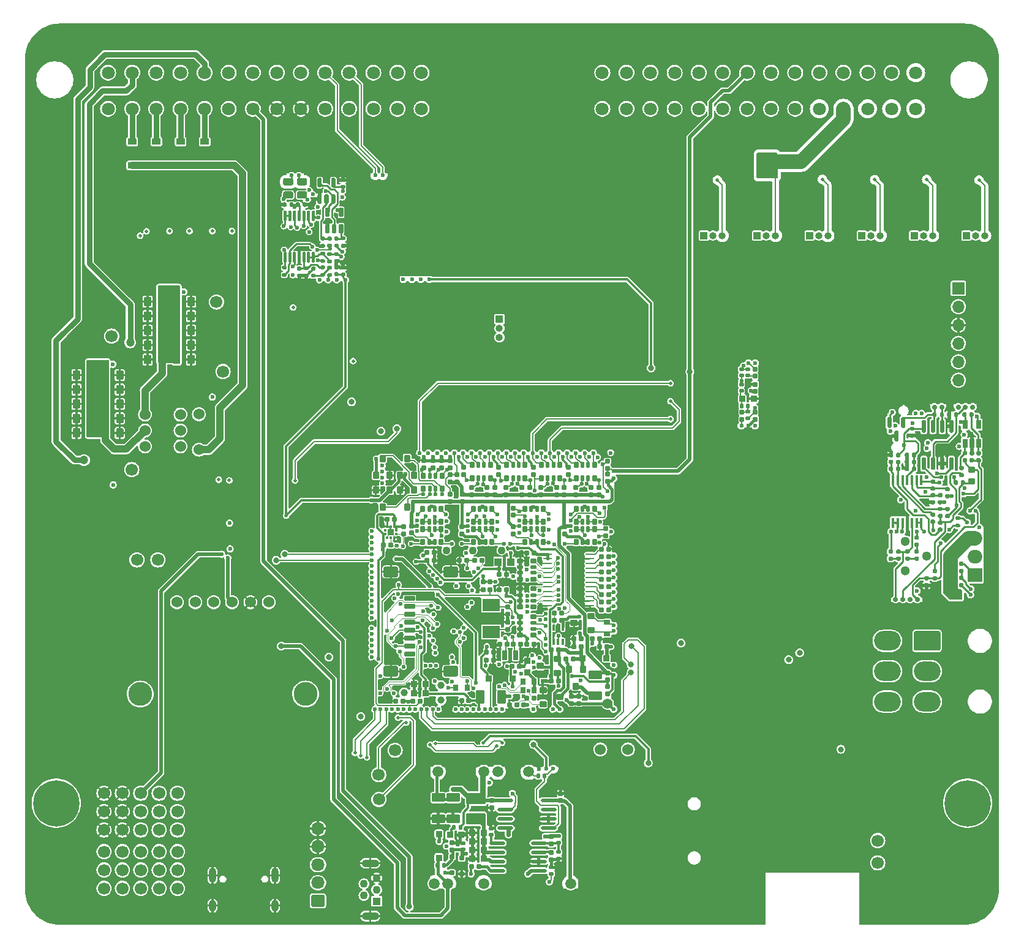
<source format=gbl>
G75*
G70*
%OFA0B0*%
%FSLAX25Y25*%
%IPPOS*%
%LPD*%
%AMOC8*
5,1,8,0,0,1.08239X$1,22.5*
%
%AMM101*
21,1,0.035830,0.026770,-0.000000,0.000000,90.000000*
21,1,0.029130,0.033470,-0.000000,0.000000,90.000000*
1,1,0.006690,0.013390,0.014570*
1,1,0.006690,0.013390,-0.014570*
1,1,0.006690,-0.013390,-0.014570*
1,1,0.006690,-0.013390,0.014570*
%
%AMM102*
21,1,0.070870,0.036220,-0.000000,0.000000,180.000000*
21,1,0.061810,0.045280,-0.000000,0.000000,180.000000*
1,1,0.009060,-0.030910,0.018110*
1,1,0.009060,0.030910,0.018110*
1,1,0.009060,0.030910,-0.018110*
1,1,0.009060,-0.030910,-0.018110*
%
%AMM105*
21,1,0.023620,0.018900,-0.000000,0.000000,180.000000*
21,1,0.018900,0.023620,-0.000000,0.000000,180.000000*
1,1,0.004720,-0.009450,0.009450*
1,1,0.004720,0.009450,0.009450*
1,1,0.004720,0.009450,-0.009450*
1,1,0.004720,-0.009450,-0.009450*
%
%AMM106*
21,1,0.019680,0.019680,-0.000000,0.000000,90.000000*
21,1,0.015750,0.023620,-0.000000,0.000000,90.000000*
1,1,0.003940,0.009840,0.007870*
1,1,0.003940,0.009840,-0.007870*
1,1,0.003940,-0.009840,-0.007870*
1,1,0.003940,-0.009840,0.007870*
%
%AMM107*
21,1,0.019680,0.019680,-0.000000,0.000000,0.000000*
21,1,0.015750,0.023620,-0.000000,0.000000,0.000000*
1,1,0.003940,0.007870,-0.009840*
1,1,0.003940,-0.007870,-0.009840*
1,1,0.003940,-0.007870,0.009840*
1,1,0.003940,0.007870,0.009840*
%
%AMM121*
21,1,0.106300,0.050390,-0.000000,0.000000,180.000000*
21,1,0.093700,0.062990,-0.000000,0.000000,180.000000*
1,1,0.012600,-0.046850,0.025200*
1,1,0.012600,0.046850,0.025200*
1,1,0.012600,0.046850,-0.025200*
1,1,0.012600,-0.046850,-0.025200*
%
%AMM122*
21,1,0.033470,0.026770,-0.000000,0.000000,0.000000*
21,1,0.026770,0.033470,-0.000000,0.000000,0.000000*
1,1,0.006690,0.013390,-0.013390*
1,1,0.006690,-0.013390,-0.013390*
1,1,0.006690,-0.013390,0.013390*
1,1,0.006690,0.013390,0.013390*
%
%AMM123*
21,1,0.023620,0.018900,-0.000000,0.000000,270.000000*
21,1,0.018900,0.023620,-0.000000,0.000000,270.000000*
1,1,0.004720,-0.009450,-0.009450*
1,1,0.004720,-0.009450,0.009450*
1,1,0.004720,0.009450,0.009450*
1,1,0.004720,0.009450,-0.009450*
%
%AMM124*
21,1,0.122050,0.075590,-0.000000,0.000000,270.000000*
21,1,0.103150,0.094490,-0.000000,0.000000,270.000000*
1,1,0.018900,-0.037800,-0.051580*
1,1,0.018900,-0.037800,0.051580*
1,1,0.018900,0.037800,0.051580*
1,1,0.018900,0.037800,-0.051580*
%
%AMM125*
21,1,0.118110,0.083460,-0.000000,0.000000,90.000000*
21,1,0.097240,0.104330,-0.000000,0.000000,90.000000*
1,1,0.020870,0.041730,0.048620*
1,1,0.020870,0.041730,-0.048620*
1,1,0.020870,-0.041730,-0.048620*
1,1,0.020870,-0.041730,0.048620*
%
%AMM143*
21,1,0.023620,0.018900,0.000000,-0.000000,90.000000*
21,1,0.018900,0.023620,0.000000,-0.000000,90.000000*
1,1,0.004720,0.009450,0.009450*
1,1,0.004720,0.009450,-0.009450*
1,1,0.004720,-0.009450,-0.009450*
1,1,0.004720,-0.009450,0.009450*
%
%AMM144*
21,1,0.019680,0.019680,0.000000,-0.000000,180.000000*
21,1,0.015750,0.023620,0.000000,-0.000000,180.000000*
1,1,0.003940,-0.007870,0.009840*
1,1,0.003940,0.007870,0.009840*
1,1,0.003940,0.007870,-0.009840*
1,1,0.003940,-0.007870,-0.009840*
%
%AMM145*
21,1,0.033470,0.026770,0.000000,-0.000000,180.000000*
21,1,0.026770,0.033470,0.000000,-0.000000,180.000000*
1,1,0.006690,-0.013390,0.013390*
1,1,0.006690,0.013390,0.013390*
1,1,0.006690,0.013390,-0.013390*
1,1,0.006690,-0.013390,-0.013390*
%
%AMM146*
21,1,0.019680,0.019680,0.000000,-0.000000,270.000000*
21,1,0.015750,0.023620,0.000000,-0.000000,270.000000*
1,1,0.003940,-0.009840,-0.007870*
1,1,0.003940,-0.009840,0.007870*
1,1,0.003940,0.009840,0.007870*
1,1,0.003940,0.009840,-0.007870*
%
%AMM206*
21,1,0.025590,0.026380,-0.000000,-0.000000,90.000000*
21,1,0.020470,0.031500,-0.000000,-0.000000,90.000000*
1,1,0.005120,0.013190,0.010240*
1,1,0.005120,0.013190,-0.010240*
1,1,0.005120,-0.013190,-0.010240*
1,1,0.005120,-0.013190,0.010240*
%
%AMM207*
21,1,0.017720,0.027950,-0.000000,-0.000000,90.000000*
21,1,0.014170,0.031500,-0.000000,-0.000000,90.000000*
1,1,0.003540,0.013980,0.007090*
1,1,0.003540,0.013980,-0.007090*
1,1,0.003540,-0.013980,-0.007090*
1,1,0.003540,-0.013980,0.007090*
%
%AMM210*
21,1,0.027560,0.018900,-0.000000,-0.000000,270.000000*
21,1,0.022840,0.023620,-0.000000,-0.000000,270.000000*
1,1,0.004720,-0.009450,-0.011420*
1,1,0.004720,-0.009450,0.011420*
1,1,0.004720,0.009450,0.011420*
1,1,0.004720,0.009450,-0.011420*
%
%AMM212*
21,1,0.027560,0.018900,-0.000000,-0.000000,0.000000*
21,1,0.022840,0.023620,-0.000000,-0.000000,0.000000*
1,1,0.004720,0.011420,-0.009450*
1,1,0.004720,-0.011420,-0.009450*
1,1,0.004720,-0.011420,0.009450*
1,1,0.004720,0.011420,0.009450*
%
%AMM214*
21,1,0.035430,0.030320,-0.000000,-0.000000,90.000000*
21,1,0.028350,0.037400,-0.000000,-0.000000,90.000000*
1,1,0.007090,0.015160,0.014170*
1,1,0.007090,0.015160,-0.014170*
1,1,0.007090,-0.015160,-0.014170*
1,1,0.007090,-0.015160,0.014170*
%
%AMM217*
21,1,0.027560,0.030710,-0.000000,-0.000000,180.000000*
21,1,0.022050,0.036220,-0.000000,-0.000000,180.000000*
1,1,0.005510,-0.011020,0.015350*
1,1,0.005510,0.011020,0.015350*
1,1,0.005510,0.011020,-0.015350*
1,1,0.005510,-0.011020,-0.015350*
%
%AMM238*
21,1,0.033470,0.026770,-0.000000,-0.000000,270.000000*
21,1,0.026770,0.033470,-0.000000,-0.000000,270.000000*
1,1,0.006690,-0.013390,-0.013390*
1,1,0.006690,-0.013390,0.013390*
1,1,0.006690,0.013390,0.013390*
1,1,0.006690,0.013390,-0.013390*
%
%AMM239*
21,1,0.025590,0.026380,-0.000000,-0.000000,180.000000*
21,1,0.020470,0.031500,-0.000000,-0.000000,180.000000*
1,1,0.005120,-0.010240,0.013190*
1,1,0.005120,0.010240,0.013190*
1,1,0.005120,0.010240,-0.013190*
1,1,0.005120,-0.010240,-0.013190*
%
%AMM240*
21,1,0.017720,0.027950,-0.000000,-0.000000,180.000000*
21,1,0.014170,0.031500,-0.000000,-0.000000,180.000000*
1,1,0.003540,-0.007090,0.013980*
1,1,0.003540,0.007090,0.013980*
1,1,0.003540,0.007090,-0.013980*
1,1,0.003540,-0.007090,-0.013980*
%
%AMM241*
21,1,0.033470,0.026770,-0.000000,-0.000000,180.000000*
21,1,0.026770,0.033470,-0.000000,-0.000000,180.000000*
1,1,0.006690,-0.013390,0.013390*
1,1,0.006690,0.013390,0.013390*
1,1,0.006690,0.013390,-0.013390*
1,1,0.006690,-0.013390,-0.013390*
%
%AMM242*
21,1,0.078740,0.045670,-0.000000,-0.000000,0.000000*
21,1,0.067320,0.057090,-0.000000,-0.000000,0.000000*
1,1,0.011420,0.033660,-0.022840*
1,1,0.011420,-0.033660,-0.022840*
1,1,0.011420,-0.033660,0.022840*
1,1,0.011420,0.033660,0.022840*
%
%AMM243*
21,1,0.059060,0.020470,-0.000000,-0.000000,0.000000*
21,1,0.053940,0.025590,-0.000000,-0.000000,0.000000*
1,1,0.005120,0.026970,-0.010240*
1,1,0.005120,-0.026970,-0.010240*
1,1,0.005120,-0.026970,0.010240*
1,1,0.005120,0.026970,0.010240*
%
%AMM244*
21,1,0.035430,0.030320,-0.000000,-0.000000,0.000000*
21,1,0.028350,0.037400,-0.000000,-0.000000,0.000000*
1,1,0.007090,0.014170,-0.015160*
1,1,0.007090,-0.014170,-0.015160*
1,1,0.007090,-0.014170,0.015160*
1,1,0.007090,0.014170,0.015160*
%
%AMM245*
21,1,0.012600,0.028980,-0.000000,-0.000000,0.000000*
21,1,0.010080,0.031500,-0.000000,-0.000000,0.000000*
1,1,0.002520,0.005040,-0.014490*
1,1,0.002520,-0.005040,-0.014490*
1,1,0.002520,-0.005040,0.014490*
1,1,0.002520,0.005040,0.014490*
%
%AMM246*
21,1,0.070870,0.036220,-0.000000,-0.000000,180.000000*
21,1,0.061810,0.045280,-0.000000,-0.000000,180.000000*
1,1,0.009060,-0.030910,0.018110*
1,1,0.009060,0.030910,0.018110*
1,1,0.009060,0.030910,-0.018110*
1,1,0.009060,-0.030910,-0.018110*
%
%AMM247*
21,1,0.035830,0.026770,-0.000000,-0.000000,180.000000*
21,1,0.029130,0.033470,-0.000000,-0.000000,180.000000*
1,1,0.006690,-0.014570,0.013390*
1,1,0.006690,0.014570,0.013390*
1,1,0.006690,0.014570,-0.013390*
1,1,0.006690,-0.014570,-0.013390*
%
%AMM248*
21,1,0.027560,0.049610,-0.000000,-0.000000,180.000000*
21,1,0.022050,0.055120,-0.000000,-0.000000,180.000000*
1,1,0.005510,-0.011020,0.024800*
1,1,0.005510,0.011020,0.024800*
1,1,0.005510,0.011020,-0.024800*
1,1,0.005510,-0.011020,-0.024800*
%
%AMM249*
21,1,0.070870,0.036220,-0.000000,-0.000000,270.000000*
21,1,0.061810,0.045280,-0.000000,-0.000000,270.000000*
1,1,0.009060,-0.018110,-0.030910*
1,1,0.009060,-0.018110,0.030910*
1,1,0.009060,0.018110,0.030910*
1,1,0.009060,0.018110,-0.030910*
%
%AMM250*
21,1,0.027560,0.030710,-0.000000,-0.000000,270.000000*
21,1,0.022050,0.036220,-0.000000,-0.000000,270.000000*
1,1,0.005510,-0.015350,-0.011020*
1,1,0.005510,-0.015350,0.011020*
1,1,0.005510,0.015350,0.011020*
1,1,0.005510,0.015350,-0.011020*
%
%ADD10C,0.00787*%
%ADD103R,0.24803X0.00984*%
%ADD104R,0.34449X0.00984*%
%ADD105C,0.03937*%
%ADD106C,0.00984*%
%ADD108C,0.01968*%
%ADD11R,0.03937X0.03937*%
%ADD12O,0.03937X0.03937*%
%ADD15C,0.06693*%
%ADD16C,0.02756*%
%ADD185C,0.03900*%
%ADD19R,0.04331X0.00984*%
%ADD20R,0.03858X0.00984*%
%ADD213C,0.00492*%
%ADD214C,0.01260*%
%ADD215C,0.05512*%
%ADD22R,0.00984X1.08661*%
%ADD24R,0.03740X0.00984*%
%ADD248R,0.01378X0.01476*%
%ADD249R,0.01968X0.01968*%
%ADD25C,0.03150*%
%ADD251O,0.04961X0.00984*%
%ADD253R,0.09449X0.06693*%
%ADD254R,0.01476X0.01378*%
%ADD256R,0.03937X0.04331*%
%ADD26C,0.25197*%
%ADD27C,0.07087*%
%ADD28C,0.06000*%
%ADD29O,0.07283X0.06693*%
%ADD291M101*%
%ADD292M102*%
%ADD295M105*%
%ADD296M106*%
%ADD297M107*%
%ADD298O,0.40158X0.00787*%
%ADD30C,0.02362*%
%ADD31R,0.24350X0.00984*%
%ADD312M121*%
%ADD313M122*%
%ADD314M123*%
%ADD315O,0.08661X0.01968*%
%ADD316M124*%
%ADD317M125*%
%ADD32R,0.04390X0.00984*%
%ADD33R,0.00984X0.56201*%
%ADD336M143*%
%ADD337M144*%
%ADD338M145*%
%ADD339M146*%
%ADD34R,0.00984X0.59449*%
%ADD347R,0.07874X0.07500*%
%ADD348O,0.07874X0.07500*%
%ADD35R,0.20374X0.00984*%
%ADD350R,0.01772X0.05709*%
%ADD351R,0.02559X0.04803*%
%ADD36R,0.04331X0.04331*%
%ADD37C,0.04331*%
%ADD38O,0.09449X0.04331*%
%ADD39O,0.04823X0.00787*%
%ADD40O,0.00787X0.36614*%
%ADD41C,0.05906*%
%ADD42O,0.12992X0.00787*%
%ADD427M206*%
%ADD428M207*%
%ADD43O,0.40157X0.00787*%
%ADD431M210*%
%ADD433M212*%
%ADD435M214*%
%ADD438M217*%
%ADD44O,0.01181X0.00787*%
%ADD45O,0.00787X0.66929*%
%ADD459M238*%
%ADD46O,0.00787X0.60630*%
%ADD460M239*%
%ADD461M240*%
%ADD462M241*%
%ADD463M242*%
%ADD464M243*%
%ADD465M244*%
%ADD466M245*%
%ADD467M246*%
%ADD468M247*%
%ADD469M248*%
%ADD47O,0.18898X0.00787*%
%ADD470M249*%
%ADD471M250*%
%ADD48O,0.10236X0.00787*%
%ADD49O,0.03937X0.00787*%
%ADD50O,0.05906X0.00787*%
%ADD60R,0.00787X0.14567*%
%ADD61R,0.00787X0.01575*%
%ADD62R,0.00787X0.06299*%
%ADD63R,0.00787X0.38189*%
%ADD64R,0.00787X0.09055*%
%ADD65R,0.05512X0.00787*%
%ADD66R,0.25197X0.00787*%
%ADD67R,0.06693X0.00787*%
%ADD68R,0.12992X0.00787*%
%ADD69R,0.00787X0.27559*%
%ADD70R,0.00787X0.12992*%
%ADD71R,0.00787X0.24803*%
%ADD73O,0.03937X0.08268*%
%ADD74O,0.03937X0.06299*%
%ADD75R,0.06693X0.06693*%
%ADD76O,0.06693X0.06693*%
%ADD77C,0.13000*%
%ADD79O,0.14567X0.10630*%
%ADD80C,0.01969*%
%ADD81C,0.04724*%
%ADD82C,0.01181*%
%ADD83C,0.05118*%
%ADD84C,0.07874*%
%ADD85C,0.00591*%
%ADD94C,0.01575*%
X0000000Y0000000D02*
%LPD*%
G01*
D11*
X0456211Y0375886D03*
D12*
X0461211Y0375886D03*
X0466211Y0375886D03*
D11*
X0513061Y0375886D03*
D12*
X0518061Y0375886D03*
X0523061Y0375886D03*
D15*
X0464862Y0046555D03*
X0043720Y0072370D03*
X0053720Y0072370D03*
X0063720Y0072370D03*
X0073720Y0072370D03*
X0083720Y0072370D03*
X0043720Y0062370D03*
X0053720Y0062370D03*
X0063720Y0062370D03*
X0073720Y0062370D03*
X0083720Y0062370D03*
X0043720Y0052370D03*
X0053720Y0052370D03*
X0063720Y0052370D03*
X0073720Y0052370D03*
X0083720Y0052370D03*
D16*
X0474606Y0177854D03*
X0486417Y0177854D03*
X0482480Y0177854D03*
X0478543Y0177854D03*
D19*
X0521260Y0284055D03*
D20*
X0504173Y0284055D03*
D103*
X0480709Y0284055D03*
D22*
X0522933Y0230217D03*
X0468799Y0230217D03*
D104*
X0506201Y0176378D03*
D24*
X0470177Y0176378D03*
D16*
X0512598Y0282544D03*
X0508661Y0282544D03*
X0495685Y0282544D03*
X0499685Y0282544D03*
X0516535Y0282544D03*
D15*
X0073081Y0199383D03*
X0061663Y0199383D03*
D11*
X0258957Y0330472D03*
D12*
X0258957Y0325472D03*
X0258957Y0320472D03*
D15*
X0104902Y0339764D03*
D25*
X0008268Y0066929D03*
X0011035Y0073610D03*
X0011035Y0060248D03*
X0017717Y0076378D03*
D26*
X0017717Y0066929D03*
D25*
X0017717Y0057480D03*
X0024398Y0073610D03*
X0024398Y0060248D03*
X0027165Y0066929D03*
D27*
X0485551Y0464567D03*
X0472428Y0464567D03*
X0459304Y0464567D03*
X0446181Y0464567D03*
X0433058Y0464567D03*
X0419934Y0464567D03*
X0406811Y0464567D03*
X0393688Y0464567D03*
X0380564Y0464567D03*
X0367441Y0464567D03*
X0354318Y0464567D03*
X0341194Y0464567D03*
X0328071Y0464567D03*
X0314948Y0464567D03*
X0314948Y0444882D03*
X0328071Y0444882D03*
X0341194Y0444882D03*
X0354318Y0444882D03*
X0367441Y0444882D03*
X0380564Y0444882D03*
X0393688Y0444882D03*
X0406811Y0444882D03*
X0419934Y0444882D03*
X0433058Y0444882D03*
X0446181Y0444882D03*
X0459304Y0444882D03*
X0472428Y0444882D03*
X0485551Y0444882D03*
X0216575Y0464567D03*
X0203451Y0464567D03*
X0190328Y0464567D03*
X0177205Y0464567D03*
X0164081Y0464567D03*
X0150958Y0464567D03*
X0137835Y0464567D03*
X0124711Y0464567D03*
X0111588Y0464567D03*
X0098465Y0464567D03*
X0085341Y0464567D03*
X0072218Y0464567D03*
X0059095Y0464567D03*
X0045971Y0464567D03*
X0045971Y0444882D03*
X0059095Y0444882D03*
X0072218Y0444882D03*
X0085341Y0444882D03*
X0098465Y0444882D03*
X0111588Y0444882D03*
X0124711Y0444882D03*
X0137835Y0444882D03*
X0150958Y0444882D03*
X0164081Y0444882D03*
X0177205Y0444882D03*
X0190328Y0444882D03*
X0203451Y0444882D03*
X0216575Y0444882D03*
D28*
X0085374Y0278445D03*
X0066083Y0278445D03*
G36*
G01*
X0162854Y0010433D02*
X0157539Y0010433D01*
G75*
G02*
X0156555Y0011417I0000000J0000984D01*
G01*
X0156555Y0016142D01*
G75*
G02*
X0157539Y0017126I0000984J0000000D01*
G01*
X0162854Y0017126D01*
G75*
G02*
X0163839Y0016142I0000000J-000984D01*
G01*
X0163839Y0011417D01*
G75*
G02*
X0162854Y0010433I-000984J0000000D01*
G01*
G37*
D29*
X0160197Y0023622D03*
X0160197Y0033465D03*
X0160197Y0043307D03*
X0160197Y0053150D03*
D15*
X0193327Y0068961D03*
D11*
X0484715Y0375886D03*
D12*
X0489715Y0375886D03*
X0494715Y0375886D03*
D25*
X0504331Y0066929D03*
X0507098Y0073610D03*
X0507098Y0060248D03*
X0513780Y0076378D03*
D26*
X0513780Y0066929D03*
D25*
X0513780Y0057480D03*
X0520461Y0073610D03*
X0520461Y0060248D03*
X0523228Y0066929D03*
D15*
X0043760Y0040571D03*
X0053760Y0040571D03*
X0063760Y0040571D03*
X0073760Y0040571D03*
X0083760Y0040571D03*
X0043760Y0030571D03*
X0053760Y0030571D03*
X0063760Y0030571D03*
X0073760Y0030571D03*
X0083760Y0030571D03*
X0043760Y0020571D03*
X0053760Y0020571D03*
X0063760Y0020571D03*
X0073760Y0020571D03*
X0083760Y0020571D03*
D30*
X0165709Y0351821D03*
X0160984Y0351821D03*
X0170433Y0351821D03*
X0175157Y0351821D03*
D31*
X0164656Y0409498D03*
D32*
X0140837Y0409498D03*
D33*
X0176339Y0381890D03*
D34*
X0139134Y0380266D03*
D35*
X0148829Y0351033D03*
D30*
X0149724Y0408612D03*
X0145787Y0408612D03*
D15*
X0108543Y0301870D03*
D28*
X0085374Y0269783D03*
X0066083Y0269783D03*
D36*
X0192126Y0013583D03*
D37*
X0185236Y0016732D03*
X0192126Y0019882D03*
X0185236Y0023031D03*
X0192126Y0026181D03*
D38*
X0188681Y0005512D03*
X0188681Y0034252D03*
D30*
X0398130Y0272343D03*
D39*
X0390354Y0307382D03*
D40*
X0400492Y0289469D03*
X0388287Y0289469D03*
D30*
X0394390Y0272343D03*
X0390650Y0272343D03*
X0394587Y0306594D03*
X0398130Y0306594D03*
D15*
X0058839Y0248524D03*
D41*
X0225295Y0084154D03*
X0250492Y0084154D03*
X0257972Y0084154D03*
X0274902Y0084154D03*
D30*
X0284350Y0085925D03*
X0288287Y0085925D03*
D42*
X0240453Y0020571D03*
D43*
X0273917Y0020571D03*
D44*
X0301870Y0020571D03*
D45*
X0302067Y0053642D03*
D46*
X0220965Y0056791D03*
D41*
X0299508Y0084154D03*
D44*
X0221161Y0086713D03*
D47*
X0237697Y0086713D03*
D48*
X0266634Y0086713D03*
D49*
X0280413Y0086713D03*
D50*
X0293406Y0086713D03*
D41*
X0223524Y0023130D03*
X0230807Y0023130D03*
X0250295Y0023130D03*
X0297736Y0023130D03*
D30*
X0111122Y0200394D03*
X0107677Y0202461D03*
X0112303Y0205413D03*
X0112008Y0219390D03*
D11*
X0427726Y0375886D03*
D12*
X0432726Y0375886D03*
X0437726Y0375886D03*
D11*
X0370266Y0375886D03*
D12*
X0375266Y0375886D03*
X0380266Y0375886D03*
D28*
X0085374Y0261122D03*
X0066083Y0261122D03*
D15*
X0193228Y0082445D03*
D28*
X0328858Y0096161D03*
X0313858Y0096161D03*
D15*
X0464862Y0034449D03*
D30*
X0189567Y0231890D03*
X0189567Y0214961D03*
X0189567Y0211811D03*
X0189567Y0208661D03*
X0189567Y0205512D03*
X0189567Y0202362D03*
X0189567Y0199213D03*
X0189567Y0196063D03*
X0189567Y0192913D03*
X0189567Y0189764D03*
X0189567Y0186614D03*
X0189567Y0183465D03*
X0189567Y0180315D03*
X0189567Y0177165D03*
X0189567Y0174016D03*
X0189567Y0170866D03*
X0189567Y0167717D03*
X0189567Y0162205D03*
X0189567Y0159055D03*
X0189567Y0155906D03*
X0189567Y0152756D03*
X0189567Y0149606D03*
X0189567Y0146457D03*
D60*
X0321850Y0127362D03*
D61*
X0321850Y0139370D03*
D60*
X0321850Y0151378D03*
D62*
X0321850Y0168898D03*
D63*
X0321850Y0222638D03*
D64*
X0321850Y0254134D03*
D65*
X0314764Y0258268D03*
D66*
X0306496Y0117323D03*
D67*
X0282677Y0117323D03*
D68*
X0268898Y0117323D03*
D65*
X0230512Y0117323D03*
D66*
X0200984Y0258268D03*
D69*
X0188780Y0130709D03*
D61*
X0188780Y0164961D03*
D70*
X0188780Y0223425D03*
D71*
X0188780Y0246260D03*
D30*
X0191142Y0118110D03*
X0194291Y0118110D03*
X0197441Y0118110D03*
X0200591Y0118110D03*
X0203740Y0118110D03*
X0206890Y0118110D03*
X0210039Y0118110D03*
X0213189Y0118110D03*
X0216339Y0118110D03*
X0219488Y0118110D03*
X0222638Y0118110D03*
X0225787Y0118110D03*
X0235236Y0118110D03*
X0238386Y0118110D03*
X0241535Y0118110D03*
X0244685Y0118110D03*
X0247835Y0118110D03*
X0250984Y0118110D03*
X0254134Y0118110D03*
X0257283Y0118110D03*
X0260433Y0118110D03*
X0277362Y0118110D03*
X0287992Y0118110D03*
X0291929Y0118110D03*
X0321063Y0118110D03*
X0215551Y0257480D03*
X0220276Y0257480D03*
X0225000Y0257480D03*
X0229724Y0257480D03*
X0234449Y0257480D03*
X0239173Y0257480D03*
X0243898Y0257480D03*
X0248622Y0257480D03*
X0253346Y0257480D03*
X0258071Y0257480D03*
X0262795Y0257480D03*
X0267520Y0257480D03*
X0272244Y0257480D03*
X0276968Y0257480D03*
X0281693Y0257480D03*
X0286417Y0257480D03*
X0291142Y0257480D03*
X0295866Y0257480D03*
X0300591Y0257480D03*
X0305315Y0257480D03*
X0310039Y0257480D03*
X0319488Y0257480D03*
X0321063Y0247638D03*
X0321063Y0243701D03*
X0321063Y0201575D03*
X0321063Y0197638D03*
X0321063Y0193701D03*
X0321063Y0189764D03*
X0321063Y0185827D03*
X0321063Y0181890D03*
X0321063Y0177953D03*
X0321063Y0174016D03*
X0321063Y0163780D03*
X0321063Y0160630D03*
X0321063Y0142126D03*
X0321063Y0136614D03*
D73*
X0102795Y0027657D03*
D74*
X0102795Y0011201D03*
D73*
X0136811Y0027657D03*
D74*
X0136811Y0011201D03*
D30*
X0211319Y0351969D03*
X0206594Y0351969D03*
X0216043Y0351969D03*
X0220768Y0351969D03*
D31*
X0210266Y0409646D03*
D32*
X0186447Y0409646D03*
D33*
X0221949Y0382037D03*
D34*
X0184744Y0380413D03*
D35*
X0194439Y0351181D03*
D30*
X0195335Y0408760D03*
X0191398Y0408760D03*
D11*
X0399281Y0375886D03*
D12*
X0404281Y0375886D03*
X0409281Y0375886D03*
D28*
X0095374Y0278642D03*
X0095374Y0259350D03*
D75*
X0508760Y0347146D03*
D76*
X0508760Y0337146D03*
X0508760Y0327146D03*
X0508760Y0317146D03*
X0508760Y0307146D03*
X0508760Y0297146D03*
D77*
X0153437Y0126327D03*
X0063437Y0126327D03*
D28*
X0133437Y0176327D03*
X0123437Y0176327D03*
X0113437Y0176327D03*
X0103437Y0176327D03*
X0093437Y0176327D03*
X0083437Y0176327D03*
G36*
G01*
X0485433Y0160630D02*
X0498031Y0160630D01*
G75*
G02*
X0499016Y0159646I0000000J-000984D01*
G01*
X0499016Y0150984D01*
G75*
G02*
X0498031Y0150000I-000984J0000000D01*
G01*
X0485433Y0150000D01*
G75*
G02*
X0484449Y0150984I0000000J0000984D01*
G01*
X0484449Y0159646D01*
G75*
G02*
X0485433Y0160630I0000984J0000000D01*
G01*
G37*
D79*
X0491732Y0138780D03*
X0491732Y0122244D03*
X0470079Y0155315D03*
X0470079Y0138780D03*
X0470079Y0122244D03*
D15*
X0047913Y0321161D03*
G36*
G01*
X0065492Y0306398D02*
X0065492Y0310531D01*
G75*
G02*
X0065886Y0310925I0000394J0000000D01*
G01*
X0069035Y0310925D01*
G75*
G02*
X0069429Y0310531I0000000J-000394D01*
G01*
X0069429Y0306398D01*
G75*
G02*
X0069035Y0306004I-000394J0000000D01*
G01*
X0065886Y0306004D01*
G75*
G02*
X0065492Y0306398I0000000J0000394D01*
G01*
G37*
G36*
G01*
X0073366Y0306398D02*
X0073366Y0310531D01*
G75*
G02*
X0073760Y0310925I0000394J0000000D01*
G01*
X0076909Y0310925D01*
G75*
G02*
X0077303Y0310531I0000000J-000394D01*
G01*
X0077303Y0306398D01*
G75*
G02*
X0076909Y0306004I-000394J0000000D01*
G01*
X0073760Y0306004D01*
G75*
G02*
X0073366Y0306398I0000000J0000394D01*
G01*
G37*
G36*
G01*
X0061063Y0412303D02*
X0057047Y0412303D01*
G75*
G02*
X0056693Y0412657I0000000J0000354D01*
G01*
X0056693Y0415492D01*
G75*
G02*
X0057047Y0415846I0000354J0000000D01*
G01*
X0061063Y0415846D01*
G75*
G02*
X0061417Y0415492I0000000J-000354D01*
G01*
X0061417Y0412657D01*
G75*
G02*
X0061063Y0412303I-000354J0000000D01*
G01*
G37*
G36*
G01*
X0061063Y0425295D02*
X0057047Y0425295D01*
G75*
G02*
X0056693Y0425650I0000000J0000354D01*
G01*
X0056693Y0428484D01*
G75*
G02*
X0057047Y0428839I0000354J0000000D01*
G01*
X0061063Y0428839D01*
G75*
G02*
X0061417Y0428484I0000000J-000354D01*
G01*
X0061417Y0425650D01*
G75*
G02*
X0061063Y0425295I-000354J0000000D01*
G01*
G37*
G36*
G01*
X0065492Y0330020D02*
X0065492Y0334154D01*
G75*
G02*
X0065886Y0334547I0000394J0000000D01*
G01*
X0069035Y0334547D01*
G75*
G02*
X0069429Y0334154I0000000J-000394D01*
G01*
X0069429Y0330020D01*
G75*
G02*
X0069035Y0329626I-000394J0000000D01*
G01*
X0065886Y0329626D01*
G75*
G02*
X0065492Y0330020I0000000J0000394D01*
G01*
G37*
G36*
G01*
X0073366Y0330020D02*
X0073366Y0334154D01*
G75*
G02*
X0073760Y0334547I0000394J0000000D01*
G01*
X0076909Y0334547D01*
G75*
G02*
X0077303Y0334154I0000000J-000394D01*
G01*
X0077303Y0330020D01*
G75*
G02*
X0076909Y0329626I-000394J0000000D01*
G01*
X0073760Y0329626D01*
G75*
G02*
X0073366Y0330020I0000000J0000394D01*
G01*
G37*
G36*
G01*
X0054331Y0278445D02*
X0054331Y0274311D01*
G75*
G02*
X0053937Y0273917I-000394J0000000D01*
G01*
X0050787Y0273917D01*
G75*
G02*
X0050394Y0274311I0000000J0000394D01*
G01*
X0050394Y0278445D01*
G75*
G02*
X0050787Y0278839I0000394J0000000D01*
G01*
X0053937Y0278839D01*
G75*
G02*
X0054331Y0278445I0000000J-000394D01*
G01*
G37*
G36*
G01*
X0046457Y0278445D02*
X0046457Y0274311D01*
G75*
G02*
X0046063Y0273917I-000394J0000000D01*
G01*
X0042913Y0273917D01*
G75*
G02*
X0042520Y0274311I0000000J0000394D01*
G01*
X0042520Y0278445D01*
G75*
G02*
X0042913Y0278839I0000394J0000000D01*
G01*
X0046063Y0278839D01*
G75*
G02*
X0046457Y0278445I0000000J-000394D01*
G01*
G37*
G36*
G01*
X0093051Y0326280D02*
X0093051Y0322146D01*
G75*
G02*
X0092657Y0321752I-000394J0000000D01*
G01*
X0089508Y0321752D01*
G75*
G02*
X0089114Y0322146I0000000J0000394D01*
G01*
X0089114Y0326280D01*
G75*
G02*
X0089508Y0326673I0000394J0000000D01*
G01*
X0092657Y0326673D01*
G75*
G02*
X0093051Y0326280I0000000J-000394D01*
G01*
G37*
G36*
G01*
X0085177Y0326280D02*
X0085177Y0322146D01*
G75*
G02*
X0084783Y0321752I-000394J0000000D01*
G01*
X0081634Y0321752D01*
G75*
G02*
X0081240Y0322146I0000000J0000394D01*
G01*
X0081240Y0326280D01*
G75*
G02*
X0081634Y0326673I0000394J0000000D01*
G01*
X0084783Y0326673D01*
G75*
G02*
X0085177Y0326280I0000000J-000394D01*
G01*
G37*
G36*
G01*
X0026772Y0266437D02*
X0026772Y0270571D01*
G75*
G02*
X0027165Y0270965I0000394J0000000D01*
G01*
X0030315Y0270965D01*
G75*
G02*
X0030709Y0270571I0000000J-000394D01*
G01*
X0030709Y0266437D01*
G75*
G02*
X0030315Y0266043I-000394J0000000D01*
G01*
X0027165Y0266043D01*
G75*
G02*
X0026772Y0266437I0000000J0000394D01*
G01*
G37*
G36*
G01*
X0034646Y0266437D02*
X0034646Y0270571D01*
G75*
G02*
X0035039Y0270965I0000394J0000000D01*
G01*
X0038189Y0270965D01*
G75*
G02*
X0038583Y0270571I0000000J-000394D01*
G01*
X0038583Y0266437D01*
G75*
G02*
X0038189Y0266043I-000394J0000000D01*
G01*
X0035039Y0266043D01*
G75*
G02*
X0034646Y0266437I0000000J0000394D01*
G01*
G37*
G36*
G01*
X0093051Y0342028D02*
X0093051Y0337894D01*
G75*
G02*
X0092657Y0337500I-000394J0000000D01*
G01*
X0089508Y0337500D01*
G75*
G02*
X0089114Y0337894I0000000J0000394D01*
G01*
X0089114Y0342028D01*
G75*
G02*
X0089508Y0342421I0000394J0000000D01*
G01*
X0092657Y0342421D01*
G75*
G02*
X0093051Y0342028I0000000J-000394D01*
G01*
G37*
G36*
G01*
X0085177Y0342028D02*
X0085177Y0337894D01*
G75*
G02*
X0084783Y0337500I-000394J0000000D01*
G01*
X0081634Y0337500D01*
G75*
G02*
X0081240Y0337894I0000000J0000394D01*
G01*
X0081240Y0342028D01*
G75*
G02*
X0081634Y0342421I0000394J0000000D01*
G01*
X0084783Y0342421D01*
G75*
G02*
X0085177Y0342028I0000000J-000394D01*
G01*
G37*
G36*
G01*
X0054331Y0302067D02*
X0054331Y0297933D01*
G75*
G02*
X0053937Y0297539I-000394J0000000D01*
G01*
X0050787Y0297539D01*
G75*
G02*
X0050394Y0297933I0000000J0000394D01*
G01*
X0050394Y0302067D01*
G75*
G02*
X0050787Y0302461I0000394J0000000D01*
G01*
X0053937Y0302461D01*
G75*
G02*
X0054331Y0302067I0000000J-000394D01*
G01*
G37*
G36*
G01*
X0046457Y0302067D02*
X0046457Y0297933D01*
G75*
G02*
X0046063Y0297539I-000394J0000000D01*
G01*
X0042913Y0297539D01*
G75*
G02*
X0042520Y0297933I0000000J0000394D01*
G01*
X0042520Y0302067D01*
G75*
G02*
X0042913Y0302461I0000394J0000000D01*
G01*
X0046063Y0302461D01*
G75*
G02*
X0046457Y0302067I0000000J-000394D01*
G01*
G37*
G36*
G01*
X0026772Y0297933D02*
X0026772Y0302067D01*
G75*
G02*
X0027165Y0302461I0000394J0000000D01*
G01*
X0030315Y0302461D01*
G75*
G02*
X0030709Y0302067I0000000J-000394D01*
G01*
X0030709Y0297933D01*
G75*
G02*
X0030315Y0297539I-000394J0000000D01*
G01*
X0027165Y0297539D01*
G75*
G02*
X0026772Y0297933I0000000J0000394D01*
G01*
G37*
G36*
G01*
X0034646Y0297933D02*
X0034646Y0302067D01*
G75*
G02*
X0035039Y0302461I0000394J0000000D01*
G01*
X0038189Y0302461D01*
G75*
G02*
X0038583Y0302067I0000000J-000394D01*
G01*
X0038583Y0297933D01*
G75*
G02*
X0038189Y0297539I-000394J0000000D01*
G01*
X0035039Y0297539D01*
G75*
G02*
X0034646Y0297933I0000000J0000394D01*
G01*
G37*
G36*
G01*
X0093051Y0318406D02*
X0093051Y0314272D01*
G75*
G02*
X0092657Y0313878I-000394J0000000D01*
G01*
X0089508Y0313878D01*
G75*
G02*
X0089114Y0314272I0000000J0000394D01*
G01*
X0089114Y0318406D01*
G75*
G02*
X0089508Y0318799I0000394J0000000D01*
G01*
X0092657Y0318799D01*
G75*
G02*
X0093051Y0318406I0000000J-000394D01*
G01*
G37*
G36*
G01*
X0085177Y0318406D02*
X0085177Y0314272D01*
G75*
G02*
X0084783Y0313878I-000394J0000000D01*
G01*
X0081634Y0313878D01*
G75*
G02*
X0081240Y0314272I0000000J0000394D01*
G01*
X0081240Y0318406D01*
G75*
G02*
X0081634Y0318799I0000394J0000000D01*
G01*
X0084783Y0318799D01*
G75*
G02*
X0085177Y0318406I0000000J-000394D01*
G01*
G37*
G36*
G01*
X0087441Y0412303D02*
X0083425Y0412303D01*
G75*
G02*
X0083071Y0412657I0000000J0000354D01*
G01*
X0083071Y0415492D01*
G75*
G02*
X0083425Y0415846I0000354J0000000D01*
G01*
X0087441Y0415846D01*
G75*
G02*
X0087795Y0415492I0000000J-000354D01*
G01*
X0087795Y0412657D01*
G75*
G02*
X0087441Y0412303I-000354J0000000D01*
G01*
G37*
G36*
G01*
X0087441Y0425295D02*
X0083425Y0425295D01*
G75*
G02*
X0083071Y0425650I0000000J0000354D01*
G01*
X0083071Y0428484D01*
G75*
G02*
X0083425Y0428839I0000354J0000000D01*
G01*
X0087441Y0428839D01*
G75*
G02*
X0087795Y0428484I0000000J-000354D01*
G01*
X0087795Y0425650D01*
G75*
G02*
X0087441Y0425295I-000354J0000000D01*
G01*
G37*
G36*
G01*
X0026772Y0282185D02*
X0026772Y0286319D01*
G75*
G02*
X0027165Y0286713I0000394J0000000D01*
G01*
X0030315Y0286713D01*
G75*
G02*
X0030709Y0286319I0000000J-000394D01*
G01*
X0030709Y0282185D01*
G75*
G02*
X0030315Y0281791I-000394J0000000D01*
G01*
X0027165Y0281791D01*
G75*
G02*
X0026772Y0282185I0000000J0000394D01*
G01*
G37*
G36*
G01*
X0034646Y0282185D02*
X0034646Y0286319D01*
G75*
G02*
X0035039Y0286713I0000394J0000000D01*
G01*
X0038189Y0286713D01*
G75*
G02*
X0038583Y0286319I0000000J-000394D01*
G01*
X0038583Y0282185D01*
G75*
G02*
X0038189Y0281791I-000394J0000000D01*
G01*
X0035039Y0281791D01*
G75*
G02*
X0034646Y0282185I0000000J0000394D01*
G01*
G37*
G36*
G01*
X0054331Y0286319D02*
X0054331Y0282185D01*
G75*
G02*
X0053937Y0281791I-000394J0000000D01*
G01*
X0050787Y0281791D01*
G75*
G02*
X0050394Y0282185I0000000J0000394D01*
G01*
X0050394Y0286319D01*
G75*
G02*
X0050787Y0286713I0000394J0000000D01*
G01*
X0053937Y0286713D01*
G75*
G02*
X0054331Y0286319I0000000J-000394D01*
G01*
G37*
G36*
G01*
X0046457Y0286319D02*
X0046457Y0282185D01*
G75*
G02*
X0046063Y0281791I-000394J0000000D01*
G01*
X0042913Y0281791D01*
G75*
G02*
X0042520Y0282185I0000000J0000394D01*
G01*
X0042520Y0286319D01*
G75*
G02*
X0042913Y0286713I0000394J0000000D01*
G01*
X0046063Y0286713D01*
G75*
G02*
X0046457Y0286319I0000000J-000394D01*
G01*
G37*
G36*
G01*
X0026772Y0274311D02*
X0026772Y0278445D01*
G75*
G02*
X0027165Y0278839I0000394J0000000D01*
G01*
X0030315Y0278839D01*
G75*
G02*
X0030709Y0278445I0000000J-000394D01*
G01*
X0030709Y0274311D01*
G75*
G02*
X0030315Y0273917I-000394J0000000D01*
G01*
X0027165Y0273917D01*
G75*
G02*
X0026772Y0274311I0000000J0000394D01*
G01*
G37*
G36*
G01*
X0034646Y0274311D02*
X0034646Y0278445D01*
G75*
G02*
X0035039Y0278839I0000394J0000000D01*
G01*
X0038189Y0278839D01*
G75*
G02*
X0038583Y0278445I0000000J-000394D01*
G01*
X0038583Y0274311D01*
G75*
G02*
X0038189Y0273917I-000394J0000000D01*
G01*
X0035039Y0273917D01*
G75*
G02*
X0034646Y0274311I0000000J0000394D01*
G01*
G37*
G36*
G01*
X0100531Y0412303D02*
X0096516Y0412303D01*
G75*
G02*
X0096161Y0412657I0000000J0000354D01*
G01*
X0096161Y0415492D01*
G75*
G02*
X0096516Y0415846I0000354J0000000D01*
G01*
X0100531Y0415846D01*
G75*
G02*
X0100886Y0415492I0000000J-000354D01*
G01*
X0100886Y0412657D01*
G75*
G02*
X0100531Y0412303I-000354J0000000D01*
G01*
G37*
G36*
G01*
X0100531Y0425295D02*
X0096516Y0425295D01*
G75*
G02*
X0096161Y0425650I0000000J0000354D01*
G01*
X0096161Y0428484D01*
G75*
G02*
X0096516Y0428839I0000354J0000000D01*
G01*
X0100531Y0428839D01*
G75*
G02*
X0100886Y0428484I0000000J-000354D01*
G01*
X0100886Y0425650D01*
G75*
G02*
X0100531Y0425295I-000354J0000000D01*
G01*
G37*
G36*
G01*
X0093051Y0310531D02*
X0093051Y0306398D01*
G75*
G02*
X0092657Y0306004I-000394J0000000D01*
G01*
X0089508Y0306004D01*
G75*
G02*
X0089114Y0306398I0000000J0000394D01*
G01*
X0089114Y0310531D01*
G75*
G02*
X0089508Y0310925I0000394J0000000D01*
G01*
X0092657Y0310925D01*
G75*
G02*
X0093051Y0310531I0000000J-000394D01*
G01*
G37*
G36*
G01*
X0085177Y0310531D02*
X0085177Y0306398D01*
G75*
G02*
X0084783Y0306004I-000394J0000000D01*
G01*
X0081634Y0306004D01*
G75*
G02*
X0081240Y0306398I0000000J0000394D01*
G01*
X0081240Y0310531D01*
G75*
G02*
X0081634Y0310925I0000394J0000000D01*
G01*
X0084783Y0310925D01*
G75*
G02*
X0085177Y0310531I0000000J-000394D01*
G01*
G37*
G36*
G01*
X0054331Y0294193D02*
X0054331Y0290059D01*
G75*
G02*
X0053937Y0289665I-000394J0000000D01*
G01*
X0050787Y0289665D01*
G75*
G02*
X0050394Y0290059I0000000J0000394D01*
G01*
X0050394Y0294193D01*
G75*
G02*
X0050787Y0294587I0000394J0000000D01*
G01*
X0053937Y0294587D01*
G75*
G02*
X0054331Y0294193I0000000J-000394D01*
G01*
G37*
G36*
G01*
X0046457Y0294193D02*
X0046457Y0290059D01*
G75*
G02*
X0046063Y0289665I-000394J0000000D01*
G01*
X0042913Y0289665D01*
G75*
G02*
X0042520Y0290059I0000000J0000394D01*
G01*
X0042520Y0294193D01*
G75*
G02*
X0042913Y0294587I0000394J0000000D01*
G01*
X0046063Y0294587D01*
G75*
G02*
X0046457Y0294193I0000000J-000394D01*
G01*
G37*
G36*
G01*
X0065492Y0322146D02*
X0065492Y0326280D01*
G75*
G02*
X0065886Y0326673I0000394J0000000D01*
G01*
X0069035Y0326673D01*
G75*
G02*
X0069429Y0326280I0000000J-000394D01*
G01*
X0069429Y0322146D01*
G75*
G02*
X0069035Y0321752I-000394J0000000D01*
G01*
X0065886Y0321752D01*
G75*
G02*
X0065492Y0322146I0000000J0000394D01*
G01*
G37*
G36*
G01*
X0073366Y0322146D02*
X0073366Y0326280D01*
G75*
G02*
X0073760Y0326673I0000394J0000000D01*
G01*
X0076909Y0326673D01*
G75*
G02*
X0077303Y0326280I0000000J-000394D01*
G01*
X0077303Y0322146D01*
G75*
G02*
X0076909Y0321752I-000394J0000000D01*
G01*
X0073760Y0321752D01*
G75*
G02*
X0073366Y0322146I0000000J0000394D01*
G01*
G37*
G36*
G01*
X0065492Y0314272D02*
X0065492Y0318406D01*
G75*
G02*
X0065886Y0318799I0000394J0000000D01*
G01*
X0069035Y0318799D01*
G75*
G02*
X0069429Y0318406I0000000J-000394D01*
G01*
X0069429Y0314272D01*
G75*
G02*
X0069035Y0313878I-000394J0000000D01*
G01*
X0065886Y0313878D01*
G75*
G02*
X0065492Y0314272I0000000J0000394D01*
G01*
G37*
G36*
G01*
X0073366Y0314272D02*
X0073366Y0318406D01*
G75*
G02*
X0073760Y0318799I0000394J0000000D01*
G01*
X0076909Y0318799D01*
G75*
G02*
X0077303Y0318406I0000000J-000394D01*
G01*
X0077303Y0314272D01*
G75*
G02*
X0076909Y0313878I-000394J0000000D01*
G01*
X0073760Y0313878D01*
G75*
G02*
X0073366Y0314272I0000000J0000394D01*
G01*
G37*
G36*
G01*
X0065492Y0337894D02*
X0065492Y0342028D01*
G75*
G02*
X0065886Y0342421I0000394J0000000D01*
G01*
X0069035Y0342421D01*
G75*
G02*
X0069429Y0342028I0000000J-000394D01*
G01*
X0069429Y0337894D01*
G75*
G02*
X0069035Y0337500I-000394J0000000D01*
G01*
X0065886Y0337500D01*
G75*
G02*
X0065492Y0337894I0000000J0000394D01*
G01*
G37*
G36*
G01*
X0073366Y0337894D02*
X0073366Y0342028D01*
G75*
G02*
X0073760Y0342421I0000394J0000000D01*
G01*
X0076909Y0342421D01*
G75*
G02*
X0077303Y0342028I0000000J-000394D01*
G01*
X0077303Y0337894D01*
G75*
G02*
X0076909Y0337500I-000394J0000000D01*
G01*
X0073760Y0337500D01*
G75*
G02*
X0073366Y0337894I0000000J0000394D01*
G01*
G37*
G36*
G01*
X0074252Y0412303D02*
X0070236Y0412303D01*
G75*
G02*
X0069882Y0412657I0000000J0000354D01*
G01*
X0069882Y0415492D01*
G75*
G02*
X0070236Y0415846I0000354J0000000D01*
G01*
X0074252Y0415846D01*
G75*
G02*
X0074606Y0415492I0000000J-000354D01*
G01*
X0074606Y0412657D01*
G75*
G02*
X0074252Y0412303I-000354J0000000D01*
G01*
G37*
G36*
G01*
X0074252Y0425295D02*
X0070236Y0425295D01*
G75*
G02*
X0069882Y0425650I0000000J0000354D01*
G01*
X0069882Y0428484D01*
G75*
G02*
X0070236Y0428839I0000354J0000000D01*
G01*
X0074252Y0428839D01*
G75*
G02*
X0074606Y0428484I0000000J-000354D01*
G01*
X0074606Y0425650D01*
G75*
G02*
X0074252Y0425295I-000354J0000000D01*
G01*
G37*
G36*
G01*
X0093051Y0334154D02*
X0093051Y0330020D01*
G75*
G02*
X0092657Y0329626I-000394J0000000D01*
G01*
X0089508Y0329626D01*
G75*
G02*
X0089114Y0330020I0000000J0000394D01*
G01*
X0089114Y0334154D01*
G75*
G02*
X0089508Y0334547I0000394J0000000D01*
G01*
X0092657Y0334547D01*
G75*
G02*
X0093051Y0334154I0000000J-000394D01*
G01*
G37*
G36*
G01*
X0085177Y0334154D02*
X0085177Y0330020D01*
G75*
G02*
X0084783Y0329626I-000394J0000000D01*
G01*
X0081634Y0329626D01*
G75*
G02*
X0081240Y0330020I0000000J0000394D01*
G01*
X0081240Y0334154D01*
G75*
G02*
X0081634Y0334547I0000394J0000000D01*
G01*
X0084783Y0334547D01*
G75*
G02*
X0085177Y0334154I0000000J-000394D01*
G01*
G37*
G36*
G01*
X0054331Y0270571D02*
X0054331Y0266437D01*
G75*
G02*
X0053937Y0266043I-000394J0000000D01*
G01*
X0050787Y0266043D01*
G75*
G02*
X0050394Y0266437I0000000J0000394D01*
G01*
X0050394Y0270571D01*
G75*
G02*
X0050787Y0270965I0000394J0000000D01*
G01*
X0053937Y0270965D01*
G75*
G02*
X0054331Y0270571I0000000J-000394D01*
G01*
G37*
G36*
G01*
X0046457Y0270571D02*
X0046457Y0266437D01*
G75*
G02*
X0046063Y0266043I-000394J0000000D01*
G01*
X0042913Y0266043D01*
G75*
G02*
X0042520Y0266437I0000000J0000394D01*
G01*
X0042520Y0270571D01*
G75*
G02*
X0042913Y0270965I0000394J0000000D01*
G01*
X0046063Y0270965D01*
G75*
G02*
X0046457Y0270571I0000000J-000394D01*
G01*
G37*
G36*
G01*
X0026772Y0290059D02*
X0026772Y0294193D01*
G75*
G02*
X0027165Y0294587I0000394J0000000D01*
G01*
X0030315Y0294587D01*
G75*
G02*
X0030709Y0294193I0000000J-000394D01*
G01*
X0030709Y0290059D01*
G75*
G02*
X0030315Y0289665I-000394J0000000D01*
G01*
X0027165Y0289665D01*
G75*
G02*
X0026772Y0290059I0000000J0000394D01*
G01*
G37*
G36*
G01*
X0034646Y0290059D02*
X0034646Y0294193D01*
G75*
G02*
X0035039Y0294587I0000394J0000000D01*
G01*
X0038189Y0294587D01*
G75*
G02*
X0038583Y0294193I0000000J-000394D01*
G01*
X0038583Y0290059D01*
G75*
G02*
X0038189Y0289665I-000394J0000000D01*
G01*
X0035039Y0289665D01*
G75*
G02*
X0034646Y0290059I0000000J0000394D01*
G01*
G37*
D30*
X0340453Y0364213D03*
X0133110Y0063268D03*
X0008445Y0028898D03*
X0362894Y0170177D03*
D80*
X0182972Y0132185D03*
D30*
X0133563Y0386713D03*
X0027343Y0236417D03*
X0112421Y0403937D03*
X0317126Y0073760D03*
X0008445Y0033189D03*
X0353819Y0119882D03*
X0124902Y0370571D03*
X0340413Y0402264D03*
X0325709Y0073760D03*
X0415846Y0188858D03*
X0372382Y0354823D03*
X0348465Y0229646D03*
X0137539Y0067559D03*
X0021260Y0116594D03*
X0074385Y0244193D03*
X0066043Y0370571D03*
X0119449Y0091909D03*
X0454626Y0389528D03*
X0012874Y0028898D03*
X0042520Y0393661D03*
X0325709Y0069331D03*
X0515531Y0359154D03*
X0396969Y0117185D03*
X0338465Y0407579D03*
X0460098Y0195827D03*
X0117028Y0231299D03*
X0420276Y0188858D03*
X0460098Y0191535D03*
X0371161Y0309744D03*
X0109547Y0370571D03*
D80*
X0147138Y0177941D03*
D30*
X0433799Y0359449D03*
X0088524Y0359449D03*
X0475748Y0082717D03*
X0133110Y0067559D03*
X0090177Y0403937D03*
X0516535Y0391378D03*
X0471319Y0082717D03*
X0429508Y0359449D03*
X0392677Y0121614D03*
X0487795Y0395472D03*
X0239370Y0474114D03*
X0081594Y0403937D03*
X0105906Y0328248D03*
X0257362Y0478445D03*
X0200236Y0330413D03*
X0146555Y0345079D03*
X0344035Y0238228D03*
X0149724Y0300000D03*
X0321654Y0359724D03*
X0464409Y0359646D03*
X0475748Y0087008D03*
X0257677Y0406102D03*
X0287047Y0401280D03*
X0388386Y0117185D03*
X0386220Y0091535D03*
X0042520Y0389370D03*
X0009646Y0345886D03*
X0105906Y0315256D03*
X0371161Y0305453D03*
X0123327Y0265217D03*
X0402067Y0387382D03*
X0284252Y0336417D03*
X0511909Y0389232D03*
X0024547Y0019252D03*
X0525492Y0331299D03*
X0042028Y0404528D03*
X0346949Y0387008D03*
X0322736Y0405709D03*
X0425984Y0384843D03*
X0084232Y0359449D03*
X0525492Y0327008D03*
X0324213Y0401083D03*
X0285079Y0478445D03*
X0021535Y0166929D03*
X0322303Y0039134D03*
X0276280Y0405807D03*
X0123740Y0087480D03*
X0468701Y0302165D03*
X0025827Y0162500D03*
X0471319Y0078425D03*
X0230787Y0478543D03*
X0272382Y0010335D03*
X0077904Y0250787D03*
X0326732Y0030551D03*
X0022047Y0266043D03*
X0358602Y0174606D03*
X0039370Y0248327D03*
X0524114Y0359154D03*
X0459252Y0395965D03*
X0046654Y0406673D03*
X0362402Y0119882D03*
X0047146Y0395807D03*
X0374252Y0259252D03*
D80*
X0264579Y0114807D03*
D30*
X0377165Y0189961D03*
X0464528Y0191535D03*
X0190059Y0346457D03*
X0208248Y0051654D03*
X0276673Y0010335D03*
X0035925Y0240846D03*
X0022047Y0311220D03*
X0272382Y0014764D03*
X0454626Y0385236D03*
X0115157Y0087480D03*
X0047146Y0391516D03*
X0321654Y0368307D03*
X0105984Y0399311D03*
X0133760Y0400689D03*
X0437008Y0146732D03*
X0392205Y0015984D03*
X0373917Y0395079D03*
X0322303Y0030551D03*
X0012874Y0037480D03*
D80*
X0239579Y0088807D03*
D30*
X0096654Y0309744D03*
X0257165Y0468406D03*
X0092717Y0370571D03*
X0492323Y0019390D03*
X0158465Y0430709D03*
X0468701Y0306594D03*
X0386220Y0087106D03*
X0374252Y0254823D03*
X0340512Y0391634D03*
X0046260Y0100689D03*
X0318504Y0330984D03*
X0381594Y0194252D03*
X0121457Y0235591D03*
X0014075Y0410039D03*
X0321654Y0364016D03*
X0460118Y0359646D03*
X0009646Y0414331D03*
X0024547Y0014961D03*
X0030118Y0166929D03*
X0376673Y0354823D03*
X0369961Y0254823D03*
X0253268Y0406102D03*
X0198091Y0335039D03*
X0105906Y0323917D03*
X0430610Y0395571D03*
X0387776Y0015984D03*
D80*
X0266579Y0088807D03*
D30*
X0318504Y0339567D03*
X0021260Y0112303D03*
X0022047Y0296161D03*
X0358110Y0115453D03*
X0125689Y0322047D03*
X0009646Y0373583D03*
X0125394Y0291634D03*
X0455846Y0344783D03*
X0279035Y0401181D03*
X0314035Y0405709D03*
X0042520Y0397953D03*
X0046654Y0415256D03*
X0239469Y0462894D03*
X0121457Y0239882D03*
X0494232Y0359252D03*
X0235177Y0467323D03*
X0086713Y0370571D03*
X0342657Y0387008D03*
X0105906Y0319587D03*
X0103839Y0403937D03*
X0141142Y0300000D03*
X0114567Y0399311D03*
X0014075Y0373583D03*
X0410531Y0358957D03*
X0208248Y0060236D03*
D80*
X0183071Y0128346D03*
D30*
X0118898Y0260925D03*
X0158268Y0337992D03*
X0042028Y0408819D03*
X0117028Y0235591D03*
X0022047Y0286122D03*
X0516220Y0136791D03*
X0430610Y0391280D03*
X0251122Y0401476D03*
X0062205Y0309252D03*
D80*
X0147343Y0169882D03*
D30*
X0455846Y0340354D03*
X0021535Y0162500D03*
X0008445Y0037480D03*
X0354311Y0174606D03*
X0289370Y0478445D03*
X0096654Y0332087D03*
X0464409Y0306594D03*
X0110276Y0399311D03*
X0459508Y0278189D03*
X0463937Y0273898D03*
X0280787Y0474016D03*
X0285079Y0474016D03*
X0371161Y0301161D03*
X0042028Y0413110D03*
X0437008Y0142441D03*
X0394803Y0091535D03*
X0248976Y0406102D03*
X0375591Y0309744D03*
X0257362Y0474016D03*
X0268091Y0010335D03*
X0344035Y0233937D03*
X0062618Y0403937D03*
X0521063Y0322717D03*
X0368091Y0354823D03*
X0230886Y0467323D03*
X0397441Y0393819D03*
D80*
X0300579Y0114807D03*
D30*
X0402067Y0391673D03*
X0344882Y0364213D03*
X0279823Y0332126D03*
X0041969Y0096260D03*
X0125886Y0300394D03*
X0369291Y0392933D03*
X0483169Y0384744D03*
X0084232Y0363878D03*
X0014075Y0377874D03*
D80*
X0147146Y0175098D03*
D30*
X0115157Y0091909D03*
X0369961Y0259252D03*
X0344705Y0402264D03*
X0460098Y0187244D03*
X0524803Y0141220D03*
X0035925Y0236417D03*
X0235079Y0478543D03*
X0282756Y0401280D03*
X0084941Y0250787D03*
X0511909Y0393524D03*
X0381594Y0189961D03*
X0498524Y0359252D03*
X0375591Y0305453D03*
X0261654Y0474016D03*
X0377165Y0194252D03*
X0500906Y0019390D03*
X0344902Y0412205D03*
X0009646Y0418622D03*
X0064764Y0399311D03*
D80*
X0244488Y0015650D03*
X0240551Y0015650D03*
D30*
X0025827Y0166929D03*
X0516535Y0395669D03*
X0009646Y0369291D03*
X0521063Y0327008D03*
X0525492Y0322717D03*
X0208248Y0055945D03*
X0062205Y0321850D03*
X0280610Y0405906D03*
X0378543Y0254823D03*
X0009646Y0377874D03*
X0524803Y0136791D03*
X0016831Y0120886D03*
X0392677Y0117185D03*
D80*
X0305579Y0114807D03*
D30*
X0459252Y0387382D03*
X0016831Y0112303D03*
X0046260Y0096260D03*
X0265945Y0474016D03*
X0362894Y0174606D03*
X0387776Y0011693D03*
X0358602Y0170177D03*
X0212677Y0060236D03*
X0362402Y0115453D03*
X0062205Y0313386D03*
X0098917Y0350197D03*
X0279823Y0336417D03*
X0344882Y0368504D03*
X0193799Y0335039D03*
X0460138Y0344783D03*
X0022047Y0291142D03*
X0016831Y0116594D03*
X0521063Y0331299D03*
X0063287Y0350394D03*
X0123327Y0260925D03*
X0039469Y0253051D03*
X0279823Y0327835D03*
X0022047Y0281102D03*
X0259154Y0401476D03*
X0261457Y0468406D03*
X0451555Y0344783D03*
X0348465Y0233937D03*
X0031634Y0240846D03*
X0092815Y0359449D03*
X0123740Y0091909D03*
X0239370Y0478543D03*
X0027559Y0262303D03*
X0459252Y0391673D03*
X0463937Y0269606D03*
X0316181Y0401083D03*
X0284902Y0405906D03*
X0014075Y0341594D03*
X0454626Y0393819D03*
X0390512Y0087106D03*
X0118898Y0269508D03*
X0347047Y0407579D03*
X0212677Y0055945D03*
X0058465Y0370571D03*
X0123327Y0269508D03*
X0030118Y0162500D03*
X0463937Y0278189D03*
X0062205Y0330512D03*
X0041969Y0100689D03*
X0397441Y0385236D03*
X0235177Y0462894D03*
D80*
X0230579Y0115807D03*
D30*
X0014075Y0369291D03*
X0137539Y0063268D03*
X0340453Y0359921D03*
X0118898Y0265217D03*
X0415846Y0184567D03*
X0133110Y0058976D03*
X0014075Y0345886D03*
X0046654Y0410965D03*
X0070866Y0250787D03*
X0133760Y0376083D03*
X0235079Y0474114D03*
X0432579Y0142441D03*
X0317224Y0364016D03*
X0483169Y0389035D03*
X0475748Y0078425D03*
X0338366Y0387008D03*
X0118504Y0429626D03*
X0230787Y0474114D03*
X0069055Y0399311D03*
X0483169Y0393327D03*
X0212677Y0051654D03*
X0037677Y0096260D03*
X0373917Y0386496D03*
X0392205Y0011693D03*
X0139567Y0430217D03*
X0373917Y0390787D03*
X0088031Y0399311D03*
X0496614Y0019390D03*
X0268091Y0014764D03*
D80*
X0269579Y0114807D03*
D30*
X0396969Y0121614D03*
X0388386Y0121614D03*
X0028976Y0019252D03*
X0326732Y0039134D03*
X0516220Y0141220D03*
X0520512Y0141220D03*
X0322933Y0335276D03*
X0500906Y0014961D03*
X0394803Y0087106D03*
X0438189Y0361122D03*
X0028976Y0023543D03*
X0022047Y0276083D03*
X0318504Y0335276D03*
X0317224Y0368307D03*
X0369291Y0384350D03*
X0516535Y0387087D03*
X0022047Y0316240D03*
X0322303Y0034843D03*
X0289370Y0474016D03*
X0487795Y0386890D03*
X0489941Y0359252D03*
X0459508Y0273898D03*
X0265945Y0478445D03*
X0199902Y0346260D03*
X0344803Y0391634D03*
X0459508Y0269606D03*
X0108130Y0403937D03*
X0009646Y0337303D03*
X0061122Y0344094D03*
X0344035Y0229646D03*
X0378543Y0259252D03*
X0014075Y0414331D03*
X0257165Y0463976D03*
X0317224Y0359724D03*
X0265748Y0468406D03*
D80*
X0234579Y0088807D03*
D30*
X0342756Y0407579D03*
X0088524Y0363878D03*
X0392205Y0007402D03*
X0022047Y0271063D03*
X0081422Y0244193D03*
X0210433Y0346161D03*
X0340453Y0368504D03*
X0377165Y0198543D03*
D80*
X0310579Y0114807D03*
D30*
X0487795Y0391181D03*
X0340610Y0412205D03*
X0062205Y0326181D03*
X0492323Y0014961D03*
X0342559Y0397638D03*
X0119449Y0087480D03*
X0401949Y0358957D03*
X0437008Y0151024D03*
X0390512Y0091535D03*
X0381594Y0198543D03*
X0009646Y0410039D03*
X0121457Y0231299D03*
X0322933Y0330984D03*
X0137539Y0058976D03*
X0346850Y0397638D03*
X0261654Y0478445D03*
X0261457Y0463976D03*
X0353819Y0115453D03*
X0336122Y0402264D03*
X0425984Y0393425D03*
X0092323Y0399311D03*
X0464409Y0302165D03*
X0031634Y0236417D03*
X0195945Y0330413D03*
X0496614Y0014961D03*
X0322933Y0339567D03*
X0336319Y0412205D03*
X0085886Y0403937D03*
X0058327Y0403937D03*
X0318327Y0405709D03*
X0321417Y0073760D03*
X0387776Y0007402D03*
X0354311Y0170177D03*
X0425984Y0389134D03*
X0320472Y0401083D03*
X0027343Y0240846D03*
X0321417Y0069331D03*
X0432579Y0146732D03*
X0471319Y0087008D03*
X0375591Y0301161D03*
X0143287Y0295374D03*
X0147579Y0295374D03*
X0037677Y0100689D03*
X0151870Y0295374D03*
X0511909Y0384941D03*
X0326732Y0034843D03*
X0397441Y0389528D03*
X0468701Y0359646D03*
X0012874Y0033189D03*
X0415846Y0180276D03*
D80*
X0280579Y0088807D03*
D30*
X0519823Y0359154D03*
X0076181Y0370571D03*
X0284252Y0332126D03*
X0432579Y0151024D03*
X0022047Y0306201D03*
X0117028Y0239882D03*
X0276673Y0014764D03*
X0430610Y0386988D03*
X0464528Y0195827D03*
X0066909Y0403937D03*
X0230886Y0462894D03*
X0028976Y0014961D03*
X0255413Y0401476D03*
X0009646Y0341594D03*
X0358110Y0119882D03*
X0336220Y0391634D03*
X0024547Y0023543D03*
X0520512Y0136791D03*
X0047146Y0400098D03*
X0021260Y0120886D03*
X0265748Y0463976D03*
X0464528Y0187244D03*
X0317126Y0069331D03*
X0420276Y0180276D03*
X0460138Y0340354D03*
X0202382Y0335039D03*
X0093406Y0350492D03*
X0406240Y0358957D03*
D80*
X0236122Y0015650D03*
D30*
X0145433Y0300000D03*
X0460118Y0302165D03*
X0022047Y0301181D03*
X0092815Y0363878D03*
X0420276Y0184567D03*
X0348465Y0238228D03*
X0284252Y0327835D03*
X0451555Y0340354D03*
X0204528Y0330413D03*
X0014075Y0337303D03*
X0083740Y0399311D03*
X0460118Y0306594D03*
X0344882Y0359921D03*
X0239469Y0467323D03*
X0280787Y0478445D03*
X0402067Y0395965D03*
X0338268Y0397638D03*
X0060472Y0399311D03*
X0014075Y0418622D03*
X0369291Y0388642D03*
X0080591Y0347441D03*
X0079705Y0344882D03*
D81*
X0057972Y0317717D03*
D30*
X0042106Y0306890D03*
X0040827Y0304331D03*
D81*
X0032874Y0253642D03*
D80*
X0142815Y0223524D03*
D25*
X0341535Y0303839D03*
X0444783Y0096260D03*
X0357776Y0154035D03*
X0339967Y0088681D03*
D80*
X0250148Y0099754D03*
D15*
X0202165Y0095768D03*
D25*
X0140209Y0152429D03*
X0209941Y0010630D03*
X0362598Y0301870D03*
D80*
X0352067Y0285728D03*
X0352067Y0275984D03*
D25*
X0422343Y0148720D03*
D80*
X0352067Y0295571D03*
D25*
X0416339Y0144980D03*
D80*
X0377559Y0406102D03*
D81*
X0401870Y0416043D03*
X0401870Y0410531D03*
X0407480Y0410531D03*
X0407480Y0416043D03*
D80*
X0434744Y0406496D03*
X0463189Y0406299D03*
X0491535Y0406398D03*
X0519980Y0406102D03*
X0180315Y0094291D03*
X0183465Y0092815D03*
X0186811Y0091929D03*
D25*
X0277362Y0098915D03*
X0166142Y0146457D03*
X0183516Y0114122D03*
D80*
X0146654Y0336811D03*
X0179331Y0307579D03*
X0113415Y0378346D03*
X0102657Y0378346D03*
X0079360Y0378346D03*
X0090256Y0378346D03*
X0111909Y0242618D03*
X0106201Y0243012D03*
D25*
X0330610Y0142323D03*
X0330807Y0152362D03*
X0330610Y0137992D03*
D30*
X0087283Y0345276D03*
X0102638Y0287992D03*
X0048701Y0240157D03*
X0048602Y0305906D03*
D25*
X0194488Y0269390D03*
X0178543Y0285335D03*
D80*
X0147728Y0242587D03*
D25*
X0203150Y0270768D03*
X0142028Y0202362D03*
X0137402Y0199213D03*
D80*
X0203713Y0113531D03*
X0208213Y0110807D03*
X0063386Y0375886D03*
X0066860Y0378248D03*
X0257579Y0098128D03*
X0221260Y0098720D03*
X0224114Y0099311D03*
X0260433Y0099803D03*
D105*
X0066083Y0291555D02*
X0066083Y0278445D01*
X0075335Y0300886D02*
X0066043Y0291594D01*
X0075335Y0308465D02*
X0075335Y0300886D01*
X0066043Y0291594D02*
X0066083Y0291555D01*
D25*
X0035630Y0360728D02*
X0035630Y0447343D01*
X0057972Y0338386D02*
X0035630Y0360728D01*
X0057972Y0317717D02*
X0057972Y0338386D01*
X0059095Y0457815D02*
X0059095Y0464567D01*
X0042913Y0454626D02*
X0055906Y0454626D01*
X0055906Y0454626D02*
X0059095Y0457815D01*
X0035630Y0447343D02*
X0042913Y0454626D01*
D105*
X0049213Y0259646D02*
X0055945Y0259646D01*
X0044488Y0268504D02*
X0044488Y0264370D01*
X0044488Y0264370D02*
X0049213Y0259646D01*
X0055945Y0259646D02*
X0066083Y0269783D01*
D25*
X0044193Y0474409D02*
X0093602Y0474409D01*
X0017618Y0263780D02*
X0017618Y0318799D01*
X0029331Y0330512D02*
X0029331Y0450000D01*
X0017618Y0318799D02*
X0029331Y0330512D01*
X0027756Y0253642D02*
X0017618Y0263780D01*
X0036024Y0456693D02*
X0036024Y0466240D01*
X0032874Y0253642D02*
X0027756Y0253642D01*
X0036024Y0466240D02*
X0044193Y0474409D01*
X0093602Y0474409D02*
X0098465Y0469547D01*
X0029331Y0450000D02*
X0036024Y0456693D01*
X0098465Y0469547D02*
X0098465Y0464567D01*
D80*
X0111122Y0178642D02*
X0113437Y0176327D01*
D82*
X0341535Y0338976D02*
X0328543Y0351969D01*
X0189567Y0231890D02*
X0151181Y0231890D01*
X0175157Y0293563D02*
X0142815Y0261220D01*
X0175157Y0351821D02*
X0175157Y0293563D01*
X0328543Y0351969D02*
X0220768Y0351969D01*
D80*
X0111122Y0200394D02*
X0111122Y0178642D01*
D82*
X0142815Y0261220D02*
X0142815Y0223524D01*
X0341535Y0303839D02*
X0341535Y0338976D01*
X0151181Y0231890D02*
X0142815Y0223524D01*
D80*
X0074815Y0083465D02*
X0063720Y0072370D01*
X0094807Y0202461D02*
X0074815Y0182469D01*
X0074815Y0182469D02*
X0074815Y0083465D01*
X0107677Y0202461D02*
X0094807Y0202461D01*
D82*
X0339967Y0096549D02*
X0339967Y0088681D01*
X0250148Y0099754D02*
X0253937Y0103543D01*
X0253937Y0103543D02*
X0332972Y0103543D01*
X0332972Y0103543D02*
X0339967Y0096549D01*
D105*
X0100787Y0259350D02*
X0095374Y0259350D01*
X0106791Y0265354D02*
X0100787Y0259350D01*
X0072244Y0414075D02*
X0059055Y0414075D01*
X0106791Y0281988D02*
X0106791Y0265354D01*
X0098524Y0414075D02*
X0085433Y0414075D01*
X0119094Y0294291D02*
X0106791Y0281988D01*
X0114764Y0414075D02*
X0119094Y0409744D01*
X0098524Y0414075D02*
X0114764Y0414075D01*
X0119094Y0409744D02*
X0119094Y0294291D01*
X0085433Y0414075D02*
X0072244Y0414075D01*
D25*
X0085341Y0444882D02*
X0085341Y0427159D01*
X0085341Y0427159D02*
X0085433Y0427067D01*
X0098465Y0444882D02*
X0098465Y0427126D01*
X0098465Y0427126D02*
X0098524Y0427067D01*
X0059095Y0444882D02*
X0059095Y0427106D01*
X0059095Y0427106D02*
X0059055Y0427067D01*
X0072218Y0427093D02*
X0072244Y0427067D01*
X0072218Y0444882D02*
X0072218Y0427093D01*
D80*
X0150760Y0152429D02*
X0168701Y0134488D01*
X0203346Y0010039D02*
X0207579Y0005807D01*
X0226969Y0005807D02*
X0230807Y0009646D01*
X0168701Y0068996D02*
X0203346Y0034350D01*
X0207579Y0005807D02*
X0226969Y0005807D01*
X0140209Y0152429D02*
X0150760Y0152429D01*
X0230807Y0009646D02*
X0230807Y0023130D01*
X0168701Y0134488D02*
X0168701Y0068996D01*
X0203346Y0034350D02*
X0203346Y0010039D01*
X0173831Y0073906D02*
X0173831Y0155461D01*
X0173831Y0155461D02*
X0130610Y0198681D01*
X0130610Y0198681D02*
X0130610Y0438983D01*
X0130610Y0438983D02*
X0124711Y0444882D01*
X0209941Y0037795D02*
X0173831Y0073906D01*
X0209941Y0010630D02*
X0209941Y0037795D01*
X0362598Y0254134D02*
X0362598Y0301870D01*
X0362598Y0301870D02*
X0362598Y0429331D01*
X0383957Y0454823D02*
X0393688Y0464554D01*
X0373917Y0440650D02*
X0373917Y0448327D01*
X0380413Y0454823D02*
X0383957Y0454823D01*
X0321063Y0247638D02*
X0356102Y0247638D01*
X0362598Y0429331D02*
X0373917Y0440650D01*
X0356102Y0247638D02*
X0362598Y0254134D01*
X0393688Y0464554D02*
X0393688Y0464567D01*
X0373917Y0448327D02*
X0380413Y0454823D01*
D10*
X0292815Y0271161D02*
X0286417Y0264764D01*
X0352067Y0285728D02*
X0356693Y0281102D01*
X0286417Y0264764D02*
X0286417Y0257480D01*
X0356693Y0274705D02*
X0353150Y0271161D01*
X0356693Y0281102D02*
X0356693Y0274705D01*
X0353150Y0271161D02*
X0292815Y0271161D01*
X0352067Y0275984D02*
X0284843Y0275984D01*
X0284843Y0275984D02*
X0276968Y0268110D01*
X0276968Y0268110D02*
X0276968Y0257480D01*
X0352067Y0295571D02*
X0225295Y0295571D01*
X0225295Y0295571D02*
X0215551Y0285827D01*
X0215551Y0285827D02*
X0215551Y0257480D01*
X0191398Y0408760D02*
X0191398Y0412539D01*
X0170669Y0433268D02*
X0170669Y0457979D01*
X0191398Y0412539D02*
X0170669Y0433268D01*
X0170669Y0457979D02*
X0164081Y0464567D01*
X0380266Y0403396D02*
X0377559Y0406102D01*
X0380266Y0375886D02*
X0380266Y0403396D01*
D84*
X0446181Y0444882D02*
X0446181Y0439193D01*
D10*
X0409281Y0375886D02*
X0409281Y0408730D01*
D84*
X0423031Y0416043D02*
X0407480Y0416043D01*
X0446181Y0439193D02*
X0423031Y0416043D01*
D10*
X0409281Y0408730D02*
X0407480Y0410531D01*
X0437726Y0403514D02*
X0434744Y0406496D01*
X0437726Y0375886D02*
X0437726Y0403514D01*
X0466211Y0403278D02*
X0463189Y0406299D01*
X0466211Y0375886D02*
X0466211Y0403278D01*
X0494715Y0403219D02*
X0491535Y0406398D01*
X0494715Y0375886D02*
X0494715Y0403219D01*
X0523061Y0375886D02*
X0523061Y0403022D01*
X0523061Y0403022D02*
X0519980Y0406102D01*
X0191142Y0112402D02*
X0191142Y0118110D01*
X0180315Y0101575D02*
X0191142Y0112402D01*
X0180315Y0101575D02*
X0180315Y0094291D01*
X0194291Y0111516D02*
X0183465Y0100689D01*
X0194291Y0118110D02*
X0194291Y0111516D01*
X0183465Y0100689D02*
X0183465Y0092815D01*
X0186811Y0099508D02*
X0197441Y0110138D01*
X0186811Y0091929D02*
X0186811Y0099508D01*
X0197441Y0110138D02*
X0197441Y0118110D01*
D82*
X0284350Y0091927D02*
X0284350Y0085925D01*
X0277362Y0098915D02*
X0284350Y0091927D01*
D10*
X0195335Y0408760D02*
X0195335Y0413130D01*
X0183760Y0458012D02*
X0177205Y0464567D01*
X0195335Y0413130D02*
X0183760Y0424705D01*
X0183760Y0424705D02*
X0183760Y0458012D01*
X0326772Y0107382D02*
X0337728Y0118339D01*
X0326870Y0146063D02*
X0330610Y0142323D01*
X0216339Y0113386D02*
X0222343Y0107382D01*
X0222343Y0107382D02*
X0326772Y0107382D01*
X0334055Y0155906D02*
X0329134Y0155906D01*
X0337728Y0152232D02*
X0334055Y0155906D01*
X0326870Y0153642D02*
X0326870Y0146063D01*
X0337728Y0118339D02*
X0337728Y0152232D01*
X0329134Y0155906D02*
X0326870Y0153642D01*
X0216339Y0118110D02*
X0216339Y0113386D01*
X0334303Y0120130D02*
X0324213Y0110039D01*
X0324213Y0110039D02*
X0223720Y0110039D01*
X0219488Y0114272D02*
X0219488Y0118110D01*
X0223720Y0110039D02*
X0219488Y0114272D01*
X0330807Y0152362D02*
X0334303Y0148866D01*
X0334303Y0148866D02*
X0334303Y0120130D01*
X0321850Y0112402D02*
X0326378Y0116929D01*
X0224803Y0112402D02*
X0321850Y0112402D01*
X0222638Y0118110D02*
X0222638Y0114567D01*
X0326378Y0133760D02*
X0330610Y0137992D01*
X0222638Y0114567D02*
X0224803Y0112402D01*
X0326378Y0116929D02*
X0326378Y0133760D01*
X0157972Y0263780D02*
X0198327Y0263780D01*
X0147728Y0253535D02*
X0157972Y0263780D01*
X0147728Y0242587D02*
X0147728Y0253535D01*
X0203150Y0268602D02*
X0203150Y0270768D01*
X0198327Y0263780D02*
X0203150Y0268602D01*
X0142028Y0202362D02*
X0142028Y0202362D01*
X0189567Y0202362D02*
X0142028Y0202362D01*
X0137402Y0199213D02*
X0137402Y0199213D01*
X0137402Y0199213D02*
X0189567Y0199213D01*
X0212213Y0111724D02*
X0212213Y0087846D01*
X0210406Y0113531D02*
X0212213Y0111724D01*
X0203713Y0113531D02*
X0210406Y0113531D01*
X0212213Y0087846D02*
X0193327Y0068961D01*
X0207028Y0110807D02*
X0193228Y0097008D01*
X0208213Y0110807D02*
X0207028Y0110807D01*
X0193228Y0097008D02*
X0193228Y0082445D01*
X0255022Y0095571D02*
X0224409Y0095571D01*
X0224409Y0095571D02*
X0221260Y0098720D01*
X0257579Y0098128D02*
X0255022Y0095571D01*
X0224114Y0099311D02*
X0244685Y0099311D01*
X0246358Y0097638D02*
X0252657Y0097638D01*
X0244685Y0099311D02*
X0246358Y0097638D01*
X0259429Y0100807D02*
X0260433Y0099803D01*
X0252657Y0097638D02*
X0255827Y0100807D01*
X0255827Y0100807D02*
X0259429Y0100807D01*
G36*
X0511886Y0491336D02*
G01*
X0513501Y0491266D01*
X0513535Y0491263D01*
X0515130Y0491053D01*
X0515163Y0491047D01*
X0515612Y0490947D01*
X0516734Y0490699D01*
X0516767Y0490690D01*
X0518301Y0490206D01*
X0518333Y0490195D01*
X0519819Y0489579D01*
X0519850Y0489565D01*
X0519861Y0489559D01*
X0521277Y0488822D01*
X0521306Y0488805D01*
X0522663Y0487940D01*
X0522691Y0487921D01*
X0523967Y0486942D01*
X0523993Y0486920D01*
X0525179Y0485833D01*
X0525203Y0485809D01*
X0526290Y0484623D01*
X0526312Y0484597D01*
X0527291Y0483321D01*
X0527311Y0483293D01*
X0528175Y0481936D01*
X0528192Y0481907D01*
X0528935Y0480480D01*
X0528949Y0480449D01*
X0529565Y0478963D01*
X0529576Y0478931D01*
X0530060Y0477397D01*
X0530069Y0477364D01*
X0530417Y0475793D01*
X0530423Y0475760D01*
X0530633Y0474165D01*
X0530636Y0474131D01*
X0530706Y0472516D01*
X0530707Y0472499D01*
X0530707Y0019626D01*
X0530706Y0019609D01*
X0530636Y0017993D01*
X0530633Y0017959D01*
X0530423Y0016365D01*
X0530417Y0016331D01*
X0530069Y0014761D01*
X0530060Y0014728D01*
X0529576Y0013194D01*
X0529565Y0013162D01*
X0528949Y0011676D01*
X0528935Y0011645D01*
X0528192Y0010218D01*
X0528175Y0010189D01*
X0527311Y0008832D01*
X0527291Y0008805D01*
X0526312Y0007528D01*
X0526290Y0007502D01*
X0525204Y0006316D01*
X0525180Y0006292D01*
X0523994Y0005206D01*
X0523968Y0005184D01*
X0522692Y0004205D01*
X0522664Y0004185D01*
X0521307Y0003321D01*
X0521278Y0003304D01*
X0519851Y0002561D01*
X0519820Y0002547D01*
X0518334Y0001931D01*
X0518302Y0001920D01*
X0516768Y0001436D01*
X0516735Y0001427D01*
X0515165Y0001079D01*
X0515131Y0001073D01*
X0513537Y0000863D01*
X0513503Y0000860D01*
X0511887Y0000790D01*
X0511870Y0000789D01*
X0455175Y0000789D01*
X0454946Y0000864D01*
X0454805Y0001059D01*
X0454805Y0001300D01*
X0454900Y0001455D01*
X0454921Y0001476D01*
X0454921Y0001476D01*
X0454893Y0029053D01*
X0454893Y0029053D01*
X0403740Y0029035D01*
X0403740Y0001476D01*
X0403740Y0001476D01*
X0403762Y0001455D01*
X0403871Y0001240D01*
X0403833Y0001002D01*
X0403663Y0000832D01*
X0403486Y0000789D01*
X0019687Y0000789D01*
X0019670Y0000790D01*
X0018049Y0000861D01*
X0018016Y0000863D01*
X0016415Y0001074D01*
X0016382Y0001080D01*
X0014806Y0001429D01*
X0014774Y0001438D01*
X0013234Y0001923D01*
X0013202Y0001935D01*
X0011711Y0002553D01*
X0011681Y0002567D01*
X0010249Y0003312D01*
X0010220Y0003329D01*
X0008859Y0004196D01*
X0008831Y0004216D01*
X0007550Y0005198D01*
X0007524Y0005220D01*
X0006562Y0006102D01*
X0183229Y0006102D01*
X0184872Y0006102D01*
X0184838Y0006044D01*
X0184744Y0005693D01*
X0184744Y0005330D01*
X0184838Y0004980D01*
X0184872Y0004921D01*
X0183229Y0004921D01*
X0183283Y0004651D01*
X0183505Y0004113D01*
X0183828Y0003630D01*
X0184240Y0003218D01*
X0184723Y0002895D01*
X0185261Y0002673D01*
X0185261Y0002673D01*
X0185831Y0002559D01*
X0185831Y0002559D01*
X0188091Y0002559D01*
X0188091Y0002559D01*
X0188091Y0004134D01*
X0189272Y0004134D01*
X0189272Y0002559D01*
X0189272Y0002559D01*
X0191531Y0002559D01*
X0191531Y0002559D01*
X0192101Y0002673D01*
X0192101Y0002673D01*
X0192639Y0002895D01*
X0193122Y0003218D01*
X0193534Y0003630D01*
X0193857Y0004113D01*
X0194079Y0004651D01*
X0194133Y0004921D01*
X0192490Y0004921D01*
X0192524Y0004980D01*
X0192618Y0005330D01*
X0192618Y0005693D01*
X0192524Y0006044D01*
X0192490Y0006102D01*
X0194133Y0006102D01*
X0194079Y0006373D01*
X0193857Y0006910D01*
X0193534Y0007394D01*
X0193122Y0007805D01*
X0192639Y0008129D01*
X0192101Y0008351D01*
X0192101Y0008351D01*
X0191531Y0008465D01*
X0189272Y0008465D01*
X0189272Y0008465D01*
X0189272Y0006890D01*
X0188091Y0006890D01*
X0188091Y0008465D01*
X0188091Y0008465D01*
X0185831Y0008465D01*
X0185261Y0008351D01*
X0185261Y0008351D01*
X0184723Y0008129D01*
X0184240Y0007805D01*
X0183828Y0007394D01*
X0183505Y0006910D01*
X0183283Y0006373D01*
X0183229Y0006102D01*
X0006562Y0006102D01*
X0006334Y0006311D01*
X0006311Y0006334D01*
X0005220Y0007524D01*
X0005198Y0007550D01*
X0005171Y0007586D01*
X0004216Y0008831D01*
X0004196Y0008859D01*
X0003329Y0010220D01*
X0003312Y0010249D01*
X0003039Y0010774D01*
X0002567Y0011681D01*
X0002553Y0011711D01*
X0002520Y0011791D01*
X0002163Y0012653D01*
X0100039Y0012653D01*
X0100039Y0011791D01*
X0100039Y0011791D01*
X0101614Y0011791D01*
X0101614Y0010610D01*
X0100039Y0010610D01*
X0100039Y0010610D01*
X0100039Y0009748D01*
X0100145Y0009216D01*
X0100353Y0008714D01*
X0100655Y0008263D01*
X0101039Y0007879D01*
X0101490Y0007577D01*
X0101991Y0007370D01*
X0101991Y0007370D01*
X0102205Y0007327D01*
X0102205Y0008997D01*
X0102339Y0008919D01*
X0102640Y0008839D01*
X0102951Y0008839D01*
X0103251Y0008919D01*
X0103386Y0008997D01*
X0103386Y0007327D01*
X0103599Y0007370D01*
X0103599Y0007370D01*
X0104101Y0007577D01*
X0104552Y0007879D01*
X0104936Y0008263D01*
X0105238Y0008714D01*
X0105445Y0009216D01*
X0105551Y0009748D01*
X0105551Y0009748D01*
X0105551Y0010610D01*
X0105551Y0010610D01*
X0103976Y0010610D01*
X0103976Y0011791D01*
X0105551Y0011791D01*
X0105551Y0011791D01*
X0105551Y0012653D01*
X0105551Y0012653D01*
X0134055Y0012653D01*
X0134055Y0011791D01*
X0134055Y0011791D01*
X0135630Y0011791D01*
X0135630Y0010610D01*
X0134055Y0010610D01*
X0134055Y0010610D01*
X0134055Y0009748D01*
X0134161Y0009216D01*
X0134369Y0008714D01*
X0134670Y0008263D01*
X0135054Y0007879D01*
X0135506Y0007577D01*
X0136007Y0007370D01*
X0136007Y0007370D01*
X0136220Y0007327D01*
X0136220Y0008997D01*
X0136355Y0008919D01*
X0136656Y0008839D01*
X0136967Y0008839D01*
X0137267Y0008919D01*
X0137402Y0008997D01*
X0137402Y0007327D01*
X0137615Y0007370D01*
X0137615Y0007370D01*
X0138116Y0007577D01*
X0138568Y0007879D01*
X0138952Y0008263D01*
X0139253Y0008714D01*
X0139461Y0009216D01*
X0139567Y0009748D01*
X0139567Y0009748D01*
X0139567Y0010610D01*
X0139567Y0010610D01*
X0137992Y0010610D01*
X0137992Y0011791D01*
X0139567Y0011791D01*
X0139567Y0011791D01*
X0139567Y0012653D01*
X0139567Y0012653D01*
X0139461Y0013186D01*
X0139253Y0013687D01*
X0138952Y0014139D01*
X0138568Y0014523D01*
X0138116Y0014824D01*
X0137615Y0015032D01*
X0137402Y0015074D01*
X0137402Y0013405D01*
X0137267Y0013483D01*
X0136967Y0013563D01*
X0136656Y0013563D01*
X0136355Y0013483D01*
X0136220Y0013405D01*
X0136220Y0015074D01*
X0136007Y0015032D01*
X0135506Y0014824D01*
X0135054Y0014523D01*
X0134670Y0014139D01*
X0134369Y0013687D01*
X0134161Y0013186D01*
X0134055Y0012653D01*
X0105551Y0012653D01*
X0105445Y0013186D01*
X0105238Y0013687D01*
X0104936Y0014139D01*
X0104552Y0014523D01*
X0104101Y0014824D01*
X0103599Y0015032D01*
X0103386Y0015074D01*
X0103386Y0013405D01*
X0103251Y0013483D01*
X0102951Y0013563D01*
X0102640Y0013563D01*
X0102339Y0013483D01*
X0102205Y0013405D01*
X0102205Y0015074D01*
X0101991Y0015032D01*
X0101490Y0014824D01*
X0101039Y0014523D01*
X0100655Y0014139D01*
X0100353Y0013687D01*
X0100145Y0013186D01*
X0100039Y0012653D01*
X0002163Y0012653D01*
X0001935Y0013202D01*
X0001923Y0013234D01*
X0001554Y0014408D01*
X0001438Y0014774D01*
X0001429Y0014806D01*
X0001152Y0016056D01*
X0001086Y0016355D01*
X0155766Y0016355D01*
X0155766Y0011204D01*
X0155777Y0011084D01*
X0155777Y0011084D01*
X0155954Y0010579D01*
X0156271Y0010149D01*
X0156271Y0010149D01*
X0156271Y0010149D01*
X0156271Y0010149D01*
X0156271Y0010149D01*
X0156701Y0009832D01*
X0156701Y0009832D01*
X0156701Y0009832D01*
X0157206Y0009655D01*
X0157326Y0009644D01*
X0157326Y0009644D01*
X0157326Y0009644D01*
X0163068Y0009644D01*
X0163068Y0009644D01*
X0163188Y0009655D01*
X0163692Y0009832D01*
X0164123Y0010149D01*
X0164440Y0010579D01*
X0164617Y0011084D01*
X0164628Y0011204D01*
X0164628Y0011204D01*
X0164628Y0016355D01*
X0164628Y0016355D01*
X0164627Y0016365D01*
X0164617Y0016475D01*
X0164440Y0016980D01*
X0164358Y0017091D01*
X0164123Y0017410D01*
X0164123Y0017410D01*
X0164123Y0017410D01*
X0164123Y0017410D01*
X0164123Y0017410D01*
X0163692Y0017728D01*
X0163188Y0017904D01*
X0163188Y0017904D01*
X0163068Y0017915D01*
X0163068Y0017915D01*
X0157326Y0017915D01*
X0157326Y0017915D01*
X0157206Y0017904D01*
X0157206Y0017904D01*
X0156701Y0017728D01*
X0156271Y0017410D01*
X0156271Y0017410D01*
X0155954Y0016980D01*
X0155777Y0016475D01*
X0155777Y0016475D01*
X0155766Y0016355D01*
X0001086Y0016355D01*
X0001080Y0016382D01*
X0001074Y0016415D01*
X0001064Y0016492D01*
X0000863Y0018016D01*
X0000861Y0018049D01*
X0000790Y0019670D01*
X0000789Y0019687D01*
X0000789Y0020571D01*
X0039604Y0020571D01*
X0039604Y0020571D01*
X0039684Y0019760D01*
X0039684Y0019760D01*
X0039920Y0018980D01*
X0040304Y0018262D01*
X0040598Y0017904D01*
X0040821Y0017632D01*
X0040821Y0017632D01*
X0041451Y0017115D01*
X0041451Y0017115D01*
X0041451Y0017115D01*
X0042169Y0016731D01*
X0042713Y0016567D01*
X0042949Y0016495D01*
X0042949Y0016495D01*
X0043760Y0016415D01*
X0043760Y0016415D01*
X0043760Y0016415D01*
X0044571Y0016495D01*
X0044571Y0016495D01*
X0045350Y0016731D01*
X0046069Y0017115D01*
X0046698Y0017632D01*
X0047215Y0018262D01*
X0047599Y0018980D01*
X0047836Y0019760D01*
X0047836Y0019760D01*
X0047916Y0020571D01*
X0047916Y0020571D01*
X0049604Y0020571D01*
X0049604Y0020571D01*
X0049684Y0019760D01*
X0049684Y0019760D01*
X0049920Y0018980D01*
X0050304Y0018262D01*
X0050598Y0017904D01*
X0050821Y0017632D01*
X0050821Y0017632D01*
X0051451Y0017115D01*
X0051451Y0017115D01*
X0051451Y0017115D01*
X0052169Y0016731D01*
X0052713Y0016567D01*
X0052949Y0016495D01*
X0052949Y0016495D01*
X0053760Y0016415D01*
X0053760Y0016415D01*
X0053760Y0016415D01*
X0054571Y0016495D01*
X0054571Y0016495D01*
X0055350Y0016731D01*
X0056069Y0017115D01*
X0056698Y0017632D01*
X0057215Y0018262D01*
X0057599Y0018980D01*
X0057836Y0019760D01*
X0057836Y0019760D01*
X0057916Y0020571D01*
X0057916Y0020571D01*
X0059604Y0020571D01*
X0059604Y0020571D01*
X0059684Y0019760D01*
X0059684Y0019760D01*
X0059920Y0018980D01*
X0060304Y0018262D01*
X0060598Y0017904D01*
X0060821Y0017632D01*
X0060821Y0017632D01*
X0061451Y0017115D01*
X0061451Y0017115D01*
X0061451Y0017115D01*
X0062169Y0016731D01*
X0062713Y0016567D01*
X0062949Y0016495D01*
X0062949Y0016495D01*
X0063760Y0016415D01*
X0063760Y0016415D01*
X0063760Y0016415D01*
X0064571Y0016495D01*
X0064571Y0016495D01*
X0065350Y0016731D01*
X0066069Y0017115D01*
X0066698Y0017632D01*
X0067215Y0018262D01*
X0067599Y0018980D01*
X0067836Y0019760D01*
X0067836Y0019760D01*
X0067916Y0020571D01*
X0067916Y0020571D01*
X0069604Y0020571D01*
X0069604Y0020571D01*
X0069684Y0019760D01*
X0069684Y0019760D01*
X0069920Y0018980D01*
X0070304Y0018262D01*
X0070598Y0017904D01*
X0070821Y0017632D01*
X0070821Y0017632D01*
X0071451Y0017115D01*
X0071451Y0017115D01*
X0071451Y0017115D01*
X0072169Y0016731D01*
X0072713Y0016567D01*
X0072949Y0016495D01*
X0072949Y0016495D01*
X0073760Y0016415D01*
X0073760Y0016415D01*
X0073760Y0016415D01*
X0074571Y0016495D01*
X0074571Y0016495D01*
X0075350Y0016731D01*
X0076069Y0017115D01*
X0076698Y0017632D01*
X0077215Y0018262D01*
X0077599Y0018980D01*
X0077836Y0019760D01*
X0077836Y0019760D01*
X0077916Y0020571D01*
X0077916Y0020571D01*
X0079604Y0020571D01*
X0079604Y0020571D01*
X0079684Y0019760D01*
X0079684Y0019760D01*
X0079920Y0018980D01*
X0080304Y0018262D01*
X0080598Y0017904D01*
X0080821Y0017632D01*
X0080821Y0017632D01*
X0081451Y0017115D01*
X0081451Y0017115D01*
X0081451Y0017115D01*
X0082169Y0016731D01*
X0082713Y0016567D01*
X0082949Y0016495D01*
X0082949Y0016495D01*
X0083760Y0016415D01*
X0083760Y0016415D01*
X0083760Y0016415D01*
X0084571Y0016495D01*
X0084571Y0016495D01*
X0085350Y0016731D01*
X0086069Y0017115D01*
X0086698Y0017632D01*
X0087215Y0018262D01*
X0087599Y0018980D01*
X0087836Y0019760D01*
X0087836Y0019760D01*
X0087916Y0020571D01*
X0087916Y0020571D01*
X0087836Y0021382D01*
X0087836Y0021382D01*
X0087727Y0021741D01*
X0087599Y0022161D01*
X0087215Y0022880D01*
X0087097Y0023024D01*
X0086698Y0023509D01*
X0086698Y0023509D01*
X0086475Y0023693D01*
X0086069Y0024026D01*
X0085350Y0024410D01*
X0084571Y0024647D01*
X0084571Y0024647D01*
X0083760Y0024727D01*
X0083760Y0024727D01*
X0082949Y0024647D01*
X0082949Y0024647D01*
X0082169Y0024410D01*
X0081451Y0024026D01*
X0080821Y0023510D01*
X0080821Y0023509D01*
X0080304Y0022880D01*
X0079920Y0022161D01*
X0079684Y0021382D01*
X0079684Y0021382D01*
X0079604Y0020571D01*
X0077916Y0020571D01*
X0077836Y0021382D01*
X0077836Y0021382D01*
X0077727Y0021741D01*
X0077599Y0022161D01*
X0077215Y0022880D01*
X0077097Y0023024D01*
X0076698Y0023509D01*
X0076698Y0023509D01*
X0076475Y0023693D01*
X0076069Y0024026D01*
X0075350Y0024410D01*
X0074571Y0024647D01*
X0074571Y0024647D01*
X0073760Y0024727D01*
X0073760Y0024727D01*
X0072949Y0024647D01*
X0072949Y0024647D01*
X0072169Y0024410D01*
X0071451Y0024026D01*
X0070821Y0023510D01*
X0070821Y0023509D01*
X0070304Y0022880D01*
X0069920Y0022161D01*
X0069684Y0021382D01*
X0069684Y0021382D01*
X0069604Y0020571D01*
X0067916Y0020571D01*
X0067836Y0021382D01*
X0067836Y0021382D01*
X0067727Y0021741D01*
X0067599Y0022161D01*
X0067215Y0022880D01*
X0067097Y0023024D01*
X0066698Y0023509D01*
X0066698Y0023509D01*
X0066475Y0023693D01*
X0066069Y0024026D01*
X0065350Y0024410D01*
X0064571Y0024647D01*
X0064571Y0024647D01*
X0063760Y0024727D01*
X0063760Y0024727D01*
X0062949Y0024647D01*
X0062949Y0024647D01*
X0062169Y0024410D01*
X0061451Y0024026D01*
X0060821Y0023510D01*
X0060821Y0023509D01*
X0060304Y0022880D01*
X0059920Y0022161D01*
X0059684Y0021382D01*
X0059684Y0021382D01*
X0059604Y0020571D01*
X0057916Y0020571D01*
X0057836Y0021382D01*
X0057836Y0021382D01*
X0057727Y0021741D01*
X0057599Y0022161D01*
X0057215Y0022880D01*
X0057097Y0023024D01*
X0056698Y0023509D01*
X0056698Y0023509D01*
X0056475Y0023693D01*
X0056069Y0024026D01*
X0055350Y0024410D01*
X0054571Y0024647D01*
X0054571Y0024647D01*
X0053760Y0024727D01*
X0053760Y0024727D01*
X0052949Y0024647D01*
X0052949Y0024647D01*
X0052169Y0024410D01*
X0051451Y0024026D01*
X0050821Y0023510D01*
X0050821Y0023509D01*
X0050304Y0022880D01*
X0049920Y0022161D01*
X0049684Y0021382D01*
X0049684Y0021382D01*
X0049604Y0020571D01*
X0047916Y0020571D01*
X0047836Y0021382D01*
X0047836Y0021382D01*
X0047727Y0021741D01*
X0047599Y0022161D01*
X0047215Y0022880D01*
X0047097Y0023024D01*
X0046698Y0023509D01*
X0046698Y0023509D01*
X0046475Y0023693D01*
X0046069Y0024026D01*
X0045350Y0024410D01*
X0044571Y0024647D01*
X0044571Y0024647D01*
X0043760Y0024727D01*
X0043760Y0024727D01*
X0042949Y0024647D01*
X0042949Y0024647D01*
X0042169Y0024410D01*
X0041451Y0024026D01*
X0040821Y0023510D01*
X0040821Y0023509D01*
X0040304Y0022880D01*
X0039920Y0022161D01*
X0039684Y0021382D01*
X0039684Y0021382D01*
X0039604Y0020571D01*
X0000789Y0020571D01*
X0000789Y0030571D01*
X0039604Y0030571D01*
X0039604Y0030571D01*
X0039684Y0029760D01*
X0039684Y0029760D01*
X0039920Y0028980D01*
X0040304Y0028262D01*
X0040316Y0028248D01*
X0040821Y0027632D01*
X0040821Y0027632D01*
X0041451Y0027115D01*
X0041451Y0027115D01*
X0041451Y0027115D01*
X0042169Y0026731D01*
X0042713Y0026567D01*
X0042949Y0026495D01*
X0042949Y0026495D01*
X0043760Y0026415D01*
X0043760Y0026415D01*
X0043760Y0026415D01*
X0044571Y0026495D01*
X0044571Y0026495D01*
X0045350Y0026731D01*
X0046069Y0027115D01*
X0046698Y0027632D01*
X0047215Y0028262D01*
X0047599Y0028980D01*
X0047836Y0029760D01*
X0047836Y0029760D01*
X0047916Y0030571D01*
X0047916Y0030571D01*
X0049604Y0030571D01*
X0049604Y0030571D01*
X0049684Y0029760D01*
X0049684Y0029760D01*
X0049920Y0028980D01*
X0050304Y0028262D01*
X0050316Y0028248D01*
X0050821Y0027632D01*
X0050821Y0027632D01*
X0051451Y0027115D01*
X0051451Y0027115D01*
X0051451Y0027115D01*
X0052169Y0026731D01*
X0052713Y0026567D01*
X0052949Y0026495D01*
X0052949Y0026495D01*
X0053760Y0026415D01*
X0053760Y0026415D01*
X0053760Y0026415D01*
X0054571Y0026495D01*
X0054571Y0026495D01*
X0055350Y0026731D01*
X0056069Y0027115D01*
X0056698Y0027632D01*
X0057215Y0028262D01*
X0057599Y0028980D01*
X0057836Y0029760D01*
X0057836Y0029760D01*
X0057916Y0030571D01*
X0057916Y0030571D01*
X0059604Y0030571D01*
X0059604Y0030571D01*
X0059684Y0029760D01*
X0059684Y0029760D01*
X0059920Y0028980D01*
X0060304Y0028262D01*
X0060316Y0028248D01*
X0060821Y0027632D01*
X0060821Y0027632D01*
X0061451Y0027115D01*
X0061451Y0027115D01*
X0061451Y0027115D01*
X0062169Y0026731D01*
X0062713Y0026567D01*
X0062949Y0026495D01*
X0062949Y0026495D01*
X0063760Y0026415D01*
X0063760Y0026415D01*
X0063760Y0026415D01*
X0064571Y0026495D01*
X0064571Y0026495D01*
X0065350Y0026731D01*
X0066069Y0027115D01*
X0066698Y0027632D01*
X0067215Y0028262D01*
X0067599Y0028980D01*
X0067836Y0029760D01*
X0067836Y0029760D01*
X0067916Y0030571D01*
X0067916Y0030571D01*
X0069604Y0030571D01*
X0069604Y0030571D01*
X0069684Y0029760D01*
X0069684Y0029760D01*
X0069920Y0028980D01*
X0070304Y0028262D01*
X0070316Y0028248D01*
X0070821Y0027632D01*
X0070821Y0027632D01*
X0071451Y0027115D01*
X0071451Y0027115D01*
X0071451Y0027115D01*
X0072169Y0026731D01*
X0072713Y0026567D01*
X0072949Y0026495D01*
X0072949Y0026495D01*
X0073760Y0026415D01*
X0073760Y0026415D01*
X0073760Y0026415D01*
X0074571Y0026495D01*
X0074571Y0026495D01*
X0075350Y0026731D01*
X0076069Y0027115D01*
X0076698Y0027632D01*
X0077215Y0028262D01*
X0077599Y0028980D01*
X0077836Y0029760D01*
X0077836Y0029760D01*
X0077916Y0030571D01*
X0077916Y0030571D01*
X0079604Y0030571D01*
X0079604Y0030571D01*
X0079684Y0029760D01*
X0079684Y0029760D01*
X0079920Y0028980D01*
X0080304Y0028262D01*
X0080316Y0028248D01*
X0080821Y0027632D01*
X0080821Y0027632D01*
X0081451Y0027115D01*
X0081451Y0027115D01*
X0081451Y0027115D01*
X0082169Y0026731D01*
X0082713Y0026567D01*
X0082949Y0026495D01*
X0082949Y0026495D01*
X0083760Y0026415D01*
X0083760Y0026415D01*
X0083760Y0026415D01*
X0084571Y0026495D01*
X0084571Y0026495D01*
X0085350Y0026731D01*
X0086069Y0027115D01*
X0086698Y0027632D01*
X0087215Y0028262D01*
X0087599Y0028980D01*
X0087836Y0029760D01*
X0087836Y0029760D01*
X0087869Y0030094D01*
X0100039Y0030094D01*
X0100039Y0028248D01*
X0100039Y0028248D01*
X0101614Y0028248D01*
X0101614Y0027067D01*
X0100039Y0027067D01*
X0100039Y0027067D01*
X0100039Y0025221D01*
X0100145Y0024688D01*
X0100353Y0024187D01*
X0100655Y0023735D01*
X0101039Y0023351D01*
X0101490Y0023050D01*
X0101991Y0022842D01*
X0101991Y0022842D01*
X0102205Y0022800D01*
X0102205Y0024469D01*
X0102339Y0024392D01*
X0102640Y0024311D01*
X0102951Y0024311D01*
X0103251Y0024392D01*
X0103386Y0024469D01*
X0103386Y0022800D01*
X0103599Y0022842D01*
X0103599Y0022842D01*
X0104101Y0023050D01*
X0104552Y0023351D01*
X0104936Y0023735D01*
X0105238Y0024187D01*
X0105445Y0024688D01*
X0105551Y0025221D01*
X0105551Y0025221D01*
X0105551Y0025941D01*
X0106514Y0025941D01*
X0106514Y0025437D01*
X0106572Y0025219D01*
X0106644Y0024951D01*
X0106896Y0024515D01*
X0106896Y0024515D01*
X0106896Y0024515D01*
X0107252Y0024159D01*
X0107252Y0024159D01*
X0107252Y0024159D01*
X0107687Y0023908D01*
X0107687Y0023908D01*
X0107687Y0023908D01*
X0107687Y0023908D01*
X0108174Y0023778D01*
X0108174Y0023778D01*
X0108677Y0023778D01*
X0108677Y0023778D01*
X0109163Y0023908D01*
X0109163Y0023908D01*
X0109163Y0023908D01*
X0109599Y0024159D01*
X0109599Y0024159D01*
X0109599Y0024159D01*
X0109955Y0024515D01*
X0110135Y0024828D01*
X0110206Y0024951D01*
X0110206Y0024951D01*
X0110206Y0024951D01*
X0110337Y0025437D01*
X0110337Y0025941D01*
X0129270Y0025941D01*
X0129270Y0025437D01*
X0129328Y0025219D01*
X0129400Y0024951D01*
X0129652Y0024515D01*
X0129652Y0024515D01*
X0129652Y0024515D01*
X0130007Y0024159D01*
X0130007Y0024159D01*
X0130007Y0024159D01*
X0130443Y0023908D01*
X0130443Y0023908D01*
X0130443Y0023908D01*
X0130443Y0023908D01*
X0130929Y0023778D01*
X0130929Y0023778D01*
X0131433Y0023778D01*
X0131433Y0023778D01*
X0131919Y0023908D01*
X0131919Y0023908D01*
X0131919Y0023908D01*
X0132355Y0024159D01*
X0132355Y0024159D01*
X0132355Y0024159D01*
X0132711Y0024515D01*
X0132891Y0024828D01*
X0132962Y0024951D01*
X0132962Y0024951D01*
X0132962Y0024951D01*
X0133093Y0025437D01*
X0133093Y0025941D01*
X0132962Y0026427D01*
X0132962Y0026427D01*
X0132962Y0026427D01*
X0132711Y0026863D01*
X0132711Y0026863D01*
X0132711Y0026863D01*
X0132355Y0027218D01*
X0132355Y0027218D01*
X0132355Y0027219D01*
X0131919Y0027470D01*
X0131919Y0027470D01*
X0131730Y0027521D01*
X0131433Y0027600D01*
X0130929Y0027600D01*
X0130632Y0027521D01*
X0130443Y0027470D01*
X0130007Y0027219D01*
X0129652Y0026863D01*
X0129400Y0026427D01*
X0129355Y0026258D01*
X0129270Y0025941D01*
X0110337Y0025941D01*
X0110206Y0026427D01*
X0110206Y0026427D01*
X0110206Y0026427D01*
X0109955Y0026863D01*
X0109955Y0026863D01*
X0109955Y0026863D01*
X0109599Y0027218D01*
X0109599Y0027218D01*
X0109599Y0027219D01*
X0109163Y0027470D01*
X0109163Y0027470D01*
X0108974Y0027521D01*
X0108677Y0027600D01*
X0108174Y0027600D01*
X0107876Y0027521D01*
X0107687Y0027470D01*
X0107252Y0027219D01*
X0106896Y0026863D01*
X0106644Y0026427D01*
X0106599Y0026258D01*
X0106514Y0025941D01*
X0105551Y0025941D01*
X0105551Y0027067D01*
X0105551Y0027067D01*
X0103976Y0027067D01*
X0103976Y0028248D01*
X0105551Y0028248D01*
X0105551Y0028248D01*
X0105551Y0030094D01*
X0105551Y0030094D01*
X0134055Y0030094D01*
X0134055Y0028248D01*
X0134055Y0028248D01*
X0135630Y0028248D01*
X0135630Y0027067D01*
X0134055Y0027067D01*
X0134055Y0027067D01*
X0134055Y0025221D01*
X0134161Y0024688D01*
X0134369Y0024187D01*
X0134670Y0023735D01*
X0135054Y0023351D01*
X0135506Y0023050D01*
X0136007Y0022842D01*
X0136007Y0022842D01*
X0136220Y0022800D01*
X0136220Y0024469D01*
X0136355Y0024392D01*
X0136656Y0024311D01*
X0136967Y0024311D01*
X0137267Y0024392D01*
X0137402Y0024469D01*
X0137402Y0022800D01*
X0137615Y0022842D01*
X0137615Y0022842D01*
X0138116Y0023050D01*
X0138568Y0023351D01*
X0138952Y0023735D01*
X0139148Y0024029D01*
X0155766Y0024029D01*
X0155766Y0023215D01*
X0155925Y0022416D01*
X0156236Y0021663D01*
X0156565Y0021172D01*
X0156689Y0020986D01*
X0157265Y0020410D01*
X0157943Y0019957D01*
X0158695Y0019645D01*
X0159494Y0019486D01*
X0159494Y0019486D01*
X0160899Y0019486D01*
X0160899Y0019486D01*
X0161699Y0019645D01*
X0162451Y0019957D01*
X0163129Y0020410D01*
X0163705Y0020986D01*
X0164157Y0021663D01*
X0164469Y0022416D01*
X0164592Y0023032D01*
X0182263Y0023032D01*
X0182263Y0023031D01*
X0182337Y0022370D01*
X0182337Y0022370D01*
X0182557Y0021741D01*
X0182557Y0021741D01*
X0182783Y0021382D01*
X0182912Y0021178D01*
X0183382Y0020707D01*
X0183382Y0020707D01*
X0183382Y0020707D01*
X0183946Y0020353D01*
X0183946Y0020353D01*
X0184088Y0020303D01*
X0184240Y0020250D01*
X0184431Y0020104D01*
X0184501Y0019873D01*
X0184421Y0019646D01*
X0184240Y0019514D01*
X0183946Y0019411D01*
X0183946Y0019411D01*
X0183382Y0019057D01*
X0182911Y0018586D01*
X0182557Y0018022D01*
X0182557Y0018022D01*
X0182337Y0017394D01*
X0182337Y0017394D01*
X0182263Y0016732D01*
X0182263Y0016732D01*
X0182337Y0016071D01*
X0182337Y0016071D01*
X0182557Y0015442D01*
X0182557Y0015442D01*
X0182788Y0015074D01*
X0182912Y0014878D01*
X0183382Y0014408D01*
X0183946Y0014053D01*
X0184198Y0013965D01*
X0184575Y0013833D01*
X0184575Y0013833D01*
X0184575Y0013833D01*
X0184575Y0013833D01*
X0184575Y0013833D01*
X0185236Y0013759D01*
X0185236Y0013759D01*
X0185236Y0013759D01*
X0185898Y0013833D01*
X0185898Y0013833D01*
X0185898Y0013833D01*
X0186526Y0014053D01*
X0187090Y0014408D01*
X0187561Y0014878D01*
X0187915Y0015442D01*
X0188135Y0016071D01*
X0188135Y0016071D01*
X0188210Y0016732D01*
X0188210Y0016732D01*
X0188135Y0017394D01*
X0188135Y0017394D01*
X0187957Y0017904D01*
X0187915Y0018022D01*
X0187561Y0018586D01*
X0187090Y0019057D01*
X0187090Y0019057D01*
X0187090Y0019057D01*
X0186526Y0019411D01*
X0186439Y0019442D01*
X0186233Y0019514D01*
X0186041Y0019660D01*
X0185974Y0019882D01*
X0189153Y0019882D01*
X0189153Y0019882D01*
X0189227Y0019220D01*
X0189227Y0019220D01*
X0189447Y0018592D01*
X0189447Y0018592D01*
X0189451Y0018586D01*
X0189801Y0018028D01*
X0190272Y0017557D01*
X0190272Y0017557D01*
X0190272Y0017557D01*
X0190750Y0017257D01*
X0190904Y0017072D01*
X0190920Y0016832D01*
X0190792Y0016628D01*
X0190568Y0016538D01*
X0190542Y0016537D01*
X0189883Y0016537D01*
X0189883Y0016537D01*
X0189883Y0016537D01*
X0189653Y0016492D01*
X0189653Y0016492D01*
X0189392Y0016317D01*
X0189392Y0016317D01*
X0189217Y0016056D01*
X0189217Y0016056D01*
X0189171Y0015826D01*
X0189171Y0015826D01*
X0189171Y0011340D01*
X0189171Y0011340D01*
X0189217Y0011109D01*
X0189217Y0011109D01*
X0189333Y0010935D01*
X0189392Y0010848D01*
X0189653Y0010674D01*
X0189828Y0010639D01*
X0189883Y0010628D01*
X0189883Y0010628D01*
X0189883Y0010628D01*
X0189883Y0010628D01*
X0194369Y0010628D01*
X0194369Y0010628D01*
X0194599Y0010674D01*
X0194860Y0010848D01*
X0195035Y0011109D01*
X0195081Y0011340D01*
X0195081Y0015826D01*
X0195035Y0016056D01*
X0194860Y0016317D01*
X0194814Y0016348D01*
X0194599Y0016492D01*
X0194599Y0016492D01*
X0194599Y0016492D01*
X0194599Y0016492D01*
X0194369Y0016537D01*
X0194369Y0016537D01*
X0193710Y0016537D01*
X0193481Y0016612D01*
X0193339Y0016807D01*
X0193339Y0017048D01*
X0193481Y0017242D01*
X0193502Y0017257D01*
X0193720Y0017394D01*
X0193980Y0017557D01*
X0194451Y0018028D01*
X0194805Y0018592D01*
X0195025Y0019220D01*
X0195042Y0019370D01*
X0195099Y0019882D01*
X0195099Y0019882D01*
X0195025Y0020544D01*
X0195025Y0020544D01*
X0194935Y0020800D01*
X0194805Y0021172D01*
X0194673Y0021382D01*
X0194451Y0021736D01*
X0194451Y0021736D01*
X0194451Y0021736D01*
X0193980Y0022207D01*
X0193980Y0022207D01*
X0193980Y0022207D01*
X0193416Y0022561D01*
X0193119Y0022665D01*
X0192928Y0022811D01*
X0192859Y0023041D01*
X0192938Y0023269D01*
X0193119Y0023400D01*
X0193415Y0023504D01*
X0193755Y0023717D01*
X0192592Y0024880D01*
X0192658Y0024897D01*
X0192972Y0025078D01*
X0193229Y0025335D01*
X0193410Y0025649D01*
X0193428Y0025715D01*
X0194590Y0024552D01*
X0194803Y0024892D01*
X0194803Y0024892D01*
X0195023Y0025520D01*
X0195023Y0025520D01*
X0195097Y0026181D01*
X0195023Y0026842D01*
X0195023Y0026842D01*
X0194803Y0027470D01*
X0194803Y0027470D01*
X0194590Y0027810D01*
X0194590Y0027810D01*
X0193428Y0026648D01*
X0193410Y0026713D01*
X0193229Y0027027D01*
X0192972Y0027284D01*
X0192658Y0027465D01*
X0192592Y0027483D01*
X0193755Y0028645D01*
X0193415Y0028858D01*
X0193415Y0028858D01*
X0192787Y0029078D01*
X0192787Y0029078D01*
X0192126Y0029153D01*
X0191465Y0029078D01*
X0191465Y0029078D01*
X0190837Y0028858D01*
X0190837Y0028858D01*
X0190497Y0028645D01*
X0191660Y0027483D01*
X0191594Y0027465D01*
X0191280Y0027284D01*
X0191023Y0027027D01*
X0190842Y0026713D01*
X0190824Y0026648D01*
X0189662Y0027810D01*
X0189449Y0027470D01*
X0189449Y0027470D01*
X0189229Y0026842D01*
X0189229Y0026842D01*
X0189155Y0026181D01*
X0189229Y0025520D01*
X0189229Y0025520D01*
X0189449Y0024892D01*
X0189449Y0024892D01*
X0189662Y0024552D01*
X0190824Y0025715D01*
X0190842Y0025649D01*
X0191023Y0025335D01*
X0191280Y0025078D01*
X0191594Y0024897D01*
X0191660Y0024880D01*
X0190497Y0023717D01*
X0190497Y0023717D01*
X0190837Y0023504D01*
X0190837Y0023504D01*
X0191132Y0023400D01*
X0191324Y0023255D01*
X0191393Y0023024D01*
X0191314Y0022796D01*
X0191132Y0022665D01*
X0190836Y0022561D01*
X0190836Y0022561D01*
X0190272Y0022207D01*
X0189801Y0021736D01*
X0189447Y0021172D01*
X0189447Y0021172D01*
X0189227Y0020544D01*
X0189227Y0020544D01*
X0189153Y0019882D01*
X0185974Y0019882D01*
X0185972Y0019891D01*
X0186051Y0020118D01*
X0186233Y0020250D01*
X0186526Y0020353D01*
X0187090Y0020707D01*
X0187561Y0021178D01*
X0187915Y0021741D01*
X0188135Y0022370D01*
X0188138Y0022396D01*
X0188210Y0023031D01*
X0188210Y0023032D01*
X0188135Y0023693D01*
X0188135Y0023693D01*
X0188045Y0023950D01*
X0187915Y0024322D01*
X0187871Y0024392D01*
X0187561Y0024885D01*
X0187561Y0024885D01*
X0187561Y0024885D01*
X0187090Y0025356D01*
X0187090Y0025356D01*
X0187090Y0025356D01*
X0186526Y0025710D01*
X0185898Y0025930D01*
X0185898Y0025930D01*
X0185236Y0026005D01*
X0185236Y0026005D01*
X0184575Y0025930D01*
X0184575Y0025930D01*
X0183946Y0025710D01*
X0183946Y0025710D01*
X0183382Y0025356D01*
X0182911Y0024885D01*
X0182557Y0024322D01*
X0182557Y0024322D01*
X0182337Y0023693D01*
X0182337Y0023693D01*
X0182263Y0023032D01*
X0164592Y0023032D01*
X0164628Y0023215D01*
X0164628Y0024029D01*
X0164469Y0024828D01*
X0164157Y0025581D01*
X0163705Y0026258D01*
X0163129Y0026835D01*
X0163129Y0026835D01*
X0162451Y0027287D01*
X0161698Y0027599D01*
X0160899Y0027758D01*
X0160899Y0027758D01*
X0159494Y0027758D01*
X0159494Y0027758D01*
X0158695Y0027599D01*
X0157943Y0027287D01*
X0157265Y0026835D01*
X0156689Y0026258D01*
X0156236Y0025581D01*
X0155925Y0024828D01*
X0155766Y0024029D01*
X0139148Y0024029D01*
X0139253Y0024187D01*
X0139461Y0024688D01*
X0139567Y0025221D01*
X0139567Y0025221D01*
X0139567Y0027067D01*
X0139567Y0027067D01*
X0137992Y0027067D01*
X0137992Y0028248D01*
X0139567Y0028248D01*
X0139567Y0028248D01*
X0139567Y0030094D01*
X0139567Y0030094D01*
X0139461Y0030627D01*
X0139253Y0031128D01*
X0138952Y0031580D01*
X0138568Y0031964D01*
X0138116Y0032265D01*
X0137615Y0032473D01*
X0137402Y0032515D01*
X0137402Y0030846D01*
X0137267Y0030923D01*
X0136967Y0031004D01*
X0136656Y0031004D01*
X0136355Y0030923D01*
X0136220Y0030846D01*
X0136220Y0032515D01*
X0136007Y0032473D01*
X0135506Y0032265D01*
X0135054Y0031964D01*
X0134670Y0031580D01*
X0134369Y0031128D01*
X0134161Y0030627D01*
X0134055Y0030094D01*
X0105551Y0030094D01*
X0105445Y0030627D01*
X0105238Y0031128D01*
X0104936Y0031580D01*
X0104552Y0031964D01*
X0104101Y0032265D01*
X0103599Y0032473D01*
X0103386Y0032515D01*
X0103386Y0030846D01*
X0103251Y0030923D01*
X0102951Y0031004D01*
X0102640Y0031004D01*
X0102339Y0030923D01*
X0102205Y0030846D01*
X0102205Y0032515D01*
X0101991Y0032473D01*
X0101490Y0032265D01*
X0101039Y0031964D01*
X0100655Y0031580D01*
X0100353Y0031128D01*
X0100145Y0030627D01*
X0100039Y0030094D01*
X0087869Y0030094D01*
X0087916Y0030571D01*
X0087916Y0030571D01*
X0087836Y0031382D01*
X0087836Y0031382D01*
X0087759Y0031635D01*
X0087599Y0032161D01*
X0087215Y0032880D01*
X0087143Y0032968D01*
X0086698Y0033509D01*
X0086698Y0033509D01*
X0086698Y0033510D01*
X0086257Y0033872D01*
X0155766Y0033872D01*
X0155766Y0033057D01*
X0155925Y0032258D01*
X0156236Y0031506D01*
X0156625Y0030923D01*
X0156689Y0030828D01*
X0157265Y0030252D01*
X0157943Y0029799D01*
X0158695Y0029488D01*
X0159494Y0029329D01*
X0159494Y0029329D01*
X0160899Y0029329D01*
X0160899Y0029329D01*
X0161699Y0029488D01*
X0162451Y0029799D01*
X0163129Y0030252D01*
X0163705Y0030828D01*
X0164157Y0031506D01*
X0164469Y0032258D01*
X0164628Y0033057D01*
X0164628Y0033872D01*
X0164469Y0034671D01*
X0164398Y0034843D01*
X0183229Y0034843D01*
X0184872Y0034843D01*
X0184838Y0034784D01*
X0184744Y0034433D01*
X0184744Y0034071D01*
X0184838Y0033720D01*
X0184872Y0033661D01*
X0183229Y0033661D01*
X0183283Y0033391D01*
X0183505Y0032853D01*
X0183828Y0032370D01*
X0184240Y0031958D01*
X0184723Y0031635D01*
X0185261Y0031413D01*
X0185261Y0031413D01*
X0185831Y0031299D01*
X0185831Y0031299D01*
X0188091Y0031299D01*
X0188091Y0031299D01*
X0188091Y0032874D01*
X0189272Y0032874D01*
X0189272Y0031299D01*
X0189272Y0031299D01*
X0191531Y0031299D01*
X0191531Y0031299D01*
X0192101Y0031413D01*
X0192101Y0031413D01*
X0192639Y0031635D01*
X0193122Y0031958D01*
X0193534Y0032370D01*
X0193857Y0032853D01*
X0194079Y0033391D01*
X0194133Y0033661D01*
X0192490Y0033661D01*
X0192524Y0033720D01*
X0192618Y0034071D01*
X0192618Y0034433D01*
X0192524Y0034784D01*
X0192490Y0034843D01*
X0194133Y0034843D01*
X0194079Y0035113D01*
X0193857Y0035651D01*
X0193534Y0036134D01*
X0193122Y0036546D01*
X0192639Y0036869D01*
X0192101Y0037091D01*
X0192101Y0037091D01*
X0191531Y0037205D01*
X0189272Y0037205D01*
X0189272Y0037205D01*
X0189272Y0035630D01*
X0188091Y0035630D01*
X0188091Y0037205D01*
X0188091Y0037205D01*
X0185831Y0037205D01*
X0185261Y0037091D01*
X0185261Y0037091D01*
X0184723Y0036869D01*
X0184240Y0036546D01*
X0183828Y0036134D01*
X0183505Y0035651D01*
X0183283Y0035113D01*
X0183229Y0034843D01*
X0164398Y0034843D01*
X0164157Y0035424D01*
X0163705Y0036101D01*
X0163129Y0036677D01*
X0163129Y0036677D01*
X0162451Y0037130D01*
X0161698Y0037441D01*
X0160899Y0037600D01*
X0160899Y0037600D01*
X0159494Y0037600D01*
X0159494Y0037600D01*
X0158695Y0037441D01*
X0157943Y0037130D01*
X0157265Y0036677D01*
X0156689Y0036101D01*
X0156236Y0035424D01*
X0155925Y0034671D01*
X0155766Y0033872D01*
X0086257Y0033872D01*
X0086069Y0034026D01*
X0085350Y0034410D01*
X0084571Y0034647D01*
X0084571Y0034647D01*
X0083760Y0034727D01*
X0083760Y0034727D01*
X0082949Y0034647D01*
X0082949Y0034647D01*
X0082169Y0034410D01*
X0081451Y0034026D01*
X0080821Y0033510D01*
X0080821Y0033509D01*
X0080304Y0032880D01*
X0079920Y0032161D01*
X0079684Y0031382D01*
X0079684Y0031382D01*
X0079604Y0030571D01*
X0077916Y0030571D01*
X0077836Y0031382D01*
X0077836Y0031382D01*
X0077759Y0031635D01*
X0077599Y0032161D01*
X0077215Y0032880D01*
X0077143Y0032968D01*
X0076698Y0033509D01*
X0076698Y0033509D01*
X0076698Y0033510D01*
X0076069Y0034026D01*
X0075350Y0034410D01*
X0074571Y0034647D01*
X0074571Y0034647D01*
X0073760Y0034727D01*
X0073760Y0034727D01*
X0072949Y0034647D01*
X0072949Y0034647D01*
X0072169Y0034410D01*
X0071451Y0034026D01*
X0070821Y0033510D01*
X0070821Y0033509D01*
X0070304Y0032880D01*
X0069920Y0032161D01*
X0069684Y0031382D01*
X0069684Y0031382D01*
X0069604Y0030571D01*
X0067916Y0030571D01*
X0067836Y0031382D01*
X0067836Y0031382D01*
X0067759Y0031635D01*
X0067599Y0032161D01*
X0067215Y0032880D01*
X0067143Y0032968D01*
X0066698Y0033509D01*
X0066698Y0033509D01*
X0066698Y0033510D01*
X0066069Y0034026D01*
X0065350Y0034410D01*
X0064571Y0034647D01*
X0064571Y0034647D01*
X0063760Y0034727D01*
X0063760Y0034727D01*
X0062949Y0034647D01*
X0062949Y0034647D01*
X0062169Y0034410D01*
X0061451Y0034026D01*
X0060821Y0033510D01*
X0060821Y0033509D01*
X0060304Y0032880D01*
X0059920Y0032161D01*
X0059684Y0031382D01*
X0059684Y0031382D01*
X0059604Y0030571D01*
X0057916Y0030571D01*
X0057836Y0031382D01*
X0057836Y0031382D01*
X0057759Y0031635D01*
X0057599Y0032161D01*
X0057215Y0032880D01*
X0057143Y0032968D01*
X0056698Y0033509D01*
X0056698Y0033509D01*
X0056698Y0033510D01*
X0056069Y0034026D01*
X0055350Y0034410D01*
X0054571Y0034647D01*
X0054571Y0034647D01*
X0053760Y0034727D01*
X0053760Y0034727D01*
X0052949Y0034647D01*
X0052949Y0034647D01*
X0052169Y0034410D01*
X0051451Y0034026D01*
X0050821Y0033510D01*
X0050821Y0033509D01*
X0050304Y0032880D01*
X0049920Y0032161D01*
X0049684Y0031382D01*
X0049684Y0031382D01*
X0049604Y0030571D01*
X0047916Y0030571D01*
X0047836Y0031382D01*
X0047836Y0031382D01*
X0047759Y0031635D01*
X0047599Y0032161D01*
X0047215Y0032880D01*
X0047143Y0032968D01*
X0046698Y0033509D01*
X0046698Y0033509D01*
X0046698Y0033510D01*
X0046069Y0034026D01*
X0045350Y0034410D01*
X0044571Y0034647D01*
X0044571Y0034647D01*
X0043760Y0034727D01*
X0043760Y0034727D01*
X0042949Y0034647D01*
X0042949Y0034647D01*
X0042169Y0034410D01*
X0041451Y0034026D01*
X0040821Y0033510D01*
X0040821Y0033509D01*
X0040304Y0032880D01*
X0039920Y0032161D01*
X0039684Y0031382D01*
X0039684Y0031382D01*
X0039604Y0030571D01*
X0000789Y0030571D01*
X0000789Y0040571D01*
X0039604Y0040571D01*
X0039604Y0040571D01*
X0039684Y0039760D01*
X0039684Y0039760D01*
X0039920Y0038980D01*
X0040304Y0038262D01*
X0040598Y0037904D01*
X0040821Y0037632D01*
X0040821Y0037632D01*
X0041451Y0037115D01*
X0041451Y0037115D01*
X0041451Y0037115D01*
X0042169Y0036731D01*
X0042713Y0036567D01*
X0042949Y0036495D01*
X0042949Y0036495D01*
X0043760Y0036415D01*
X0043760Y0036415D01*
X0043760Y0036415D01*
X0044571Y0036495D01*
X0044571Y0036495D01*
X0045350Y0036731D01*
X0046069Y0037115D01*
X0046698Y0037632D01*
X0047215Y0038262D01*
X0047599Y0038980D01*
X0047836Y0039760D01*
X0047836Y0039760D01*
X0047916Y0040571D01*
X0047916Y0040571D01*
X0049604Y0040571D01*
X0049604Y0040571D01*
X0049684Y0039760D01*
X0049684Y0039760D01*
X0049920Y0038980D01*
X0050304Y0038262D01*
X0050598Y0037904D01*
X0050821Y0037632D01*
X0050821Y0037632D01*
X0051451Y0037115D01*
X0051451Y0037115D01*
X0051451Y0037115D01*
X0052169Y0036731D01*
X0052713Y0036567D01*
X0052949Y0036495D01*
X0052949Y0036495D01*
X0053760Y0036415D01*
X0053760Y0036415D01*
X0053760Y0036415D01*
X0054571Y0036495D01*
X0054571Y0036495D01*
X0055350Y0036731D01*
X0056069Y0037115D01*
X0056698Y0037632D01*
X0057215Y0038262D01*
X0057599Y0038980D01*
X0057836Y0039760D01*
X0057836Y0039760D01*
X0057916Y0040571D01*
X0057916Y0040571D01*
X0059604Y0040571D01*
X0059604Y0040571D01*
X0059684Y0039760D01*
X0059684Y0039760D01*
X0059920Y0038980D01*
X0060304Y0038262D01*
X0060598Y0037904D01*
X0060821Y0037632D01*
X0060821Y0037632D01*
X0061451Y0037115D01*
X0061451Y0037115D01*
X0061451Y0037115D01*
X0062169Y0036731D01*
X0062713Y0036567D01*
X0062949Y0036495D01*
X0062949Y0036495D01*
X0063760Y0036415D01*
X0063760Y0036415D01*
X0063760Y0036415D01*
X0064571Y0036495D01*
X0064571Y0036495D01*
X0065350Y0036731D01*
X0066069Y0037115D01*
X0066698Y0037632D01*
X0067215Y0038262D01*
X0067599Y0038980D01*
X0067836Y0039760D01*
X0067836Y0039760D01*
X0067916Y0040571D01*
X0067916Y0040571D01*
X0069604Y0040571D01*
X0069604Y0040571D01*
X0069684Y0039760D01*
X0069684Y0039760D01*
X0069920Y0038980D01*
X0070304Y0038262D01*
X0070598Y0037904D01*
X0070821Y0037632D01*
X0070821Y0037632D01*
X0071451Y0037115D01*
X0071451Y0037115D01*
X0071451Y0037115D01*
X0072169Y0036731D01*
X0072713Y0036567D01*
X0072949Y0036495D01*
X0072949Y0036495D01*
X0073760Y0036415D01*
X0073760Y0036415D01*
X0073760Y0036415D01*
X0074571Y0036495D01*
X0074571Y0036495D01*
X0075350Y0036731D01*
X0076069Y0037115D01*
X0076698Y0037632D01*
X0077215Y0038262D01*
X0077599Y0038980D01*
X0077836Y0039760D01*
X0077836Y0039760D01*
X0077916Y0040571D01*
X0077916Y0040571D01*
X0079604Y0040571D01*
X0079604Y0040571D01*
X0079684Y0039760D01*
X0079684Y0039760D01*
X0079920Y0038980D01*
X0080304Y0038262D01*
X0080598Y0037904D01*
X0080821Y0037632D01*
X0080821Y0037632D01*
X0081451Y0037115D01*
X0081451Y0037115D01*
X0081451Y0037115D01*
X0082169Y0036731D01*
X0082713Y0036567D01*
X0082949Y0036495D01*
X0082949Y0036495D01*
X0083760Y0036415D01*
X0083760Y0036415D01*
X0083760Y0036415D01*
X0084571Y0036495D01*
X0084571Y0036495D01*
X0085350Y0036731D01*
X0086069Y0037115D01*
X0086698Y0037632D01*
X0087215Y0038262D01*
X0087599Y0038980D01*
X0087836Y0039760D01*
X0087836Y0039760D01*
X0087916Y0040571D01*
X0087916Y0040571D01*
X0087836Y0041382D01*
X0087836Y0041382D01*
X0087618Y0042101D01*
X0087599Y0042161D01*
X0087215Y0042880D01*
X0087035Y0043100D01*
X0086698Y0043509D01*
X0086698Y0043509D01*
X0086568Y0043617D01*
X0086225Y0043898D01*
X0155804Y0043898D01*
X0155804Y0043898D01*
X0158623Y0043898D01*
X0158524Y0043527D01*
X0158524Y0043087D01*
X0158623Y0042717D01*
X0155804Y0042717D01*
X0155927Y0042101D01*
X0156238Y0041349D01*
X0156238Y0041349D01*
X0156691Y0040672D01*
X0157266Y0040096D01*
X0157943Y0039644D01*
X0157943Y0039644D01*
X0158696Y0039332D01*
X0159494Y0039173D01*
X0159494Y0039173D01*
X0159606Y0039173D01*
X0159606Y0039173D01*
X0159606Y0041733D01*
X0159977Y0041634D01*
X0160417Y0041634D01*
X0160787Y0041733D01*
X0160787Y0039173D01*
X0160787Y0039173D01*
X0160899Y0039173D01*
X0160899Y0039173D01*
X0161698Y0039332D01*
X0162450Y0039644D01*
X0162450Y0039644D01*
X0163127Y0040096D01*
X0163703Y0040672D01*
X0164155Y0041349D01*
X0164156Y0041349D01*
X0164467Y0042101D01*
X0164590Y0042717D01*
X0161771Y0042717D01*
X0161870Y0043087D01*
X0161870Y0043527D01*
X0161771Y0043898D01*
X0164590Y0043898D01*
X0164590Y0043898D01*
X0164467Y0044513D01*
X0164156Y0045265D01*
X0164155Y0045265D01*
X0163703Y0045942D01*
X0163127Y0046518D01*
X0162450Y0046970D01*
X0162450Y0046970D01*
X0161698Y0047282D01*
X0160899Y0047441D01*
X0160787Y0047441D01*
X0160787Y0047441D01*
X0160787Y0044881D01*
X0160417Y0044980D01*
X0159977Y0044980D01*
X0159606Y0044881D01*
X0159606Y0047441D01*
X0159606Y0047441D01*
X0159494Y0047441D01*
X0158696Y0047282D01*
X0157943Y0046970D01*
X0157943Y0046970D01*
X0157266Y0046518D01*
X0156691Y0045942D01*
X0156238Y0045265D01*
X0156238Y0045265D01*
X0155927Y0044513D01*
X0155804Y0043898D01*
X0086225Y0043898D01*
X0086069Y0044026D01*
X0085350Y0044410D01*
X0084571Y0044647D01*
X0084571Y0044647D01*
X0083760Y0044727D01*
X0083760Y0044727D01*
X0082949Y0044647D01*
X0082949Y0044647D01*
X0082169Y0044410D01*
X0081451Y0044026D01*
X0080821Y0043510D01*
X0080821Y0043509D01*
X0080304Y0042880D01*
X0079920Y0042161D01*
X0079684Y0041382D01*
X0079684Y0041382D01*
X0079604Y0040571D01*
X0077916Y0040571D01*
X0077836Y0041382D01*
X0077836Y0041382D01*
X0077618Y0042101D01*
X0077599Y0042161D01*
X0077215Y0042880D01*
X0077035Y0043100D01*
X0076698Y0043509D01*
X0076698Y0043509D01*
X0076568Y0043617D01*
X0076069Y0044026D01*
X0075350Y0044410D01*
X0074571Y0044647D01*
X0074571Y0044647D01*
X0073760Y0044727D01*
X0073760Y0044727D01*
X0072949Y0044647D01*
X0072949Y0044647D01*
X0072169Y0044410D01*
X0071451Y0044026D01*
X0070821Y0043510D01*
X0070821Y0043509D01*
X0070304Y0042880D01*
X0069920Y0042161D01*
X0069684Y0041382D01*
X0069684Y0041382D01*
X0069604Y0040571D01*
X0067916Y0040571D01*
X0067836Y0041382D01*
X0067836Y0041382D01*
X0067618Y0042101D01*
X0067599Y0042161D01*
X0067215Y0042880D01*
X0067035Y0043100D01*
X0066698Y0043509D01*
X0066698Y0043509D01*
X0066568Y0043617D01*
X0066069Y0044026D01*
X0065350Y0044410D01*
X0064571Y0044647D01*
X0064571Y0044647D01*
X0063760Y0044727D01*
X0063760Y0044727D01*
X0062949Y0044647D01*
X0062949Y0044647D01*
X0062169Y0044410D01*
X0061451Y0044026D01*
X0060821Y0043510D01*
X0060821Y0043509D01*
X0060304Y0042880D01*
X0059920Y0042161D01*
X0059684Y0041382D01*
X0059684Y0041382D01*
X0059604Y0040571D01*
X0057916Y0040571D01*
X0057836Y0041382D01*
X0057836Y0041382D01*
X0057618Y0042101D01*
X0057599Y0042161D01*
X0057215Y0042880D01*
X0057035Y0043100D01*
X0056698Y0043509D01*
X0056698Y0043509D01*
X0056568Y0043617D01*
X0056069Y0044026D01*
X0055350Y0044410D01*
X0054571Y0044647D01*
X0054571Y0044647D01*
X0053760Y0044727D01*
X0053760Y0044727D01*
X0052949Y0044647D01*
X0052949Y0044647D01*
X0052169Y0044410D01*
X0051451Y0044026D01*
X0050821Y0043510D01*
X0050821Y0043509D01*
X0050304Y0042880D01*
X0049920Y0042161D01*
X0049684Y0041382D01*
X0049684Y0041382D01*
X0049604Y0040571D01*
X0047916Y0040571D01*
X0047836Y0041382D01*
X0047836Y0041382D01*
X0047618Y0042101D01*
X0047599Y0042161D01*
X0047215Y0042880D01*
X0047035Y0043100D01*
X0046698Y0043509D01*
X0046698Y0043509D01*
X0046568Y0043617D01*
X0046069Y0044026D01*
X0045350Y0044410D01*
X0044571Y0044647D01*
X0044571Y0044647D01*
X0043760Y0044727D01*
X0043760Y0044727D01*
X0042949Y0044647D01*
X0042949Y0044647D01*
X0042169Y0044410D01*
X0041451Y0044026D01*
X0040821Y0043510D01*
X0040821Y0043509D01*
X0040304Y0042880D01*
X0039920Y0042161D01*
X0039684Y0041382D01*
X0039684Y0041382D01*
X0039604Y0040571D01*
X0000789Y0040571D01*
X0000789Y0052370D01*
X0039567Y0052370D01*
X0039567Y0052370D01*
X0039646Y0051560D01*
X0039646Y0051560D01*
X0039883Y0050780D01*
X0039883Y0050780D01*
X0040267Y0050062D01*
X0040267Y0050062D01*
X0040407Y0049892D01*
X0041974Y0051459D01*
X0042145Y0051161D01*
X0042512Y0050795D01*
X0042809Y0050623D01*
X0041242Y0049056D01*
X0041413Y0048916D01*
X0041413Y0048916D01*
X0042131Y0048532D01*
X0042131Y0048532D01*
X0042910Y0048296D01*
X0042910Y0048296D01*
X0043720Y0048216D01*
X0043720Y0048216D01*
X0044531Y0048296D01*
X0044531Y0048296D01*
X0045310Y0048532D01*
X0045310Y0048532D01*
X0046028Y0048916D01*
X0046028Y0048916D01*
X0046199Y0049056D01*
X0044632Y0050623D01*
X0044929Y0050795D01*
X0045296Y0051161D01*
X0045467Y0051459D01*
X0047034Y0049892D01*
X0047174Y0050062D01*
X0047174Y0050062D01*
X0047558Y0050780D01*
X0047558Y0050780D01*
X0047795Y0051560D01*
X0047795Y0051560D01*
X0047874Y0052370D01*
X0047874Y0052370D01*
X0049567Y0052370D01*
X0049567Y0052370D01*
X0049646Y0051560D01*
X0049646Y0051560D01*
X0049883Y0050780D01*
X0049883Y0050780D01*
X0050267Y0050062D01*
X0050267Y0050062D01*
X0050407Y0049892D01*
X0051974Y0051459D01*
X0052145Y0051161D01*
X0052512Y0050795D01*
X0052809Y0050623D01*
X0051242Y0049056D01*
X0051413Y0048916D01*
X0051413Y0048916D01*
X0052131Y0048532D01*
X0052131Y0048532D01*
X0052910Y0048296D01*
X0052910Y0048296D01*
X0053720Y0048216D01*
X0053720Y0048216D01*
X0054531Y0048296D01*
X0054531Y0048296D01*
X0055310Y0048532D01*
X0055310Y0048532D01*
X0056028Y0048916D01*
X0056028Y0048916D01*
X0056199Y0049056D01*
X0054632Y0050623D01*
X0054929Y0050795D01*
X0055296Y0051161D01*
X0055467Y0051459D01*
X0057034Y0049892D01*
X0057174Y0050062D01*
X0057174Y0050062D01*
X0057558Y0050780D01*
X0057558Y0050780D01*
X0057795Y0051560D01*
X0057795Y0051560D01*
X0057874Y0052370D01*
X0057874Y0052370D01*
X0059565Y0052370D01*
X0059565Y0052370D01*
X0059644Y0051559D01*
X0059644Y0051559D01*
X0059881Y0050780D01*
X0060265Y0050061D01*
X0060731Y0049494D01*
X0060782Y0049431D01*
X0060782Y0049431D01*
X0061412Y0048915D01*
X0061412Y0048915D01*
X0061412Y0048915D01*
X0062130Y0048531D01*
X0062673Y0048366D01*
X0062910Y0048294D01*
X0062910Y0048294D01*
X0063720Y0048214D01*
X0063720Y0048214D01*
X0063720Y0048214D01*
X0064531Y0048294D01*
X0064531Y0048294D01*
X0064538Y0048296D01*
X0065311Y0048531D01*
X0066029Y0048915D01*
X0066659Y0049431D01*
X0067176Y0050061D01*
X0067560Y0050780D01*
X0067796Y0051559D01*
X0067796Y0051559D01*
X0067876Y0052370D01*
X0067876Y0052370D01*
X0069565Y0052370D01*
X0069565Y0052370D01*
X0069644Y0051559D01*
X0069644Y0051559D01*
X0069881Y0050780D01*
X0070265Y0050061D01*
X0070731Y0049494D01*
X0070782Y0049431D01*
X0070782Y0049431D01*
X0071412Y0048915D01*
X0071412Y0048915D01*
X0071412Y0048915D01*
X0072130Y0048531D01*
X0072673Y0048366D01*
X0072910Y0048294D01*
X0072910Y0048294D01*
X0073720Y0048214D01*
X0073720Y0048214D01*
X0073720Y0048214D01*
X0074531Y0048294D01*
X0074531Y0048294D01*
X0074538Y0048296D01*
X0075311Y0048531D01*
X0076029Y0048915D01*
X0076659Y0049431D01*
X0077176Y0050061D01*
X0077560Y0050780D01*
X0077796Y0051559D01*
X0077796Y0051559D01*
X0077876Y0052370D01*
X0077876Y0052370D01*
X0079565Y0052370D01*
X0079565Y0052370D01*
X0079644Y0051559D01*
X0079644Y0051559D01*
X0079881Y0050780D01*
X0080265Y0050061D01*
X0080731Y0049494D01*
X0080782Y0049431D01*
X0080782Y0049431D01*
X0081412Y0048915D01*
X0081412Y0048915D01*
X0081412Y0048915D01*
X0082130Y0048531D01*
X0082673Y0048366D01*
X0082910Y0048294D01*
X0082910Y0048294D01*
X0083720Y0048214D01*
X0083720Y0048214D01*
X0083720Y0048214D01*
X0084531Y0048294D01*
X0084531Y0048294D01*
X0084538Y0048296D01*
X0085311Y0048531D01*
X0086029Y0048915D01*
X0086659Y0049431D01*
X0087176Y0050061D01*
X0087560Y0050780D01*
X0087796Y0051559D01*
X0087796Y0051559D01*
X0087876Y0052370D01*
X0087876Y0052370D01*
X0087796Y0053181D01*
X0087796Y0053181D01*
X0087627Y0053740D01*
X0155804Y0053740D01*
X0155804Y0053740D01*
X0158623Y0053740D01*
X0158524Y0053370D01*
X0158524Y0052929D01*
X0158623Y0052559D01*
X0155804Y0052559D01*
X0155927Y0051944D01*
X0156238Y0051191D01*
X0156238Y0051191D01*
X0156691Y0050514D01*
X0157266Y0049939D01*
X0157943Y0049486D01*
X0157943Y0049486D01*
X0158696Y0049175D01*
X0159494Y0049016D01*
X0159494Y0049016D01*
X0159606Y0049016D01*
X0159606Y0049016D01*
X0159606Y0051576D01*
X0159977Y0051476D01*
X0160417Y0051476D01*
X0160787Y0051576D01*
X0160787Y0049016D01*
X0160787Y0049016D01*
X0160899Y0049016D01*
X0160899Y0049016D01*
X0161698Y0049175D01*
X0162450Y0049486D01*
X0162450Y0049486D01*
X0163127Y0049939D01*
X0163703Y0050514D01*
X0164155Y0051191D01*
X0164156Y0051191D01*
X0164467Y0051944D01*
X0164590Y0052559D01*
X0161771Y0052559D01*
X0161870Y0052929D01*
X0161870Y0053370D01*
X0161771Y0053740D01*
X0164590Y0053740D01*
X0164590Y0053740D01*
X0164467Y0054355D01*
X0164156Y0055108D01*
X0164155Y0055108D01*
X0163703Y0055785D01*
X0163127Y0056361D01*
X0162450Y0056813D01*
X0162450Y0056813D01*
X0161698Y0057125D01*
X0160899Y0057283D01*
X0160787Y0057283D01*
X0160787Y0057283D01*
X0160787Y0054724D01*
X0160417Y0054823D01*
X0159977Y0054823D01*
X0159606Y0054724D01*
X0159606Y0057283D01*
X0159606Y0057283D01*
X0159494Y0057283D01*
X0158696Y0057125D01*
X0157943Y0056813D01*
X0157943Y0056813D01*
X0157266Y0056361D01*
X0156691Y0055785D01*
X0156238Y0055108D01*
X0156238Y0055108D01*
X0155927Y0054355D01*
X0155804Y0053740D01*
X0087627Y0053740D01*
X0087565Y0053945D01*
X0087560Y0053960D01*
X0087176Y0054679D01*
X0087058Y0054823D01*
X0086659Y0055309D01*
X0086659Y0055309D01*
X0086659Y0055309D01*
X0086029Y0055826D01*
X0085311Y0056210D01*
X0084531Y0056446D01*
X0084531Y0056446D01*
X0083720Y0056526D01*
X0083720Y0056526D01*
X0082910Y0056446D01*
X0082910Y0056446D01*
X0082130Y0056210D01*
X0081412Y0055826D01*
X0080782Y0055309D01*
X0080782Y0055309D01*
X0080265Y0054679D01*
X0079881Y0053960D01*
X0079644Y0053181D01*
X0079644Y0053181D01*
X0079565Y0052370D01*
X0077876Y0052370D01*
X0077796Y0053181D01*
X0077796Y0053181D01*
X0077565Y0053945D01*
X0077560Y0053960D01*
X0077176Y0054679D01*
X0077058Y0054823D01*
X0076659Y0055309D01*
X0076659Y0055309D01*
X0076659Y0055309D01*
X0076029Y0055826D01*
X0075311Y0056210D01*
X0074531Y0056446D01*
X0074531Y0056446D01*
X0073720Y0056526D01*
X0073720Y0056526D01*
X0072910Y0056446D01*
X0072910Y0056446D01*
X0072130Y0056210D01*
X0071412Y0055826D01*
X0070782Y0055309D01*
X0070782Y0055309D01*
X0070265Y0054679D01*
X0069881Y0053960D01*
X0069644Y0053181D01*
X0069644Y0053181D01*
X0069565Y0052370D01*
X0067876Y0052370D01*
X0067796Y0053181D01*
X0067796Y0053181D01*
X0067565Y0053945D01*
X0067560Y0053960D01*
X0067176Y0054679D01*
X0067058Y0054823D01*
X0066659Y0055309D01*
X0066659Y0055309D01*
X0066659Y0055309D01*
X0066029Y0055826D01*
X0065311Y0056210D01*
X0064531Y0056446D01*
X0064531Y0056446D01*
X0063720Y0056526D01*
X0063720Y0056526D01*
X0062910Y0056446D01*
X0062910Y0056446D01*
X0062130Y0056210D01*
X0061412Y0055826D01*
X0060782Y0055309D01*
X0060782Y0055309D01*
X0060265Y0054679D01*
X0059881Y0053960D01*
X0059644Y0053181D01*
X0059644Y0053181D01*
X0059565Y0052370D01*
X0057874Y0052370D01*
X0057874Y0052370D01*
X0057795Y0053180D01*
X0057795Y0053180D01*
X0057558Y0053960D01*
X0057558Y0053960D01*
X0057174Y0054678D01*
X0057174Y0054678D01*
X0057034Y0054849D01*
X0055467Y0053282D01*
X0055296Y0053579D01*
X0054929Y0053945D01*
X0054632Y0054117D01*
X0056199Y0055684D01*
X0056028Y0055824D01*
X0056028Y0055824D01*
X0055310Y0056208D01*
X0055310Y0056208D01*
X0054531Y0056444D01*
X0054531Y0056444D01*
X0053720Y0056524D01*
X0053720Y0056524D01*
X0052910Y0056444D01*
X0052910Y0056444D01*
X0052131Y0056208D01*
X0052131Y0056208D01*
X0051413Y0055824D01*
X0051413Y0055824D01*
X0051242Y0055684D01*
X0052809Y0054117D01*
X0052512Y0053945D01*
X0052145Y0053579D01*
X0051974Y0053282D01*
X0050407Y0054849D01*
X0050267Y0054678D01*
X0050267Y0054678D01*
X0049883Y0053960D01*
X0049883Y0053960D01*
X0049646Y0053180D01*
X0049646Y0053180D01*
X0049567Y0052370D01*
X0047874Y0052370D01*
X0047795Y0053180D01*
X0047795Y0053180D01*
X0047558Y0053960D01*
X0047558Y0053960D01*
X0047174Y0054678D01*
X0047174Y0054678D01*
X0047034Y0054849D01*
X0045467Y0053282D01*
X0045296Y0053579D01*
X0044929Y0053945D01*
X0044632Y0054117D01*
X0046199Y0055684D01*
X0046028Y0055824D01*
X0046028Y0055824D01*
X0045310Y0056208D01*
X0045310Y0056208D01*
X0044531Y0056444D01*
X0044531Y0056444D01*
X0043720Y0056524D01*
X0043720Y0056524D01*
X0042910Y0056444D01*
X0042910Y0056444D01*
X0042131Y0056208D01*
X0042131Y0056208D01*
X0041413Y0055824D01*
X0041413Y0055824D01*
X0041242Y0055684D01*
X0042809Y0054117D01*
X0042512Y0053945D01*
X0042145Y0053579D01*
X0041974Y0053282D01*
X0040407Y0054849D01*
X0040267Y0054678D01*
X0040267Y0054678D01*
X0039883Y0053960D01*
X0039883Y0053960D01*
X0039646Y0053180D01*
X0039646Y0053180D01*
X0039567Y0052370D01*
X0000789Y0052370D01*
X0000789Y0066929D01*
X0004309Y0066929D01*
X0004388Y0065480D01*
X0004623Y0064047D01*
X0005011Y0062648D01*
X0005011Y0062648D01*
X0005011Y0062648D01*
X0005116Y0062385D01*
X0005548Y0061300D01*
X0005816Y0060795D01*
X0006228Y0060017D01*
X0007043Y0058815D01*
X0007043Y0058815D01*
X0007043Y0058815D01*
X0007983Y0057709D01*
X0007983Y0057709D01*
X0009037Y0056710D01*
X0009037Y0056710D01*
X0010192Y0055832D01*
X0011436Y0055083D01*
X0012754Y0054474D01*
X0014130Y0054010D01*
X0014130Y0054010D01*
X0014130Y0054010D01*
X0015547Y0053698D01*
X0015547Y0053698D01*
X0015547Y0053698D01*
X0016991Y0053541D01*
X0018442Y0053541D01*
X0019886Y0053698D01*
X0021303Y0054010D01*
X0021303Y0054010D01*
X0021303Y0054010D01*
X0021303Y0054010D01*
X0022679Y0054474D01*
X0023997Y0055083D01*
X0025241Y0055832D01*
X0026396Y0056710D01*
X0027450Y0057709D01*
X0028390Y0058815D01*
X0029205Y0060017D01*
X0029885Y0061299D01*
X0030311Y0062370D01*
X0039567Y0062370D01*
X0039567Y0062370D01*
X0039646Y0061560D01*
X0039646Y0061560D01*
X0039883Y0060780D01*
X0039883Y0060780D01*
X0040267Y0060062D01*
X0040267Y0060062D01*
X0040407Y0059892D01*
X0041974Y0061459D01*
X0042145Y0061161D01*
X0042512Y0060795D01*
X0042809Y0060623D01*
X0041242Y0059056D01*
X0041413Y0058916D01*
X0041413Y0058916D01*
X0042131Y0058532D01*
X0042131Y0058532D01*
X0042910Y0058296D01*
X0042910Y0058296D01*
X0043720Y0058216D01*
X0043720Y0058216D01*
X0044531Y0058296D01*
X0044531Y0058296D01*
X0045310Y0058532D01*
X0045310Y0058532D01*
X0046028Y0058916D01*
X0046028Y0058916D01*
X0046199Y0059056D01*
X0044632Y0060623D01*
X0044929Y0060795D01*
X0045296Y0061161D01*
X0045467Y0061459D01*
X0047034Y0059892D01*
X0047174Y0060062D01*
X0047174Y0060062D01*
X0047558Y0060780D01*
X0047558Y0060780D01*
X0047795Y0061560D01*
X0047795Y0061560D01*
X0047874Y0062370D01*
X0047874Y0062370D01*
X0049567Y0062370D01*
X0049567Y0062370D01*
X0049646Y0061560D01*
X0049646Y0061560D01*
X0049883Y0060780D01*
X0049883Y0060780D01*
X0050267Y0060062D01*
X0050267Y0060062D01*
X0050407Y0059892D01*
X0051974Y0061459D01*
X0052145Y0061161D01*
X0052512Y0060795D01*
X0052809Y0060623D01*
X0051242Y0059056D01*
X0051413Y0058916D01*
X0051413Y0058916D01*
X0052131Y0058532D01*
X0052131Y0058532D01*
X0052910Y0058296D01*
X0052910Y0058296D01*
X0053720Y0058216D01*
X0053720Y0058216D01*
X0054531Y0058296D01*
X0054531Y0058296D01*
X0055310Y0058532D01*
X0055310Y0058532D01*
X0056028Y0058916D01*
X0056028Y0058916D01*
X0056199Y0059056D01*
X0054632Y0060623D01*
X0054929Y0060795D01*
X0055296Y0061161D01*
X0055467Y0061459D01*
X0057034Y0059892D01*
X0057174Y0060062D01*
X0057174Y0060062D01*
X0057558Y0060780D01*
X0057558Y0060780D01*
X0057795Y0061560D01*
X0057795Y0061560D01*
X0057874Y0062370D01*
X0057874Y0062370D01*
X0059565Y0062370D01*
X0059565Y0062370D01*
X0059644Y0061559D01*
X0059644Y0061559D01*
X0059881Y0060780D01*
X0060265Y0060061D01*
X0060782Y0059431D01*
X0060782Y0059431D01*
X0060782Y0059431D01*
X0061412Y0058915D01*
X0061412Y0058915D01*
X0061412Y0058915D01*
X0062130Y0058531D01*
X0062673Y0058366D01*
X0062910Y0058294D01*
X0062910Y0058294D01*
X0063720Y0058214D01*
X0063720Y0058214D01*
X0063720Y0058214D01*
X0064531Y0058294D01*
X0064531Y0058294D01*
X0064538Y0058296D01*
X0065311Y0058531D01*
X0066029Y0058915D01*
X0066659Y0059431D01*
X0067176Y0060061D01*
X0067560Y0060780D01*
X0067796Y0061559D01*
X0067796Y0061559D01*
X0067876Y0062370D01*
X0067876Y0062370D01*
X0069565Y0062370D01*
X0069565Y0062370D01*
X0069644Y0061559D01*
X0069644Y0061559D01*
X0069881Y0060780D01*
X0070265Y0060061D01*
X0070782Y0059431D01*
X0070782Y0059431D01*
X0070782Y0059431D01*
X0071412Y0058915D01*
X0071412Y0058915D01*
X0071412Y0058915D01*
X0072130Y0058531D01*
X0072673Y0058366D01*
X0072910Y0058294D01*
X0072910Y0058294D01*
X0073720Y0058214D01*
X0073720Y0058214D01*
X0073720Y0058214D01*
X0074531Y0058294D01*
X0074531Y0058294D01*
X0074538Y0058296D01*
X0075311Y0058531D01*
X0076029Y0058915D01*
X0076659Y0059431D01*
X0077176Y0060061D01*
X0077560Y0060780D01*
X0077796Y0061559D01*
X0077796Y0061559D01*
X0077876Y0062370D01*
X0077876Y0062370D01*
X0079565Y0062370D01*
X0079565Y0062370D01*
X0079644Y0061559D01*
X0079644Y0061559D01*
X0079881Y0060780D01*
X0080265Y0060061D01*
X0080782Y0059431D01*
X0080782Y0059431D01*
X0080782Y0059431D01*
X0081412Y0058915D01*
X0081412Y0058915D01*
X0081412Y0058915D01*
X0082130Y0058531D01*
X0082673Y0058366D01*
X0082910Y0058294D01*
X0082910Y0058294D01*
X0083720Y0058214D01*
X0083720Y0058214D01*
X0083720Y0058214D01*
X0084531Y0058294D01*
X0084531Y0058294D01*
X0084538Y0058296D01*
X0085311Y0058531D01*
X0086029Y0058915D01*
X0086659Y0059431D01*
X0087176Y0060061D01*
X0087560Y0060780D01*
X0087796Y0061559D01*
X0087796Y0061559D01*
X0087876Y0062370D01*
X0087876Y0062370D01*
X0087796Y0063181D01*
X0087796Y0063181D01*
X0087565Y0063945D01*
X0087560Y0063960D01*
X0087176Y0064679D01*
X0086659Y0065309D01*
X0086451Y0065480D01*
X0086029Y0065826D01*
X0085311Y0066210D01*
X0084531Y0066446D01*
X0084531Y0066446D01*
X0083720Y0066526D01*
X0083720Y0066526D01*
X0082910Y0066446D01*
X0082910Y0066446D01*
X0082130Y0066210D01*
X0081412Y0065826D01*
X0080782Y0065309D01*
X0080782Y0065309D01*
X0080265Y0064679D01*
X0079881Y0063960D01*
X0079644Y0063181D01*
X0079644Y0063181D01*
X0079565Y0062370D01*
X0077876Y0062370D01*
X0077796Y0063181D01*
X0077796Y0063181D01*
X0077565Y0063945D01*
X0077560Y0063960D01*
X0077176Y0064679D01*
X0076659Y0065309D01*
X0076451Y0065480D01*
X0076029Y0065826D01*
X0075311Y0066210D01*
X0074531Y0066446D01*
X0074531Y0066446D01*
X0073720Y0066526D01*
X0073720Y0066526D01*
X0072910Y0066446D01*
X0072910Y0066446D01*
X0072130Y0066210D01*
X0071412Y0065826D01*
X0070782Y0065309D01*
X0070782Y0065309D01*
X0070265Y0064679D01*
X0069881Y0063960D01*
X0069644Y0063181D01*
X0069644Y0063181D01*
X0069565Y0062370D01*
X0067876Y0062370D01*
X0067796Y0063181D01*
X0067796Y0063181D01*
X0067565Y0063945D01*
X0067560Y0063960D01*
X0067176Y0064679D01*
X0066659Y0065309D01*
X0066451Y0065480D01*
X0066029Y0065826D01*
X0065311Y0066210D01*
X0064531Y0066446D01*
X0064531Y0066446D01*
X0063720Y0066526D01*
X0063720Y0066526D01*
X0062910Y0066446D01*
X0062910Y0066446D01*
X0062130Y0066210D01*
X0061412Y0065826D01*
X0060782Y0065309D01*
X0060782Y0065309D01*
X0060265Y0064679D01*
X0059881Y0063960D01*
X0059644Y0063181D01*
X0059644Y0063181D01*
X0059565Y0062370D01*
X0057874Y0062370D01*
X0057874Y0062370D01*
X0057795Y0063180D01*
X0057795Y0063180D01*
X0057558Y0063960D01*
X0057558Y0063960D01*
X0057174Y0064678D01*
X0057174Y0064678D01*
X0057034Y0064849D01*
X0055467Y0063282D01*
X0055296Y0063579D01*
X0054929Y0063945D01*
X0054632Y0064117D01*
X0056199Y0065684D01*
X0056028Y0065824D01*
X0056028Y0065824D01*
X0055310Y0066208D01*
X0055310Y0066208D01*
X0054531Y0066444D01*
X0054531Y0066444D01*
X0053720Y0066524D01*
X0053720Y0066524D01*
X0052910Y0066444D01*
X0052910Y0066444D01*
X0052131Y0066208D01*
X0052131Y0066208D01*
X0051413Y0065824D01*
X0051413Y0065824D01*
X0051242Y0065684D01*
X0052809Y0064117D01*
X0052512Y0063945D01*
X0052145Y0063579D01*
X0051974Y0063282D01*
X0050407Y0064849D01*
X0050267Y0064678D01*
X0050267Y0064678D01*
X0049883Y0063960D01*
X0049883Y0063960D01*
X0049646Y0063180D01*
X0049646Y0063180D01*
X0049567Y0062370D01*
X0047874Y0062370D01*
X0047795Y0063180D01*
X0047795Y0063180D01*
X0047558Y0063960D01*
X0047558Y0063960D01*
X0047174Y0064678D01*
X0047174Y0064678D01*
X0047034Y0064849D01*
X0045467Y0063282D01*
X0045296Y0063579D01*
X0044929Y0063945D01*
X0044632Y0064117D01*
X0046199Y0065684D01*
X0046028Y0065824D01*
X0046028Y0065824D01*
X0045310Y0066208D01*
X0045310Y0066208D01*
X0044531Y0066444D01*
X0044531Y0066444D01*
X0043720Y0066524D01*
X0043720Y0066524D01*
X0042910Y0066444D01*
X0042910Y0066444D01*
X0042131Y0066208D01*
X0042131Y0066208D01*
X0041413Y0065824D01*
X0041413Y0065824D01*
X0041242Y0065684D01*
X0042809Y0064117D01*
X0042512Y0063945D01*
X0042145Y0063579D01*
X0041974Y0063282D01*
X0040407Y0064849D01*
X0040267Y0064678D01*
X0040267Y0064678D01*
X0039883Y0063960D01*
X0039883Y0063960D01*
X0039646Y0063180D01*
X0039646Y0063180D01*
X0039567Y0062370D01*
X0030311Y0062370D01*
X0030422Y0062648D01*
X0030811Y0064047D01*
X0031045Y0065480D01*
X0031124Y0066929D01*
X0031045Y0068379D01*
X0030811Y0069811D01*
X0030609Y0070536D01*
X0030422Y0071210D01*
X0030422Y0071210D01*
X0030422Y0071210D01*
X0029960Y0072370D01*
X0039567Y0072370D01*
X0039567Y0072370D01*
X0039646Y0071560D01*
X0039646Y0071560D01*
X0039883Y0070780D01*
X0039883Y0070780D01*
X0040267Y0070062D01*
X0040267Y0070062D01*
X0040407Y0069892D01*
X0041974Y0071459D01*
X0042145Y0071161D01*
X0042512Y0070795D01*
X0042809Y0070623D01*
X0041242Y0069056D01*
X0041413Y0068916D01*
X0041413Y0068916D01*
X0042131Y0068532D01*
X0042131Y0068532D01*
X0042910Y0068296D01*
X0042910Y0068296D01*
X0043720Y0068216D01*
X0043720Y0068216D01*
X0044531Y0068296D01*
X0044531Y0068296D01*
X0045310Y0068532D01*
X0045310Y0068532D01*
X0046028Y0068916D01*
X0046028Y0068916D01*
X0046199Y0069056D01*
X0044632Y0070623D01*
X0044929Y0070795D01*
X0045296Y0071161D01*
X0045467Y0071459D01*
X0047034Y0069892D01*
X0047174Y0070062D01*
X0047174Y0070062D01*
X0047558Y0070780D01*
X0047558Y0070780D01*
X0047795Y0071560D01*
X0047795Y0071560D01*
X0047874Y0072370D01*
X0047874Y0072370D01*
X0049567Y0072370D01*
X0049567Y0072370D01*
X0049646Y0071560D01*
X0049646Y0071560D01*
X0049883Y0070780D01*
X0049883Y0070780D01*
X0050267Y0070062D01*
X0050267Y0070062D01*
X0050407Y0069892D01*
X0051974Y0071459D01*
X0052145Y0071161D01*
X0052512Y0070795D01*
X0052809Y0070623D01*
X0051242Y0069056D01*
X0051413Y0068916D01*
X0051413Y0068916D01*
X0052131Y0068532D01*
X0052131Y0068532D01*
X0052910Y0068296D01*
X0052910Y0068296D01*
X0053720Y0068216D01*
X0053720Y0068216D01*
X0054531Y0068296D01*
X0054531Y0068296D01*
X0055310Y0068532D01*
X0055310Y0068532D01*
X0056028Y0068916D01*
X0056028Y0068916D01*
X0056199Y0069056D01*
X0054632Y0070623D01*
X0054929Y0070795D01*
X0055296Y0071161D01*
X0055467Y0071459D01*
X0057034Y0069892D01*
X0057174Y0070062D01*
X0057174Y0070062D01*
X0057558Y0070780D01*
X0057558Y0070780D01*
X0057795Y0071560D01*
X0057795Y0071560D01*
X0057874Y0072370D01*
X0057874Y0072370D01*
X0059565Y0072370D01*
X0059565Y0072370D01*
X0059644Y0071559D01*
X0059644Y0071559D01*
X0059881Y0070780D01*
X0060265Y0070061D01*
X0060503Y0069771D01*
X0060782Y0069431D01*
X0060897Y0069337D01*
X0061412Y0068915D01*
X0061412Y0068915D01*
X0061412Y0068915D01*
X0062130Y0068531D01*
X0062631Y0068379D01*
X0062910Y0068294D01*
X0062910Y0068294D01*
X0063720Y0068214D01*
X0063720Y0068214D01*
X0063720Y0068214D01*
X0064531Y0068294D01*
X0064531Y0068294D01*
X0064655Y0068332D01*
X0065311Y0068531D01*
X0066029Y0068915D01*
X0066659Y0069431D01*
X0067176Y0070061D01*
X0067560Y0070780D01*
X0067796Y0071559D01*
X0067796Y0071559D01*
X0067876Y0072370D01*
X0067876Y0072370D01*
X0069565Y0072370D01*
X0069565Y0072370D01*
X0069644Y0071559D01*
X0069644Y0071559D01*
X0069881Y0070780D01*
X0070265Y0070061D01*
X0070503Y0069771D01*
X0070782Y0069431D01*
X0070897Y0069337D01*
X0071412Y0068915D01*
X0071412Y0068915D01*
X0071412Y0068915D01*
X0072130Y0068531D01*
X0072631Y0068379D01*
X0072910Y0068294D01*
X0072910Y0068294D01*
X0073720Y0068214D01*
X0073720Y0068214D01*
X0073720Y0068214D01*
X0074531Y0068294D01*
X0074531Y0068294D01*
X0074655Y0068332D01*
X0075311Y0068531D01*
X0076029Y0068915D01*
X0076659Y0069431D01*
X0077176Y0070061D01*
X0077560Y0070780D01*
X0077796Y0071559D01*
X0077796Y0071559D01*
X0077876Y0072370D01*
X0077876Y0072370D01*
X0079565Y0072370D01*
X0079565Y0072370D01*
X0079644Y0071559D01*
X0079644Y0071559D01*
X0079881Y0070780D01*
X0080265Y0070061D01*
X0080503Y0069771D01*
X0080782Y0069431D01*
X0080897Y0069337D01*
X0081412Y0068915D01*
X0081412Y0068915D01*
X0081412Y0068915D01*
X0082130Y0068531D01*
X0082631Y0068379D01*
X0082910Y0068294D01*
X0082910Y0068294D01*
X0083720Y0068214D01*
X0083720Y0068214D01*
X0083720Y0068214D01*
X0084531Y0068294D01*
X0084531Y0068294D01*
X0084655Y0068332D01*
X0085311Y0068531D01*
X0086029Y0068915D01*
X0086659Y0069431D01*
X0087176Y0070061D01*
X0087560Y0070780D01*
X0087796Y0071559D01*
X0087796Y0071559D01*
X0087876Y0072370D01*
X0087876Y0072370D01*
X0087796Y0073181D01*
X0087796Y0073181D01*
X0087676Y0073579D01*
X0087560Y0073960D01*
X0087176Y0074679D01*
X0087075Y0074802D01*
X0086659Y0075309D01*
X0086659Y0075309D01*
X0086659Y0075309D01*
X0086029Y0075826D01*
X0085311Y0076210D01*
X0084531Y0076446D01*
X0084531Y0076446D01*
X0083720Y0076526D01*
X0083720Y0076526D01*
X0082910Y0076446D01*
X0082910Y0076446D01*
X0082130Y0076210D01*
X0081412Y0075826D01*
X0080782Y0075309D01*
X0080782Y0075309D01*
X0080265Y0074679D01*
X0079881Y0073960D01*
X0079644Y0073181D01*
X0079644Y0073181D01*
X0079565Y0072370D01*
X0077876Y0072370D01*
X0077796Y0073181D01*
X0077796Y0073181D01*
X0077676Y0073579D01*
X0077560Y0073960D01*
X0077176Y0074679D01*
X0077075Y0074802D01*
X0076659Y0075309D01*
X0076659Y0075309D01*
X0076659Y0075309D01*
X0076029Y0075826D01*
X0075311Y0076210D01*
X0074531Y0076446D01*
X0074531Y0076446D01*
X0073720Y0076526D01*
X0073720Y0076526D01*
X0072910Y0076446D01*
X0072910Y0076446D01*
X0072130Y0076210D01*
X0071412Y0075826D01*
X0070782Y0075309D01*
X0070782Y0075309D01*
X0070265Y0074679D01*
X0069881Y0073960D01*
X0069644Y0073181D01*
X0069644Y0073181D01*
X0069565Y0072370D01*
X0067876Y0072370D01*
X0067796Y0073181D01*
X0067796Y0073181D01*
X0067688Y0073538D01*
X0067693Y0073779D01*
X0067785Y0073927D01*
X0076234Y0082376D01*
X0076468Y0082780D01*
X0076493Y0082875D01*
X0076493Y0082875D01*
X0076589Y0083231D01*
X0076589Y0126327D01*
X0146129Y0126327D01*
X0146203Y0125287D01*
X0146203Y0125287D01*
X0146203Y0125287D01*
X0146319Y0124754D01*
X0146425Y0124268D01*
X0146789Y0123291D01*
X0146789Y0123291D01*
X0147289Y0122376D01*
X0147289Y0122376D01*
X0147914Y0121541D01*
X0148651Y0120804D01*
X0149486Y0120179D01*
X0150401Y0119679D01*
X0151378Y0119315D01*
X0152397Y0119093D01*
X0153437Y0119019D01*
X0154477Y0119093D01*
X0155496Y0119315D01*
X0156473Y0119679D01*
X0157388Y0120179D01*
X0158223Y0120804D01*
X0158960Y0121541D01*
X0159585Y0122376D01*
X0160085Y0123291D01*
X0160449Y0124268D01*
X0160671Y0125287D01*
X0160745Y0126327D01*
X0160671Y0127367D01*
X0160449Y0128386D01*
X0160085Y0129363D01*
X0159585Y0130278D01*
X0158960Y0131112D01*
X0158223Y0131850D01*
X0157388Y0132475D01*
X0157388Y0132475D01*
X0156473Y0132974D01*
X0156473Y0132974D01*
X0155496Y0133339D01*
X0155496Y0133339D01*
X0154477Y0133560D01*
X0154477Y0133560D01*
X0154477Y0133560D01*
X0153437Y0133635D01*
X0152397Y0133560D01*
X0152397Y0133560D01*
X0152397Y0133560D01*
X0151888Y0133450D01*
X0151378Y0133339D01*
X0150401Y0132974D01*
X0150401Y0132974D01*
X0149486Y0132475D01*
X0148651Y0131850D01*
X0147914Y0131112D01*
X0147289Y0130278D01*
X0146789Y0129363D01*
X0146789Y0129363D01*
X0146425Y0128386D01*
X0146203Y0127367D01*
X0146129Y0126327D01*
X0076589Y0126327D01*
X0076589Y0176327D01*
X0079629Y0176327D01*
X0079629Y0176327D01*
X0079702Y0175584D01*
X0079702Y0175584D01*
X0079919Y0174870D01*
X0079919Y0174870D01*
X0080076Y0174577D01*
X0080271Y0174211D01*
X0080745Y0173634D01*
X0081322Y0173161D01*
X0081980Y0172809D01*
X0082477Y0172658D01*
X0082694Y0172592D01*
X0082694Y0172592D01*
X0083437Y0172519D01*
X0083437Y0172519D01*
X0083437Y0172519D01*
X0084180Y0172592D01*
X0084180Y0172592D01*
X0084186Y0172594D01*
X0084894Y0172809D01*
X0085552Y0173161D01*
X0086129Y0173634D01*
X0086603Y0174211D01*
X0086955Y0174870D01*
X0087172Y0175584D01*
X0087172Y0175584D01*
X0087245Y0176327D01*
X0087245Y0176327D01*
X0089629Y0176327D01*
X0089629Y0176327D01*
X0089702Y0175584D01*
X0089702Y0175584D01*
X0089919Y0174870D01*
X0089919Y0174870D01*
X0090076Y0174577D01*
X0090271Y0174211D01*
X0090745Y0173634D01*
X0091322Y0173161D01*
X0091980Y0172809D01*
X0092477Y0172658D01*
X0092694Y0172592D01*
X0092694Y0172592D01*
X0093437Y0172519D01*
X0093437Y0172519D01*
X0093437Y0172519D01*
X0094180Y0172592D01*
X0094180Y0172592D01*
X0094186Y0172594D01*
X0094894Y0172809D01*
X0095552Y0173161D01*
X0096129Y0173634D01*
X0096603Y0174211D01*
X0096955Y0174870D01*
X0097172Y0175584D01*
X0097172Y0175584D01*
X0097245Y0176327D01*
X0097245Y0176327D01*
X0099629Y0176327D01*
X0099629Y0176327D01*
X0099702Y0175584D01*
X0099702Y0175584D01*
X0099919Y0174870D01*
X0099919Y0174870D01*
X0100076Y0174577D01*
X0100271Y0174211D01*
X0100745Y0173634D01*
X0101322Y0173161D01*
X0101980Y0172809D01*
X0102477Y0172658D01*
X0102694Y0172592D01*
X0102694Y0172592D01*
X0103437Y0172519D01*
X0103437Y0172519D01*
X0103437Y0172519D01*
X0104180Y0172592D01*
X0104180Y0172592D01*
X0104186Y0172594D01*
X0104894Y0172809D01*
X0105552Y0173161D01*
X0106129Y0173634D01*
X0106603Y0174211D01*
X0106955Y0174870D01*
X0107172Y0175584D01*
X0107172Y0175584D01*
X0107245Y0176327D01*
X0107245Y0176327D01*
X0107172Y0177070D01*
X0107172Y0177070D01*
X0107074Y0177392D01*
X0106955Y0177784D01*
X0106603Y0178442D01*
X0106129Y0179019D01*
X0105672Y0179394D01*
X0105552Y0179493D01*
X0105552Y0179493D01*
X0105552Y0179493D01*
X0105364Y0179593D01*
X0104894Y0179845D01*
X0104894Y0179845D01*
X0104180Y0180061D01*
X0104180Y0180061D01*
X0103437Y0180134D01*
X0103437Y0180134D01*
X0102694Y0180061D01*
X0102694Y0180061D01*
X0101980Y0179845D01*
X0101980Y0179845D01*
X0101322Y0179493D01*
X0101322Y0179493D01*
X0100745Y0179019D01*
X0100745Y0179019D01*
X0100271Y0178442D01*
X0100271Y0178442D01*
X0099919Y0177784D01*
X0099919Y0177784D01*
X0099702Y0177070D01*
X0099702Y0177070D01*
X0099629Y0176327D01*
X0097245Y0176327D01*
X0097172Y0177070D01*
X0097172Y0177070D01*
X0097074Y0177392D01*
X0096955Y0177784D01*
X0096603Y0178442D01*
X0096129Y0179019D01*
X0095672Y0179394D01*
X0095552Y0179493D01*
X0095552Y0179493D01*
X0095552Y0179493D01*
X0095364Y0179593D01*
X0094894Y0179845D01*
X0094894Y0179845D01*
X0094180Y0180061D01*
X0094180Y0180061D01*
X0093437Y0180134D01*
X0093437Y0180134D01*
X0092694Y0180061D01*
X0092694Y0180061D01*
X0091980Y0179845D01*
X0091980Y0179845D01*
X0091322Y0179493D01*
X0091322Y0179493D01*
X0090745Y0179019D01*
X0090745Y0179019D01*
X0090271Y0178442D01*
X0090271Y0178442D01*
X0089919Y0177784D01*
X0089919Y0177784D01*
X0089702Y0177070D01*
X0089702Y0177070D01*
X0089629Y0176327D01*
X0087245Y0176327D01*
X0087172Y0177070D01*
X0087172Y0177070D01*
X0087074Y0177392D01*
X0086955Y0177784D01*
X0086603Y0178442D01*
X0086129Y0179019D01*
X0085672Y0179394D01*
X0085552Y0179493D01*
X0085552Y0179493D01*
X0085552Y0179493D01*
X0085364Y0179593D01*
X0084894Y0179845D01*
X0084894Y0179845D01*
X0084180Y0180061D01*
X0084180Y0180061D01*
X0083437Y0180134D01*
X0083437Y0180134D01*
X0082694Y0180061D01*
X0082694Y0180061D01*
X0081980Y0179845D01*
X0081980Y0179845D01*
X0081322Y0179493D01*
X0081322Y0179493D01*
X0080745Y0179019D01*
X0080745Y0179019D01*
X0080271Y0178442D01*
X0080271Y0178442D01*
X0079919Y0177784D01*
X0079919Y0177784D01*
X0079702Y0177070D01*
X0079702Y0177070D01*
X0079629Y0176327D01*
X0076589Y0176327D01*
X0076589Y0181572D01*
X0076663Y0181801D01*
X0076703Y0181848D01*
X0095428Y0200573D01*
X0095642Y0200682D01*
X0095703Y0200687D01*
X0106684Y0200687D01*
X0106823Y0200657D01*
X0106823Y0200658D01*
X0106836Y0200654D01*
X0106846Y0200652D01*
X0106850Y0200650D01*
X0107394Y0200490D01*
X0107394Y0200490D01*
X0107394Y0200490D01*
X0107394Y0200490D01*
X0107960Y0200490D01*
X0107960Y0200490D01*
X0108504Y0200650D01*
X0108534Y0200669D01*
X0108767Y0200730D01*
X0108992Y0200643D01*
X0109122Y0200440D01*
X0109131Y0200397D01*
X0109212Y0199833D01*
X0109313Y0199611D01*
X0109348Y0199449D01*
X0109348Y0178408D01*
X0109422Y0178134D01*
X0109422Y0178134D01*
X0109469Y0177957D01*
X0109469Y0177957D01*
X0109714Y0177533D01*
X0109764Y0177297D01*
X0109750Y0177225D01*
X0109702Y0177070D01*
X0109702Y0177070D01*
X0109629Y0176327D01*
X0109629Y0176327D01*
X0109702Y0175584D01*
X0109702Y0175584D01*
X0109919Y0174870D01*
X0109919Y0174870D01*
X0110076Y0174577D01*
X0110271Y0174211D01*
X0110745Y0173634D01*
X0111322Y0173161D01*
X0111980Y0172809D01*
X0112477Y0172658D01*
X0112694Y0172592D01*
X0112694Y0172592D01*
X0113437Y0172519D01*
X0113437Y0172519D01*
X0113437Y0172519D01*
X0114180Y0172592D01*
X0114180Y0172592D01*
X0114186Y0172594D01*
X0114894Y0172809D01*
X0115552Y0173161D01*
X0116129Y0173634D01*
X0116603Y0174211D01*
X0116955Y0174870D01*
X0117172Y0175584D01*
X0117172Y0175584D01*
X0117245Y0176327D01*
X0117245Y0176327D01*
X0119631Y0176327D01*
X0119631Y0176327D01*
X0119704Y0175584D01*
X0119704Y0175584D01*
X0119921Y0174870D01*
X0120273Y0174212D01*
X0120273Y0174212D01*
X0120369Y0174094D01*
X0121960Y0175685D01*
X0122157Y0175344D01*
X0122455Y0175046D01*
X0122795Y0174850D01*
X0121205Y0173259D01*
X0121323Y0173162D01*
X0121323Y0173162D01*
X0121981Y0172811D01*
X0122695Y0172594D01*
X0122695Y0172594D01*
X0123437Y0172521D01*
X0123437Y0172521D01*
X0124179Y0172594D01*
X0124179Y0172594D01*
X0124893Y0172811D01*
X0125551Y0173162D01*
X0125669Y0173259D01*
X0124079Y0174850D01*
X0124419Y0175046D01*
X0124717Y0175344D01*
X0124914Y0175685D01*
X0126505Y0174094D01*
X0126601Y0174212D01*
X0126953Y0174870D01*
X0127170Y0175584D01*
X0127170Y0175584D01*
X0127243Y0176327D01*
X0127243Y0176327D01*
X0129629Y0176327D01*
X0129629Y0176327D01*
X0129702Y0175584D01*
X0129702Y0175584D01*
X0129919Y0174870D01*
X0129919Y0174870D01*
X0130076Y0174577D01*
X0130271Y0174211D01*
X0130745Y0173634D01*
X0131322Y0173161D01*
X0131980Y0172809D01*
X0132477Y0172658D01*
X0132694Y0172592D01*
X0132694Y0172592D01*
X0133437Y0172519D01*
X0133437Y0172519D01*
X0133437Y0172519D01*
X0134180Y0172592D01*
X0134180Y0172592D01*
X0134186Y0172594D01*
X0134894Y0172809D01*
X0135552Y0173161D01*
X0136129Y0173634D01*
X0136603Y0174211D01*
X0136955Y0174870D01*
X0137172Y0175584D01*
X0137172Y0175584D01*
X0137245Y0176327D01*
X0137245Y0176327D01*
X0137172Y0177070D01*
X0137172Y0177070D01*
X0137074Y0177392D01*
X0136955Y0177784D01*
X0136603Y0178442D01*
X0136129Y0179019D01*
X0135672Y0179394D01*
X0135552Y0179493D01*
X0135552Y0179493D01*
X0135552Y0179493D01*
X0135364Y0179593D01*
X0134894Y0179845D01*
X0134894Y0179845D01*
X0134180Y0180061D01*
X0134180Y0180061D01*
X0133437Y0180134D01*
X0133437Y0180134D01*
X0132694Y0180061D01*
X0132694Y0180061D01*
X0131980Y0179845D01*
X0131980Y0179845D01*
X0131322Y0179493D01*
X0131322Y0179493D01*
X0130745Y0179019D01*
X0130745Y0179019D01*
X0130271Y0178442D01*
X0130271Y0178442D01*
X0129919Y0177784D01*
X0129919Y0177784D01*
X0129702Y0177070D01*
X0129702Y0177070D01*
X0129629Y0176327D01*
X0127243Y0176327D01*
X0127170Y0177069D01*
X0127170Y0177069D01*
X0126953Y0177783D01*
X0126601Y0178441D01*
X0126601Y0178441D01*
X0126505Y0178559D01*
X0124914Y0176969D01*
X0124717Y0177309D01*
X0124419Y0177607D01*
X0124079Y0177804D01*
X0125669Y0179394D01*
X0125669Y0179394D01*
X0125551Y0179491D01*
X0125551Y0179491D01*
X0124893Y0179843D01*
X0124179Y0180059D01*
X0124179Y0180059D01*
X0123437Y0180132D01*
X0123437Y0180132D01*
X0122695Y0180059D01*
X0122695Y0180059D01*
X0121981Y0179843D01*
X0121981Y0179843D01*
X0121323Y0179491D01*
X0121323Y0179491D01*
X0121205Y0179394D01*
X0122795Y0177804D01*
X0122455Y0177607D01*
X0122157Y0177309D01*
X0121960Y0176969D01*
X0120369Y0178559D01*
X0120273Y0178441D01*
X0120273Y0178441D01*
X0119921Y0177783D01*
X0119921Y0177783D01*
X0119704Y0177069D01*
X0119704Y0177069D01*
X0119631Y0176327D01*
X0117245Y0176327D01*
X0117172Y0177070D01*
X0117172Y0177070D01*
X0117074Y0177392D01*
X0116955Y0177784D01*
X0116603Y0178442D01*
X0116129Y0179019D01*
X0115672Y0179394D01*
X0115552Y0179493D01*
X0115552Y0179493D01*
X0115552Y0179493D01*
X0115364Y0179593D01*
X0114894Y0179845D01*
X0114894Y0179845D01*
X0114180Y0180061D01*
X0114180Y0180061D01*
X0113437Y0180134D01*
X0113437Y0180134D01*
X0113324Y0180123D01*
X0113088Y0180175D01*
X0112928Y0180355D01*
X0112896Y0180511D01*
X0112896Y0199449D01*
X0112931Y0199611D01*
X0112974Y0199705D01*
X0113032Y0199833D01*
X0113084Y0200194D01*
X0113113Y0200394D01*
X0113113Y0200394D01*
X0113032Y0200955D01*
X0112991Y0201044D01*
X0112797Y0201470D01*
X0112426Y0201898D01*
X0112426Y0201898D01*
X0112426Y0201898D01*
X0111949Y0202205D01*
X0111949Y0202205D01*
X0111949Y0202205D01*
X0111949Y0202205D01*
X0111405Y0202364D01*
X0111405Y0202364D01*
X0110839Y0202364D01*
X0110839Y0202364D01*
X0110295Y0202205D01*
X0110295Y0202205D01*
X0110265Y0202185D01*
X0110032Y0202124D01*
X0109807Y0202211D01*
X0109677Y0202414D01*
X0109668Y0202458D01*
X0109587Y0203021D01*
X0109395Y0203443D01*
X0109352Y0203537D01*
X0108981Y0203965D01*
X0108981Y0203965D01*
X0108981Y0203965D01*
X0108504Y0204271D01*
X0108504Y0204271D01*
X0108504Y0204271D01*
X0108504Y0204271D01*
X0107960Y0204431D01*
X0107960Y0204431D01*
X0107394Y0204431D01*
X0107394Y0204431D01*
X0106850Y0204271D01*
X0106846Y0204269D01*
X0106836Y0204267D01*
X0106823Y0204264D01*
X0106823Y0204265D01*
X0106684Y0204234D01*
X0094574Y0204234D01*
X0094417Y0204192D01*
X0094218Y0204139D01*
X0094218Y0204139D01*
X0094122Y0204113D01*
X0094122Y0204113D01*
X0094122Y0204113D01*
X0094010Y0204048D01*
X0093718Y0203880D01*
X0073396Y0183558D01*
X0073396Y0183558D01*
X0073162Y0183153D01*
X0073162Y0183153D01*
X0073162Y0183153D01*
X0073041Y0182702D01*
X0073041Y0084361D01*
X0072967Y0084132D01*
X0072927Y0084085D01*
X0065277Y0076435D01*
X0065063Y0076326D01*
X0064888Y0076338D01*
X0064531Y0076446D01*
X0064531Y0076446D01*
X0063720Y0076526D01*
X0063720Y0076526D01*
X0062910Y0076446D01*
X0062910Y0076446D01*
X0062130Y0076210D01*
X0061412Y0075826D01*
X0060782Y0075309D01*
X0060782Y0075309D01*
X0060265Y0074679D01*
X0059881Y0073960D01*
X0059644Y0073181D01*
X0059644Y0073181D01*
X0059565Y0072370D01*
X0057874Y0072370D01*
X0057874Y0072370D01*
X0057795Y0073180D01*
X0057795Y0073180D01*
X0057558Y0073960D01*
X0057558Y0073960D01*
X0057174Y0074678D01*
X0057174Y0074678D01*
X0057034Y0074849D01*
X0055467Y0073282D01*
X0055296Y0073579D01*
X0054929Y0073945D01*
X0054632Y0074117D01*
X0056199Y0075684D01*
X0056028Y0075824D01*
X0056028Y0075824D01*
X0055310Y0076208D01*
X0055310Y0076208D01*
X0054531Y0076444D01*
X0054531Y0076444D01*
X0053720Y0076524D01*
X0053720Y0076524D01*
X0052910Y0076444D01*
X0052910Y0076444D01*
X0052131Y0076208D01*
X0052131Y0076208D01*
X0051413Y0075824D01*
X0051413Y0075824D01*
X0051242Y0075684D01*
X0052809Y0074117D01*
X0052512Y0073945D01*
X0052145Y0073579D01*
X0051974Y0073282D01*
X0050407Y0074849D01*
X0050267Y0074678D01*
X0050267Y0074678D01*
X0049883Y0073960D01*
X0049883Y0073960D01*
X0049646Y0073180D01*
X0049646Y0073180D01*
X0049567Y0072370D01*
X0047874Y0072370D01*
X0047795Y0073180D01*
X0047795Y0073180D01*
X0047558Y0073960D01*
X0047558Y0073960D01*
X0047174Y0074678D01*
X0047174Y0074678D01*
X0047034Y0074849D01*
X0045467Y0073282D01*
X0045296Y0073579D01*
X0044929Y0073945D01*
X0044632Y0074117D01*
X0046199Y0075684D01*
X0046028Y0075824D01*
X0046028Y0075824D01*
X0045310Y0076208D01*
X0045310Y0076208D01*
X0044531Y0076444D01*
X0044531Y0076444D01*
X0043720Y0076524D01*
X0043720Y0076524D01*
X0042910Y0076444D01*
X0042910Y0076444D01*
X0042131Y0076208D01*
X0042131Y0076208D01*
X0041413Y0075824D01*
X0041413Y0075824D01*
X0041242Y0075684D01*
X0042809Y0074117D01*
X0042512Y0073945D01*
X0042145Y0073579D01*
X0041974Y0073282D01*
X0040407Y0074849D01*
X0040267Y0074678D01*
X0040267Y0074678D01*
X0039883Y0073960D01*
X0039883Y0073960D01*
X0039646Y0073180D01*
X0039646Y0073180D01*
X0039567Y0072370D01*
X0029960Y0072370D01*
X0029885Y0072559D01*
X0029205Y0073841D01*
X0028390Y0075043D01*
X0027727Y0075824D01*
X0027450Y0076149D01*
X0027450Y0076149D01*
X0026396Y0077148D01*
X0025241Y0078026D01*
X0025241Y0078026D01*
X0025241Y0078026D01*
X0023997Y0078775D01*
X0023533Y0078989D01*
X0022679Y0079384D01*
X0022679Y0079384D01*
X0022679Y0079384D01*
X0021303Y0079848D01*
X0021303Y0079848D01*
X0021303Y0079848D01*
X0019886Y0080160D01*
X0019886Y0080160D01*
X0018442Y0080317D01*
X0016991Y0080317D01*
X0015547Y0080160D01*
X0014130Y0079848D01*
X0014130Y0079848D01*
X0012754Y0079384D01*
X0011436Y0078775D01*
X0011436Y0078775D01*
X0010192Y0078026D01*
X0010192Y0078026D01*
X0009037Y0077148D01*
X0007983Y0076149D01*
X0007983Y0076149D01*
X0007043Y0075043D01*
X0007043Y0075043D01*
X0006228Y0073841D01*
X0005548Y0072559D01*
X0005011Y0071210D01*
X0005011Y0071210D01*
X0004623Y0069811D01*
X0004388Y0068379D01*
X0004309Y0066929D01*
X0000789Y0066929D01*
X0000789Y0126327D01*
X0056129Y0126327D01*
X0056203Y0125287D01*
X0056203Y0125287D01*
X0056203Y0125287D01*
X0056319Y0124754D01*
X0056425Y0124268D01*
X0056789Y0123291D01*
X0056789Y0123291D01*
X0057289Y0122376D01*
X0057289Y0122376D01*
X0057914Y0121541D01*
X0058651Y0120804D01*
X0059486Y0120179D01*
X0060401Y0119679D01*
X0061378Y0119315D01*
X0062397Y0119093D01*
X0063437Y0119019D01*
X0064477Y0119093D01*
X0065496Y0119315D01*
X0066473Y0119679D01*
X0067388Y0120179D01*
X0068223Y0120804D01*
X0068960Y0121541D01*
X0069585Y0122376D01*
X0070085Y0123291D01*
X0070449Y0124268D01*
X0070671Y0125287D01*
X0070745Y0126327D01*
X0070671Y0127367D01*
X0070449Y0128386D01*
X0070085Y0129363D01*
X0069585Y0130278D01*
X0068960Y0131112D01*
X0068223Y0131850D01*
X0067388Y0132475D01*
X0067388Y0132475D01*
X0066473Y0132974D01*
X0066473Y0132974D01*
X0065496Y0133339D01*
X0065496Y0133339D01*
X0064477Y0133560D01*
X0064477Y0133560D01*
X0064477Y0133560D01*
X0063437Y0133635D01*
X0062397Y0133560D01*
X0062397Y0133560D01*
X0062397Y0133560D01*
X0061888Y0133450D01*
X0061378Y0133339D01*
X0060401Y0132974D01*
X0060401Y0132974D01*
X0059486Y0132475D01*
X0058651Y0131850D01*
X0057914Y0131112D01*
X0057289Y0130278D01*
X0056789Y0129363D01*
X0056789Y0129363D01*
X0056425Y0128386D01*
X0056203Y0127367D01*
X0056129Y0126327D01*
X0000789Y0126327D01*
X0000789Y0199383D01*
X0057508Y0199383D01*
X0057508Y0199383D01*
X0057587Y0198572D01*
X0057587Y0198572D01*
X0057824Y0197793D01*
X0058208Y0197074D01*
X0058343Y0196909D01*
X0058725Y0196445D01*
X0058725Y0196445D01*
X0059355Y0195928D01*
X0059355Y0195928D01*
X0059355Y0195928D01*
X0060073Y0195544D01*
X0060616Y0195379D01*
X0060853Y0195307D01*
X0060853Y0195307D01*
X0061663Y0195227D01*
X0061663Y0195227D01*
X0061663Y0195227D01*
X0062474Y0195307D01*
X0062474Y0195307D01*
X0062587Y0195341D01*
X0063254Y0195544D01*
X0063972Y0195928D01*
X0064602Y0196445D01*
X0065119Y0197074D01*
X0065503Y0197793D01*
X0065739Y0198572D01*
X0065739Y0198572D01*
X0065819Y0199383D01*
X0065819Y0199383D01*
X0068925Y0199383D01*
X0068925Y0199383D01*
X0069005Y0198572D01*
X0069005Y0198572D01*
X0069241Y0197793D01*
X0069625Y0197074D01*
X0069761Y0196909D01*
X0070142Y0196445D01*
X0070142Y0196445D01*
X0070772Y0195928D01*
X0070772Y0195928D01*
X0070772Y0195928D01*
X0071490Y0195544D01*
X0072033Y0195379D01*
X0072270Y0195307D01*
X0072270Y0195307D01*
X0073081Y0195227D01*
X0073081Y0195227D01*
X0073081Y0195227D01*
X0073891Y0195307D01*
X0073891Y0195307D01*
X0074004Y0195341D01*
X0074671Y0195544D01*
X0075390Y0195928D01*
X0076019Y0196445D01*
X0076536Y0197074D01*
X0076920Y0197793D01*
X0077157Y0198572D01*
X0077157Y0198572D01*
X0077237Y0199383D01*
X0077237Y0199383D01*
X0077157Y0200194D01*
X0077157Y0200194D01*
X0077064Y0200499D01*
X0076920Y0200974D01*
X0076536Y0201692D01*
X0076493Y0201745D01*
X0076019Y0202322D01*
X0076019Y0202322D01*
X0075907Y0202414D01*
X0075390Y0202839D01*
X0074671Y0203223D01*
X0073891Y0203459D01*
X0073891Y0203459D01*
X0073081Y0203539D01*
X0073081Y0203539D01*
X0072270Y0203459D01*
X0072270Y0203459D01*
X0071490Y0203223D01*
X0070772Y0202839D01*
X0070142Y0202322D01*
X0070142Y0202322D01*
X0069625Y0201692D01*
X0069241Y0200974D01*
X0069005Y0200194D01*
X0069005Y0200194D01*
X0068925Y0199383D01*
X0065819Y0199383D01*
X0065739Y0200194D01*
X0065739Y0200194D01*
X0065647Y0200499D01*
X0065503Y0200974D01*
X0065119Y0201692D01*
X0065075Y0201745D01*
X0064602Y0202322D01*
X0064602Y0202322D01*
X0064490Y0202414D01*
X0063972Y0202839D01*
X0063254Y0203223D01*
X0062474Y0203459D01*
X0062474Y0203459D01*
X0061663Y0203539D01*
X0061663Y0203539D01*
X0060853Y0203459D01*
X0060853Y0203459D01*
X0060073Y0203223D01*
X0059355Y0202839D01*
X0058725Y0202322D01*
X0058725Y0202322D01*
X0058208Y0201692D01*
X0057824Y0200974D01*
X0057587Y0200194D01*
X0057587Y0200194D01*
X0057508Y0199383D01*
X0000789Y0199383D01*
X0000789Y0205413D01*
X0110312Y0205413D01*
X0110312Y0205413D01*
X0110393Y0204853D01*
X0110478Y0204666D01*
X0110628Y0204337D01*
X0110951Y0203965D01*
X0111000Y0203909D01*
X0111269Y0203736D01*
X0111476Y0203603D01*
X0111885Y0203483D01*
X0112020Y0203443D01*
X0112020Y0203443D01*
X0112020Y0203443D01*
X0112020Y0203443D01*
X0112586Y0203443D01*
X0112586Y0203443D01*
X0113130Y0203603D01*
X0113607Y0203909D01*
X0113978Y0204337D01*
X0114213Y0204853D01*
X0114294Y0205413D01*
X0114280Y0205512D01*
X0114213Y0205974D01*
X0113978Y0206490D01*
X0113978Y0206490D01*
X0113607Y0206918D01*
X0113607Y0206918D01*
X0113607Y0206918D01*
X0113130Y0207224D01*
X0113130Y0207224D01*
X0113130Y0207224D01*
X0113130Y0207224D01*
X0112586Y0207384D01*
X0112586Y0207384D01*
X0112020Y0207384D01*
X0112020Y0207384D01*
X0111476Y0207224D01*
X0111476Y0207224D01*
X0111000Y0206918D01*
X0110628Y0206490D01*
X0110393Y0205974D01*
X0110312Y0205413D01*
X0000789Y0205413D01*
X0000789Y0219390D01*
X0110017Y0219390D01*
X0110017Y0219390D01*
X0110098Y0218829D01*
X0110333Y0218313D01*
X0110333Y0218313D01*
X0110704Y0217885D01*
X0110704Y0217885D01*
X0111181Y0217579D01*
X0111181Y0217579D01*
X0111600Y0217456D01*
X0111725Y0217419D01*
X0111725Y0217419D01*
X0111725Y0217419D01*
X0111725Y0217419D01*
X0112291Y0217419D01*
X0112291Y0217419D01*
X0112835Y0217579D01*
X0113312Y0217885D01*
X0113683Y0218313D01*
X0113918Y0218829D01*
X0113999Y0219390D01*
X0113918Y0219951D01*
X0113683Y0220466D01*
X0113312Y0220894D01*
X0113312Y0220894D01*
X0113312Y0220894D01*
X0112835Y0221201D01*
X0112835Y0221201D01*
X0112835Y0221201D01*
X0112835Y0221201D01*
X0112291Y0221360D01*
X0112291Y0221360D01*
X0111725Y0221360D01*
X0111725Y0221360D01*
X0111181Y0221201D01*
X0111181Y0221201D01*
X0110704Y0220894D01*
X0110333Y0220466D01*
X0110098Y0219951D01*
X0110017Y0219390D01*
X0000789Y0219390D01*
X0000789Y0240157D01*
X0046710Y0240157D01*
X0046710Y0240157D01*
X0046791Y0239597D01*
X0047026Y0239081D01*
X0047026Y0239081D01*
X0047397Y0238653D01*
X0047397Y0238653D01*
X0047874Y0238347D01*
X0047874Y0238347D01*
X0048293Y0238224D01*
X0048417Y0238187D01*
X0048417Y0238187D01*
X0048417Y0238187D01*
X0048417Y0238187D01*
X0048984Y0238187D01*
X0048984Y0238187D01*
X0049528Y0238347D01*
X0050004Y0238653D01*
X0050376Y0239081D01*
X0050611Y0239597D01*
X0050692Y0240157D01*
X0050611Y0240718D01*
X0050376Y0241234D01*
X0050004Y0241662D01*
X0050004Y0241662D01*
X0050004Y0241662D01*
X0049528Y0241968D01*
X0049528Y0241968D01*
X0049528Y0241968D01*
X0049489Y0241980D01*
X0048984Y0242128D01*
X0048984Y0242128D01*
X0048417Y0242128D01*
X0048417Y0242128D01*
X0047874Y0241968D01*
X0047874Y0241968D01*
X0047397Y0241662D01*
X0047026Y0241234D01*
X0046791Y0240718D01*
X0046710Y0240157D01*
X0000789Y0240157D01*
X0000789Y0243012D01*
X0104409Y0243012D01*
X0104409Y0243012D01*
X0104482Y0242507D01*
X0104693Y0242043D01*
X0104693Y0242043D01*
X0105024Y0241662D01*
X0105027Y0241658D01*
X0105456Y0241382D01*
X0105456Y0241382D01*
X0105946Y0241238D01*
X0105946Y0241238D01*
X0106456Y0241238D01*
X0106456Y0241238D01*
X0106945Y0241382D01*
X0107374Y0241658D01*
X0107708Y0242043D01*
X0107920Y0242507D01*
X0107936Y0242618D01*
X0110118Y0242618D01*
X0110118Y0242618D01*
X0110190Y0242113D01*
X0110292Y0241890D01*
X0110402Y0241649D01*
X0110736Y0241264D01*
X0110736Y0241264D01*
X0111165Y0240988D01*
X0111165Y0240988D01*
X0111654Y0240844D01*
X0111654Y0240844D01*
X0112164Y0240844D01*
X0112164Y0240844D01*
X0112654Y0240988D01*
X0113083Y0241264D01*
X0113417Y0241649D01*
X0113629Y0242113D01*
X0113685Y0242507D01*
X0113701Y0242618D01*
X0113701Y0242618D01*
X0113629Y0243123D01*
X0113449Y0243517D01*
X0113417Y0243587D01*
X0113083Y0243972D01*
X0113083Y0243972D01*
X0113083Y0243972D01*
X0112654Y0244248D01*
X0112654Y0244248D01*
X0112654Y0244248D01*
X0112607Y0244262D01*
X0112164Y0244392D01*
X0112164Y0244392D01*
X0111654Y0244392D01*
X0111654Y0244392D01*
X0111165Y0244248D01*
X0111165Y0244248D01*
X0110736Y0243972D01*
X0110402Y0243587D01*
X0110190Y0243123D01*
X0110118Y0242618D01*
X0107936Y0242618D01*
X0107993Y0243012D01*
X0107974Y0243140D01*
X0107920Y0243517D01*
X0107836Y0243701D01*
X0107708Y0243981D01*
X0107374Y0244366D01*
X0107374Y0244366D01*
X0107374Y0244366D01*
X0106945Y0244642D01*
X0106945Y0244642D01*
X0106945Y0244642D01*
X0106945Y0244642D01*
X0106456Y0244785D01*
X0106456Y0244785D01*
X0105946Y0244785D01*
X0105946Y0244785D01*
X0105456Y0244642D01*
X0105456Y0244642D01*
X0105027Y0244366D01*
X0104693Y0243981D01*
X0104482Y0243517D01*
X0104409Y0243012D01*
X0000789Y0243012D01*
X0000789Y0248524D01*
X0054683Y0248524D01*
X0054683Y0248524D01*
X0054763Y0247713D01*
X0054763Y0247713D01*
X0054999Y0246933D01*
X0055383Y0246215D01*
X0055826Y0245676D01*
X0055900Y0245585D01*
X0055900Y0245585D01*
X0056530Y0245068D01*
X0056530Y0245068D01*
X0056530Y0245068D01*
X0057248Y0244684D01*
X0057791Y0244519D01*
X0058028Y0244448D01*
X0058028Y0244448D01*
X0058839Y0244368D01*
X0058839Y0244368D01*
X0058839Y0244368D01*
X0059649Y0244448D01*
X0059649Y0244448D01*
X0060429Y0244684D01*
X0061147Y0245068D01*
X0061777Y0245585D01*
X0062294Y0246215D01*
X0062678Y0246933D01*
X0062915Y0247713D01*
X0062915Y0247713D01*
X0062994Y0248524D01*
X0062994Y0248524D01*
X0062915Y0249334D01*
X0062915Y0249334D01*
X0062773Y0249801D01*
X0062678Y0250114D01*
X0062294Y0250832D01*
X0061777Y0251462D01*
X0061638Y0251577D01*
X0061147Y0251979D01*
X0060429Y0252363D01*
X0059649Y0252600D01*
X0059649Y0252600D01*
X0058839Y0252679D01*
X0058839Y0252679D01*
X0058028Y0252600D01*
X0058028Y0252600D01*
X0057248Y0252363D01*
X0056530Y0251979D01*
X0055900Y0251462D01*
X0055900Y0251462D01*
X0055383Y0250832D01*
X0054999Y0250114D01*
X0054763Y0249334D01*
X0054763Y0249334D01*
X0054683Y0248524D01*
X0000789Y0248524D01*
X0000789Y0319110D01*
X0015254Y0319110D01*
X0015254Y0319110D01*
X0015254Y0318457D01*
X0015254Y0318457D01*
X0015254Y0264115D01*
X0015254Y0264115D01*
X0015254Y0264091D01*
X0015254Y0263468D01*
X0015415Y0262868D01*
X0015415Y0262867D01*
X0015415Y0262867D01*
X0015435Y0262833D01*
X0015435Y0262833D01*
X0015726Y0262328D01*
X0015726Y0262328D01*
X0016166Y0261888D01*
X0016166Y0261888D01*
X0025864Y0252190D01*
X0025864Y0252190D01*
X0026304Y0251750D01*
X0026604Y0251577D01*
X0026712Y0251514D01*
X0026843Y0251439D01*
X0026843Y0251439D01*
X0026843Y0251439D01*
X0027445Y0251278D01*
X0027445Y0251278D01*
X0028091Y0251278D01*
X0028091Y0251278D01*
X0030620Y0251278D01*
X0030849Y0251203D01*
X0030895Y0251163D01*
X0030897Y0251162D01*
X0030897Y0251162D01*
X0030897Y0251162D01*
X0031421Y0250832D01*
X0031498Y0250784D01*
X0031766Y0250690D01*
X0032168Y0250550D01*
X0032168Y0250550D01*
X0032168Y0250550D01*
X0032874Y0250470D01*
X0033580Y0250550D01*
X0034250Y0250784D01*
X0034851Y0251162D01*
X0035354Y0251664D01*
X0035731Y0252266D01*
X0035966Y0252936D01*
X0036046Y0253642D01*
X0035966Y0254347D01*
X0035731Y0255018D01*
X0035354Y0255619D01*
X0034851Y0256121D01*
X0034851Y0256121D01*
X0034851Y0256121D01*
X0034250Y0256499D01*
X0033580Y0256734D01*
X0033580Y0256734D01*
X0032874Y0256813D01*
X0032168Y0256734D01*
X0032168Y0256734D01*
X0031498Y0256499D01*
X0031498Y0256499D01*
X0030897Y0256121D01*
X0030897Y0256121D01*
X0030897Y0256121D01*
X0030895Y0256120D01*
X0030894Y0256120D01*
X0030880Y0256108D01*
X0030877Y0256111D01*
X0030681Y0256011D01*
X0030620Y0256006D01*
X0028897Y0256006D01*
X0028668Y0256080D01*
X0028621Y0256120D01*
X0020096Y0264645D01*
X0019987Y0264859D01*
X0019982Y0264920D01*
X0019982Y0267913D01*
X0025984Y0267913D01*
X0025984Y0266261D01*
X0025996Y0266162D01*
X0026174Y0265758D01*
X0026486Y0265446D01*
X0026890Y0265267D01*
X0026989Y0265256D01*
X0028150Y0265256D01*
X0028150Y0265256D01*
X0028150Y0267913D01*
X0029331Y0267913D01*
X0029331Y0265256D01*
X0029331Y0265256D01*
X0030491Y0265256D01*
X0030491Y0265256D01*
X0030590Y0265267D01*
X0030994Y0265446D01*
X0031306Y0265758D01*
X0031485Y0266162D01*
X0031496Y0266261D01*
X0031496Y0266261D01*
X0031496Y0267913D01*
X0031496Y0267913D01*
X0029331Y0267913D01*
X0029331Y0267913D01*
X0028150Y0267913D01*
X0028150Y0267913D01*
X0025984Y0267913D01*
X0025984Y0267913D01*
X0019982Y0267913D01*
X0019982Y0270747D01*
X0025984Y0270747D01*
X0025984Y0269094D01*
X0025984Y0269094D01*
X0028150Y0269094D01*
X0028150Y0269094D01*
X0028150Y0271752D01*
X0029331Y0271752D01*
X0029331Y0269094D01*
X0029331Y0269094D01*
X0031496Y0269094D01*
X0031496Y0269094D01*
X0031496Y0270747D01*
X0031496Y0270747D01*
X0031485Y0270846D01*
X0031306Y0271250D01*
X0030994Y0271562D01*
X0030590Y0271741D01*
X0030491Y0271752D01*
X0029331Y0271752D01*
X0029331Y0271752D01*
X0028150Y0271752D01*
X0028150Y0271752D01*
X0026989Y0271752D01*
X0026989Y0271752D01*
X0026890Y0271741D01*
X0026486Y0271562D01*
X0026174Y0271250D01*
X0025996Y0270846D01*
X0025984Y0270747D01*
X0019982Y0270747D01*
X0019982Y0275787D01*
X0025984Y0275787D01*
X0025984Y0274135D01*
X0025996Y0274036D01*
X0026174Y0273632D01*
X0026486Y0273320D01*
X0026890Y0273141D01*
X0026989Y0273130D01*
X0028150Y0273130D01*
X0028150Y0273130D01*
X0028150Y0275787D01*
X0029331Y0275787D01*
X0029331Y0273130D01*
X0029331Y0273130D01*
X0030491Y0273130D01*
X0030491Y0273130D01*
X0030590Y0273141D01*
X0030994Y0273320D01*
X0031306Y0273632D01*
X0031485Y0274036D01*
X0031496Y0274135D01*
X0031496Y0274135D01*
X0031496Y0275787D01*
X0031496Y0275787D01*
X0029331Y0275787D01*
X0029331Y0275787D01*
X0028150Y0275787D01*
X0028150Y0275787D01*
X0025984Y0275787D01*
X0025984Y0275787D01*
X0019982Y0275787D01*
X0019982Y0278621D01*
X0025984Y0278621D01*
X0025984Y0276969D01*
X0025984Y0276969D01*
X0028150Y0276969D01*
X0028150Y0276969D01*
X0028150Y0279626D01*
X0029331Y0279626D01*
X0029331Y0276969D01*
X0029331Y0276969D01*
X0031496Y0276969D01*
X0031496Y0276969D01*
X0031496Y0278621D01*
X0031496Y0278621D01*
X0031485Y0278720D01*
X0031306Y0279124D01*
X0030994Y0279436D01*
X0030590Y0279615D01*
X0030491Y0279626D01*
X0029331Y0279626D01*
X0029331Y0279626D01*
X0028150Y0279626D01*
X0028150Y0279626D01*
X0026989Y0279626D01*
X0026989Y0279626D01*
X0026890Y0279615D01*
X0026486Y0279436D01*
X0026174Y0279124D01*
X0025996Y0278720D01*
X0025984Y0278621D01*
X0019982Y0278621D01*
X0019982Y0283661D01*
X0025984Y0283661D01*
X0025984Y0282009D01*
X0025996Y0281910D01*
X0026174Y0281506D01*
X0026486Y0281194D01*
X0026890Y0281015D01*
X0026989Y0281004D01*
X0028150Y0281004D01*
X0028150Y0281004D01*
X0028150Y0283661D01*
X0029331Y0283661D01*
X0029331Y0281004D01*
X0029331Y0281004D01*
X0030491Y0281004D01*
X0030491Y0281004D01*
X0030590Y0281015D01*
X0030994Y0281194D01*
X0031306Y0281506D01*
X0031485Y0281910D01*
X0031496Y0282009D01*
X0031496Y0282009D01*
X0031496Y0283661D01*
X0031496Y0283661D01*
X0029331Y0283661D01*
X0029331Y0283661D01*
X0028150Y0283661D01*
X0028150Y0283661D01*
X0025984Y0283661D01*
X0025984Y0283661D01*
X0019982Y0283661D01*
X0019982Y0286495D01*
X0025984Y0286495D01*
X0025984Y0284843D01*
X0025984Y0284843D01*
X0028150Y0284843D01*
X0028150Y0284843D01*
X0028150Y0287500D01*
X0029331Y0287500D01*
X0029331Y0284843D01*
X0029331Y0284843D01*
X0031496Y0284843D01*
X0031496Y0284843D01*
X0031496Y0286495D01*
X0031496Y0286495D01*
X0031485Y0286594D01*
X0031306Y0286998D01*
X0030994Y0287310D01*
X0030590Y0287489D01*
X0030491Y0287500D01*
X0029331Y0287500D01*
X0029331Y0287500D01*
X0028150Y0287500D01*
X0028150Y0287500D01*
X0026989Y0287500D01*
X0026989Y0287500D01*
X0026890Y0287489D01*
X0026486Y0287310D01*
X0026174Y0286998D01*
X0025996Y0286594D01*
X0025984Y0286495D01*
X0019982Y0286495D01*
X0019982Y0291535D01*
X0025984Y0291535D01*
X0025984Y0289883D01*
X0025996Y0289784D01*
X0026174Y0289380D01*
X0026486Y0289068D01*
X0026890Y0288889D01*
X0026989Y0288878D01*
X0028150Y0288878D01*
X0028150Y0288878D01*
X0028150Y0291535D01*
X0029331Y0291535D01*
X0029331Y0288878D01*
X0029331Y0288878D01*
X0030491Y0288878D01*
X0030491Y0288878D01*
X0030590Y0288889D01*
X0030994Y0289068D01*
X0031306Y0289380D01*
X0031485Y0289784D01*
X0031496Y0289883D01*
X0031496Y0289883D01*
X0031496Y0291535D01*
X0031496Y0291535D01*
X0029331Y0291535D01*
X0029331Y0291535D01*
X0028150Y0291535D01*
X0028150Y0291535D01*
X0025984Y0291535D01*
X0025984Y0291535D01*
X0019982Y0291535D01*
X0019982Y0294369D01*
X0025984Y0294369D01*
X0025984Y0292717D01*
X0025984Y0292717D01*
X0028150Y0292717D01*
X0028150Y0292717D01*
X0028150Y0295374D01*
X0029331Y0295374D01*
X0029331Y0292717D01*
X0029331Y0292717D01*
X0031496Y0292717D01*
X0031496Y0292717D01*
X0031496Y0294369D01*
X0031496Y0294369D01*
X0031485Y0294468D01*
X0031306Y0294872D01*
X0030994Y0295184D01*
X0030590Y0295363D01*
X0030491Y0295374D01*
X0029331Y0295374D01*
X0029331Y0295374D01*
X0028150Y0295374D01*
X0028150Y0295374D01*
X0026989Y0295374D01*
X0026989Y0295374D01*
X0026890Y0295363D01*
X0026486Y0295184D01*
X0026174Y0294872D01*
X0025996Y0294468D01*
X0025984Y0294369D01*
X0019982Y0294369D01*
X0019982Y0299409D01*
X0025984Y0299409D01*
X0025984Y0297757D01*
X0025996Y0297658D01*
X0026174Y0297254D01*
X0026486Y0296942D01*
X0026890Y0296763D01*
X0026989Y0296752D01*
X0028150Y0296752D01*
X0028150Y0296752D01*
X0028150Y0299409D01*
X0029331Y0299409D01*
X0029331Y0296752D01*
X0029331Y0296752D01*
X0030491Y0296752D01*
X0030491Y0296752D01*
X0030590Y0296763D01*
X0030994Y0296942D01*
X0031306Y0297254D01*
X0031485Y0297658D01*
X0031496Y0297757D01*
X0031496Y0297757D01*
X0031496Y0299409D01*
X0031496Y0299409D01*
X0029331Y0299409D01*
X0029331Y0299409D01*
X0028150Y0299409D01*
X0028150Y0299409D01*
X0025984Y0299409D01*
X0025984Y0299409D01*
X0019982Y0299409D01*
X0019982Y0302243D01*
X0025984Y0302243D01*
X0025984Y0300591D01*
X0025984Y0300591D01*
X0028150Y0300591D01*
X0028150Y0300591D01*
X0028150Y0303248D01*
X0029331Y0303248D01*
X0029331Y0300591D01*
X0029331Y0300591D01*
X0031496Y0300591D01*
X0031496Y0300591D01*
X0031496Y0302243D01*
X0031496Y0302243D01*
X0031485Y0302342D01*
X0031306Y0302746D01*
X0030994Y0303058D01*
X0030590Y0303237D01*
X0030491Y0303248D01*
X0029331Y0303248D01*
X0029331Y0303248D01*
X0028150Y0303248D01*
X0028150Y0303248D01*
X0026989Y0303248D01*
X0026989Y0303248D01*
X0026890Y0303237D01*
X0026486Y0303058D01*
X0026174Y0302746D01*
X0025996Y0302342D01*
X0025984Y0302243D01*
X0019982Y0302243D01*
X0019982Y0307780D01*
X0033443Y0307780D01*
X0033443Y0266639D01*
X0033448Y0266553D01*
X0033448Y0266553D01*
X0033459Y0266449D01*
X0033459Y0266449D01*
X0033553Y0266148D01*
X0033553Y0266148D01*
X0033685Y0265906D01*
X0033699Y0265887D01*
X0033823Y0265722D01*
X0033931Y0265614D01*
X0033932Y0265613D01*
X0033995Y0265556D01*
X0034076Y0265491D01*
X0034356Y0265345D01*
X0034356Y0265345D01*
X0034356Y0265345D01*
X0034620Y0265267D01*
X0034620Y0265267D01*
X0034848Y0265234D01*
X0041341Y0265234D01*
X0041570Y0265160D01*
X0041711Y0264965D01*
X0041730Y0264844D01*
X0041730Y0264098D01*
X0041787Y0263814D01*
X0041830Y0263596D01*
X0041836Y0263566D01*
X0041836Y0263566D01*
X0042044Y0263064D01*
X0042175Y0262868D01*
X0042346Y0262612D01*
X0047455Y0257503D01*
X0047906Y0257202D01*
X0048408Y0256994D01*
X0048514Y0256973D01*
X0048514Y0256973D01*
X0048514Y0256973D01*
X0048941Y0256888D01*
X0048941Y0256888D01*
X0056217Y0256888D01*
X0056217Y0256888D01*
X0056749Y0256994D01*
X0057251Y0257202D01*
X0057703Y0257503D01*
X0061610Y0261410D01*
X0061824Y0261520D01*
X0062062Y0261482D01*
X0062232Y0261312D01*
X0062275Y0261135D01*
X0062275Y0261122D01*
X0062348Y0260379D01*
X0062348Y0260379D01*
X0062565Y0259665D01*
X0062565Y0259665D01*
X0062765Y0259291D01*
X0062917Y0259007D01*
X0062917Y0259007D01*
X0062917Y0259007D01*
X0063244Y0258608D01*
X0063390Y0258430D01*
X0063967Y0257956D01*
X0064626Y0257604D01*
X0065123Y0257453D01*
X0065340Y0257388D01*
X0065340Y0257388D01*
X0066083Y0257314D01*
X0066083Y0257314D01*
X0066083Y0257314D01*
X0066826Y0257388D01*
X0066826Y0257388D01*
X0067540Y0257604D01*
X0068198Y0257956D01*
X0068775Y0258430D01*
X0069249Y0259007D01*
X0069601Y0259665D01*
X0069817Y0260379D01*
X0069817Y0260379D01*
X0069890Y0261122D01*
X0069890Y0261122D01*
X0081566Y0261122D01*
X0081566Y0261122D01*
X0081639Y0260379D01*
X0081639Y0260379D01*
X0081856Y0259665D01*
X0081856Y0259665D01*
X0082056Y0259291D01*
X0082208Y0259007D01*
X0082208Y0259007D01*
X0082208Y0259007D01*
X0082536Y0258608D01*
X0082682Y0258430D01*
X0083259Y0257956D01*
X0083917Y0257604D01*
X0084414Y0257453D01*
X0084631Y0257388D01*
X0084631Y0257388D01*
X0085374Y0257314D01*
X0085374Y0257314D01*
X0085374Y0257314D01*
X0086117Y0257388D01*
X0086117Y0257388D01*
X0086831Y0257604D01*
X0087489Y0257956D01*
X0088066Y0258430D01*
X0088540Y0259007D01*
X0088892Y0259665D01*
X0089109Y0260379D01*
X0089109Y0260379D01*
X0089182Y0261122D01*
X0089182Y0261122D01*
X0089109Y0261865D01*
X0089109Y0261865D01*
X0089035Y0262108D01*
X0088892Y0262579D01*
X0088540Y0263237D01*
X0088066Y0263814D01*
X0087782Y0264048D01*
X0087489Y0264288D01*
X0087489Y0264288D01*
X0087489Y0264288D01*
X0087334Y0264371D01*
X0086831Y0264640D01*
X0086831Y0264640D01*
X0086117Y0264857D01*
X0086117Y0264857D01*
X0085374Y0264930D01*
X0085374Y0264930D01*
X0084631Y0264857D01*
X0084631Y0264857D01*
X0083917Y0264640D01*
X0083917Y0264640D01*
X0083259Y0264288D01*
X0083259Y0264288D01*
X0082682Y0263815D01*
X0082682Y0263814D01*
X0082208Y0263238D01*
X0082208Y0263237D01*
X0081856Y0262579D01*
X0081856Y0262579D01*
X0081639Y0261865D01*
X0081639Y0261865D01*
X0081566Y0261122D01*
X0069890Y0261122D01*
X0069817Y0261865D01*
X0069817Y0261865D01*
X0069743Y0262108D01*
X0069601Y0262579D01*
X0069249Y0263237D01*
X0068775Y0263814D01*
X0068491Y0264048D01*
X0068198Y0264288D01*
X0068198Y0264288D01*
X0068198Y0264288D01*
X0068043Y0264371D01*
X0067540Y0264640D01*
X0067540Y0264640D01*
X0066826Y0264857D01*
X0066826Y0264857D01*
X0066083Y0264930D01*
X0066070Y0264930D01*
X0066065Y0264932D01*
X0066064Y0264932D01*
X0066064Y0264932D01*
X0065841Y0265004D01*
X0065699Y0265199D01*
X0065699Y0265440D01*
X0065795Y0265595D01*
X0066087Y0265887D01*
X0066301Y0265997D01*
X0066324Y0266000D01*
X0066826Y0266049D01*
X0066826Y0266049D01*
X0067540Y0266266D01*
X0068198Y0266617D01*
X0068775Y0267091D01*
X0069249Y0267668D01*
X0069601Y0268326D01*
X0069817Y0269041D01*
X0069817Y0269041D01*
X0069890Y0269783D01*
X0069890Y0269783D01*
X0081566Y0269783D01*
X0081566Y0269783D01*
X0081639Y0269041D01*
X0081639Y0269041D01*
X0081856Y0268326D01*
X0081856Y0268326D01*
X0082077Y0267913D01*
X0082208Y0267668D01*
X0082208Y0267668D01*
X0082208Y0267668D01*
X0082555Y0267246D01*
X0082682Y0267091D01*
X0083259Y0266617D01*
X0083917Y0266266D01*
X0084259Y0266162D01*
X0084631Y0266049D01*
X0084631Y0266049D01*
X0085374Y0265976D01*
X0085374Y0265976D01*
X0085374Y0265976D01*
X0086117Y0266049D01*
X0086117Y0266049D01*
X0086831Y0266266D01*
X0087489Y0266617D01*
X0088066Y0267091D01*
X0088540Y0267668D01*
X0088892Y0268326D01*
X0089109Y0269041D01*
X0089109Y0269041D01*
X0089182Y0269783D01*
X0089182Y0269783D01*
X0089109Y0270526D01*
X0089109Y0270526D01*
X0089014Y0270838D01*
X0088892Y0271241D01*
X0088540Y0271899D01*
X0088066Y0272476D01*
X0087489Y0272949D01*
X0087262Y0273071D01*
X0086831Y0273301D01*
X0086831Y0273301D01*
X0086117Y0273518D01*
X0086117Y0273518D01*
X0085374Y0273591D01*
X0085374Y0273591D01*
X0084631Y0273518D01*
X0084631Y0273518D01*
X0083917Y0273301D01*
X0083917Y0273301D01*
X0083259Y0272949D01*
X0083259Y0272949D01*
X0082682Y0272476D01*
X0082682Y0272476D01*
X0082208Y0271899D01*
X0082208Y0271899D01*
X0081856Y0271241D01*
X0081856Y0271241D01*
X0081639Y0270526D01*
X0081639Y0270526D01*
X0081566Y0269783D01*
X0069890Y0269783D01*
X0069817Y0270526D01*
X0069817Y0270526D01*
X0069723Y0270838D01*
X0069601Y0271241D01*
X0069249Y0271899D01*
X0068775Y0272476D01*
X0068198Y0272949D01*
X0067971Y0273071D01*
X0067540Y0273301D01*
X0067540Y0273301D01*
X0066826Y0273518D01*
X0066826Y0273518D01*
X0066083Y0273591D01*
X0066083Y0273591D01*
X0065340Y0273518D01*
X0065340Y0273518D01*
X0064626Y0273301D01*
X0064626Y0273301D01*
X0063967Y0272949D01*
X0063967Y0272949D01*
X0063390Y0272476D01*
X0063390Y0272476D01*
X0062917Y0271899D01*
X0062917Y0271899D01*
X0062565Y0271241D01*
X0062565Y0271241D01*
X0062348Y0270526D01*
X0062348Y0270526D01*
X0062299Y0270025D01*
X0062202Y0269804D01*
X0062186Y0269787D01*
X0054917Y0262518D01*
X0054702Y0262408D01*
X0054641Y0262404D01*
X0050516Y0262404D01*
X0050287Y0262478D01*
X0050241Y0262518D01*
X0047360Y0265398D01*
X0047251Y0265613D01*
X0047246Y0265674D01*
X0047246Y0266367D01*
X0047250Y0266422D01*
X0047266Y0266532D01*
X0047266Y0267913D01*
X0049606Y0267913D01*
X0049606Y0266261D01*
X0049618Y0266162D01*
X0049796Y0265758D01*
X0050108Y0265446D01*
X0050512Y0265267D01*
X0050611Y0265256D01*
X0051772Y0265256D01*
X0051772Y0265256D01*
X0051772Y0267913D01*
X0052953Y0267913D01*
X0052953Y0265256D01*
X0052953Y0265256D01*
X0054113Y0265256D01*
X0054113Y0265256D01*
X0054212Y0265267D01*
X0054616Y0265446D01*
X0054928Y0265758D01*
X0055107Y0266162D01*
X0055118Y0266261D01*
X0055118Y0266261D01*
X0055118Y0267913D01*
X0055118Y0267913D01*
X0052953Y0267913D01*
X0052953Y0267913D01*
X0051772Y0267913D01*
X0051772Y0267913D01*
X0049606Y0267913D01*
X0049606Y0267913D01*
X0047266Y0267913D01*
X0047266Y0270747D01*
X0049606Y0270747D01*
X0049606Y0269094D01*
X0049606Y0269094D01*
X0051772Y0269094D01*
X0051772Y0269094D01*
X0051772Y0271752D01*
X0052953Y0271752D01*
X0052953Y0269094D01*
X0052953Y0269094D01*
X0055118Y0269094D01*
X0055118Y0269094D01*
X0055118Y0270747D01*
X0055118Y0270747D01*
X0055107Y0270846D01*
X0054928Y0271250D01*
X0054616Y0271562D01*
X0054212Y0271741D01*
X0054113Y0271752D01*
X0052953Y0271752D01*
X0052953Y0271752D01*
X0051772Y0271752D01*
X0051772Y0271752D01*
X0050611Y0271752D01*
X0050611Y0271752D01*
X0050512Y0271741D01*
X0050108Y0271562D01*
X0049796Y0271250D01*
X0049618Y0270846D01*
X0049606Y0270747D01*
X0047266Y0270747D01*
X0047266Y0275787D01*
X0049606Y0275787D01*
X0049606Y0274135D01*
X0049618Y0274036D01*
X0049796Y0273632D01*
X0050108Y0273320D01*
X0050512Y0273141D01*
X0050611Y0273130D01*
X0051772Y0273130D01*
X0051772Y0273130D01*
X0051772Y0275787D01*
X0052953Y0275787D01*
X0052953Y0273130D01*
X0052953Y0273130D01*
X0054113Y0273130D01*
X0054113Y0273130D01*
X0054212Y0273141D01*
X0054616Y0273320D01*
X0054928Y0273632D01*
X0055107Y0274036D01*
X0055118Y0274135D01*
X0055118Y0274135D01*
X0055118Y0275787D01*
X0055118Y0275787D01*
X0052953Y0275787D01*
X0052953Y0275787D01*
X0051772Y0275787D01*
X0051772Y0275787D01*
X0049606Y0275787D01*
X0049606Y0275787D01*
X0047266Y0275787D01*
X0047266Y0278621D01*
X0049606Y0278621D01*
X0049606Y0276969D01*
X0049606Y0276969D01*
X0051772Y0276969D01*
X0051772Y0276969D01*
X0051772Y0279626D01*
X0052953Y0279626D01*
X0052953Y0276969D01*
X0052953Y0276969D01*
X0055118Y0276969D01*
X0055118Y0276969D01*
X0055118Y0278445D01*
X0062275Y0278445D01*
X0062275Y0278445D01*
X0062348Y0277702D01*
X0062348Y0277702D01*
X0062510Y0277167D01*
X0062565Y0276988D01*
X0062917Y0276329D01*
X0062917Y0276329D01*
X0062917Y0276329D01*
X0063200Y0275984D01*
X0063390Y0275752D01*
X0063967Y0275279D01*
X0064626Y0274927D01*
X0065056Y0274796D01*
X0065340Y0274710D01*
X0065340Y0274710D01*
X0066083Y0274637D01*
X0066083Y0274637D01*
X0066083Y0274637D01*
X0066826Y0274710D01*
X0066826Y0274710D01*
X0067540Y0274927D01*
X0068198Y0275279D01*
X0068775Y0275752D01*
X0069249Y0276329D01*
X0069601Y0276988D01*
X0069817Y0277702D01*
X0069817Y0277702D01*
X0069890Y0278445D01*
X0069890Y0278445D01*
X0081566Y0278445D01*
X0081566Y0278445D01*
X0081639Y0277702D01*
X0081639Y0277702D01*
X0081802Y0277167D01*
X0081856Y0276988D01*
X0082208Y0276329D01*
X0082208Y0276329D01*
X0082208Y0276329D01*
X0082491Y0275984D01*
X0082682Y0275752D01*
X0083259Y0275279D01*
X0083917Y0274927D01*
X0084348Y0274796D01*
X0084631Y0274710D01*
X0084631Y0274710D01*
X0085374Y0274637D01*
X0085374Y0274637D01*
X0085374Y0274637D01*
X0086117Y0274710D01*
X0086117Y0274710D01*
X0086831Y0274927D01*
X0087489Y0275279D01*
X0088066Y0275752D01*
X0088540Y0276329D01*
X0088892Y0276988D01*
X0089109Y0277702D01*
X0089109Y0277702D01*
X0089182Y0278445D01*
X0089182Y0278445D01*
X0089162Y0278642D01*
X0091566Y0278642D01*
X0091566Y0278642D01*
X0091639Y0277899D01*
X0091639Y0277899D01*
X0091856Y0277185D01*
X0091856Y0277185D01*
X0091992Y0276931D01*
X0092208Y0276526D01*
X0092208Y0276526D01*
X0092208Y0276526D01*
X0092555Y0276104D01*
X0092682Y0275949D01*
X0093259Y0275476D01*
X0093762Y0275207D01*
X0093911Y0275127D01*
X0093917Y0275124D01*
X0094414Y0274973D01*
X0094631Y0274907D01*
X0094631Y0274907D01*
X0095374Y0274834D01*
X0095374Y0274834D01*
X0095374Y0274834D01*
X0096117Y0274907D01*
X0096117Y0274907D01*
X0096831Y0275124D01*
X0097489Y0275476D01*
X0098066Y0275949D01*
X0098540Y0276526D01*
X0098892Y0277185D01*
X0099109Y0277899D01*
X0099109Y0277899D01*
X0099182Y0278642D01*
X0099182Y0278642D01*
X0099109Y0279385D01*
X0099109Y0279385D01*
X0098952Y0279902D01*
X0098892Y0280099D01*
X0098540Y0280757D01*
X0098066Y0281334D01*
X0097489Y0281808D01*
X0097298Y0281910D01*
X0096831Y0282160D01*
X0096831Y0282160D01*
X0096117Y0282376D01*
X0096117Y0282376D01*
X0095374Y0282449D01*
X0095374Y0282449D01*
X0094631Y0282376D01*
X0094631Y0282376D01*
X0093917Y0282160D01*
X0093917Y0282160D01*
X0093259Y0281808D01*
X0093259Y0281808D01*
X0092682Y0281334D01*
X0092682Y0281334D01*
X0092208Y0280757D01*
X0092208Y0280757D01*
X0091856Y0280099D01*
X0091856Y0280099D01*
X0091639Y0279385D01*
X0091639Y0279385D01*
X0091566Y0278642D01*
X0089162Y0278642D01*
X0089109Y0279188D01*
X0089109Y0279188D01*
X0088976Y0279626D01*
X0088892Y0279902D01*
X0088540Y0280560D01*
X0088066Y0281137D01*
X0087827Y0281334D01*
X0087489Y0281611D01*
X0087489Y0281611D01*
X0087489Y0281611D01*
X0087334Y0281694D01*
X0086831Y0281963D01*
X0086831Y0281963D01*
X0086117Y0282179D01*
X0086117Y0282179D01*
X0085374Y0282253D01*
X0085374Y0282253D01*
X0084631Y0282179D01*
X0084631Y0282179D01*
X0083917Y0281963D01*
X0083917Y0281963D01*
X0083259Y0281611D01*
X0083259Y0281611D01*
X0082682Y0281137D01*
X0082682Y0281137D01*
X0082208Y0280560D01*
X0082208Y0280560D01*
X0081856Y0279902D01*
X0081856Y0279902D01*
X0081639Y0279188D01*
X0081639Y0279188D01*
X0081566Y0278445D01*
X0069890Y0278445D01*
X0069817Y0279188D01*
X0069817Y0279188D01*
X0069684Y0279626D01*
X0069601Y0279902D01*
X0069601Y0279902D01*
X0069249Y0280560D01*
X0069249Y0280560D01*
X0069249Y0280560D01*
X0068929Y0280950D01*
X0068841Y0281174D01*
X0068841Y0281197D01*
X0068841Y0287992D01*
X0100647Y0287992D01*
X0100647Y0287992D01*
X0100728Y0287431D01*
X0100963Y0286916D01*
X0100963Y0286916D01*
X0101300Y0286527D01*
X0101334Y0286488D01*
X0101811Y0286181D01*
X0101811Y0286181D01*
X0102230Y0286058D01*
X0102354Y0286022D01*
X0102354Y0286022D01*
X0102354Y0286022D01*
X0102354Y0286022D01*
X0102921Y0286022D01*
X0102921Y0286022D01*
X0103465Y0286181D01*
X0103941Y0286488D01*
X0104313Y0286916D01*
X0104548Y0287431D01*
X0104629Y0287992D01*
X0104548Y0288553D01*
X0104313Y0289068D01*
X0103941Y0289497D01*
X0103941Y0289497D01*
X0103941Y0289497D01*
X0103465Y0289803D01*
X0103465Y0289803D01*
X0103465Y0289803D01*
X0103465Y0289803D01*
X0102921Y0289963D01*
X0102921Y0289963D01*
X0102354Y0289963D01*
X0102354Y0289963D01*
X0101811Y0289803D01*
X0101811Y0289803D01*
X0101334Y0289497D01*
X0100963Y0289068D01*
X0100728Y0288553D01*
X0100647Y0287992D01*
X0068841Y0287992D01*
X0068841Y0290330D01*
X0068915Y0290559D01*
X0068955Y0290606D01*
X0077477Y0299128D01*
X0077779Y0299579D01*
X0077987Y0300081D01*
X0078093Y0300614D01*
X0078093Y0301157D01*
X0078093Y0301870D01*
X0104387Y0301870D01*
X0104387Y0301870D01*
X0104467Y0301059D01*
X0104467Y0301059D01*
X0104704Y0300280D01*
X0105088Y0299561D01*
X0105444Y0299128D01*
X0105605Y0298931D01*
X0105605Y0298931D01*
X0106234Y0298415D01*
X0106234Y0298415D01*
X0106234Y0298415D01*
X0106953Y0298031D01*
X0107496Y0297866D01*
X0107733Y0297794D01*
X0107733Y0297794D01*
X0108543Y0297714D01*
X0108543Y0297714D01*
X0108543Y0297714D01*
X0109354Y0297794D01*
X0109354Y0297794D01*
X0110134Y0298031D01*
X0110852Y0298415D01*
X0111482Y0298931D01*
X0111999Y0299561D01*
X0112383Y0300280D01*
X0112619Y0301059D01*
X0112619Y0301059D01*
X0112699Y0301870D01*
X0112699Y0301870D01*
X0112619Y0302681D01*
X0112619Y0302681D01*
X0112526Y0302990D01*
X0112383Y0303460D01*
X0111999Y0304179D01*
X0111976Y0304207D01*
X0111482Y0304809D01*
X0111482Y0304809D01*
X0111211Y0305031D01*
X0110852Y0305326D01*
X0110134Y0305710D01*
X0109354Y0305946D01*
X0109354Y0305946D01*
X0108543Y0306026D01*
X0108543Y0306026D01*
X0107733Y0305946D01*
X0107733Y0305946D01*
X0106953Y0305710D01*
X0106234Y0305326D01*
X0105605Y0304809D01*
X0105605Y0304809D01*
X0105088Y0304179D01*
X0104704Y0303460D01*
X0104467Y0302681D01*
X0104467Y0302681D01*
X0104387Y0301870D01*
X0078093Y0301870D01*
X0078093Y0305396D01*
X0078167Y0305625D01*
X0078362Y0305766D01*
X0078482Y0305785D01*
X0080412Y0305785D01*
X0080641Y0305711D01*
X0080687Y0305671D01*
X0080834Y0305525D01*
X0080954Y0305405D01*
X0081358Y0305226D01*
X0081457Y0305215D01*
X0084960Y0305215D01*
X0085059Y0305226D01*
X0085464Y0305405D01*
X0085776Y0305717D01*
X0085955Y0306122D01*
X0085967Y0306221D01*
X0085967Y0306918D01*
X0085970Y0306973D01*
X0085974Y0307000D01*
X0085986Y0307083D01*
X0085986Y0307874D01*
X0088327Y0307874D01*
X0088327Y0306221D01*
X0088338Y0306123D01*
X0088517Y0305719D01*
X0088829Y0305406D01*
X0089233Y0305228D01*
X0089332Y0305217D01*
X0090492Y0305217D01*
X0090492Y0305217D01*
X0090492Y0307874D01*
X0091673Y0307874D01*
X0091673Y0305217D01*
X0091673Y0305217D01*
X0092834Y0305217D01*
X0092834Y0305217D01*
X0092933Y0305228D01*
X0093337Y0305406D01*
X0093649Y0305719D01*
X0093827Y0306123D01*
X0093839Y0306221D01*
X0093839Y0306221D01*
X0093839Y0307874D01*
X0093839Y0307874D01*
X0091673Y0307874D01*
X0091673Y0307874D01*
X0090492Y0307874D01*
X0090492Y0307874D01*
X0088327Y0307874D01*
X0088327Y0307874D01*
X0085986Y0307874D01*
X0085986Y0310708D01*
X0088327Y0310708D01*
X0088327Y0309055D01*
X0088327Y0309055D01*
X0090492Y0309055D01*
X0090492Y0309055D01*
X0090492Y0311713D01*
X0091673Y0311713D01*
X0091673Y0309055D01*
X0091673Y0309055D01*
X0093839Y0309055D01*
X0093839Y0309055D01*
X0093839Y0310708D01*
X0093839Y0310708D01*
X0093827Y0310807D01*
X0093649Y0311211D01*
X0093337Y0311523D01*
X0092933Y0311701D01*
X0092834Y0311713D01*
X0091673Y0311713D01*
X0091673Y0311713D01*
X0090492Y0311713D01*
X0090492Y0311713D01*
X0089332Y0311713D01*
X0089332Y0311713D01*
X0089233Y0311701D01*
X0088829Y0311523D01*
X0088517Y0311211D01*
X0088338Y0310807D01*
X0088327Y0310708D01*
X0085986Y0310708D01*
X0085986Y0315748D01*
X0088327Y0315748D01*
X0088327Y0314095D01*
X0088338Y0313997D01*
X0088517Y0313593D01*
X0088829Y0313280D01*
X0089233Y0313102D01*
X0089332Y0313091D01*
X0090492Y0313091D01*
X0090492Y0313091D01*
X0090492Y0315748D01*
X0091673Y0315748D01*
X0091673Y0313091D01*
X0091673Y0313091D01*
X0092834Y0313091D01*
X0092834Y0313091D01*
X0092933Y0313102D01*
X0093337Y0313280D01*
X0093649Y0313593D01*
X0093827Y0313997D01*
X0093839Y0314095D01*
X0093839Y0314095D01*
X0093839Y0315748D01*
X0093839Y0315748D01*
X0091673Y0315748D01*
X0091673Y0315748D01*
X0090492Y0315748D01*
X0090492Y0315748D01*
X0088327Y0315748D01*
X0088327Y0315748D01*
X0085986Y0315748D01*
X0085986Y0318582D01*
X0088327Y0318582D01*
X0088327Y0316929D01*
X0088327Y0316929D01*
X0090492Y0316929D01*
X0090492Y0316929D01*
X0090492Y0319587D01*
X0091673Y0319587D01*
X0091673Y0316929D01*
X0091673Y0316929D01*
X0093839Y0316929D01*
X0093839Y0316929D01*
X0093839Y0318582D01*
X0093839Y0318582D01*
X0093827Y0318681D01*
X0093649Y0319085D01*
X0093337Y0319397D01*
X0092933Y0319575D01*
X0092834Y0319587D01*
X0091673Y0319587D01*
X0091673Y0319587D01*
X0090492Y0319587D01*
X0090492Y0319587D01*
X0089332Y0319587D01*
X0089332Y0319587D01*
X0089233Y0319575D01*
X0088829Y0319397D01*
X0088517Y0319085D01*
X0088338Y0318681D01*
X0088327Y0318582D01*
X0085986Y0318582D01*
X0085986Y0323622D01*
X0088327Y0323622D01*
X0088327Y0321969D01*
X0088338Y0321871D01*
X0088517Y0321467D01*
X0088829Y0321154D01*
X0089233Y0320976D01*
X0089332Y0320965D01*
X0090492Y0320965D01*
X0090492Y0320965D01*
X0090492Y0323622D01*
X0091673Y0323622D01*
X0091673Y0320965D01*
X0091673Y0320965D01*
X0092834Y0320965D01*
X0092834Y0320965D01*
X0092933Y0320976D01*
X0093337Y0321154D01*
X0093649Y0321467D01*
X0093827Y0321871D01*
X0093839Y0321969D01*
X0093839Y0321969D01*
X0093839Y0323622D01*
X0093839Y0323622D01*
X0091673Y0323622D01*
X0091673Y0323622D01*
X0090492Y0323622D01*
X0090492Y0323622D01*
X0088327Y0323622D01*
X0088327Y0323622D01*
X0085986Y0323622D01*
X0085986Y0326456D01*
X0088327Y0326456D01*
X0088327Y0324803D01*
X0088327Y0324803D01*
X0090492Y0324803D01*
X0090492Y0324803D01*
X0090492Y0327461D01*
X0091673Y0327461D01*
X0091673Y0324803D01*
X0091673Y0324803D01*
X0093839Y0324803D01*
X0093839Y0324803D01*
X0093839Y0326456D01*
X0093839Y0326456D01*
X0093827Y0326555D01*
X0093649Y0326959D01*
X0093337Y0327271D01*
X0092933Y0327449D01*
X0092834Y0327461D01*
X0091673Y0327461D01*
X0091673Y0327461D01*
X0090492Y0327461D01*
X0090492Y0327461D01*
X0089332Y0327461D01*
X0089332Y0327461D01*
X0089233Y0327449D01*
X0088829Y0327271D01*
X0088517Y0326959D01*
X0088338Y0326555D01*
X0088327Y0326456D01*
X0085986Y0326456D01*
X0085986Y0331496D01*
X0088327Y0331496D01*
X0088327Y0329843D01*
X0088338Y0329745D01*
X0088517Y0329341D01*
X0088829Y0329028D01*
X0089233Y0328850D01*
X0089332Y0328839D01*
X0090492Y0328839D01*
X0090492Y0328839D01*
X0090492Y0331496D01*
X0091673Y0331496D01*
X0091673Y0328839D01*
X0091673Y0328839D01*
X0092834Y0328839D01*
X0092834Y0328839D01*
X0092933Y0328850D01*
X0093337Y0329028D01*
X0093649Y0329341D01*
X0093827Y0329745D01*
X0093839Y0329843D01*
X0093839Y0329843D01*
X0093839Y0331496D01*
X0093839Y0331496D01*
X0091673Y0331496D01*
X0091673Y0331496D01*
X0090492Y0331496D01*
X0090492Y0331496D01*
X0088327Y0331496D01*
X0088327Y0331496D01*
X0085986Y0331496D01*
X0085986Y0334330D01*
X0088327Y0334330D01*
X0088327Y0332677D01*
X0088327Y0332677D01*
X0090492Y0332677D01*
X0090492Y0332677D01*
X0090492Y0335335D01*
X0091673Y0335335D01*
X0091673Y0332677D01*
X0091673Y0332677D01*
X0093839Y0332677D01*
X0093839Y0332677D01*
X0093839Y0334330D01*
X0093839Y0334330D01*
X0093827Y0334429D01*
X0093649Y0334833D01*
X0093337Y0335145D01*
X0092933Y0335323D01*
X0092834Y0335335D01*
X0091673Y0335335D01*
X0091673Y0335335D01*
X0090492Y0335335D01*
X0090492Y0335335D01*
X0089332Y0335335D01*
X0089332Y0335335D01*
X0089233Y0335323D01*
X0088829Y0335145D01*
X0088517Y0334833D01*
X0088338Y0334429D01*
X0088327Y0334330D01*
X0085986Y0334330D01*
X0085986Y0339370D01*
X0088327Y0339370D01*
X0088327Y0337717D01*
X0088338Y0337619D01*
X0088517Y0337215D01*
X0088829Y0336902D01*
X0089233Y0336724D01*
X0089332Y0336713D01*
X0090492Y0336713D01*
X0090492Y0336713D01*
X0090492Y0339370D01*
X0091673Y0339370D01*
X0091673Y0336713D01*
X0091673Y0336713D01*
X0092834Y0336713D01*
X0092834Y0336713D01*
X0092933Y0336724D01*
X0093337Y0336902D01*
X0093649Y0337215D01*
X0093827Y0337619D01*
X0093839Y0337717D01*
X0093839Y0337717D01*
X0093839Y0339370D01*
X0093839Y0339370D01*
X0091673Y0339370D01*
X0091673Y0339370D01*
X0090492Y0339370D01*
X0090492Y0339370D01*
X0088327Y0339370D01*
X0088327Y0339370D01*
X0085986Y0339370D01*
X0085986Y0339764D01*
X0100746Y0339764D01*
X0100746Y0339764D01*
X0100826Y0338953D01*
X0100826Y0338953D01*
X0101062Y0338173D01*
X0101446Y0337455D01*
X0101700Y0337146D01*
X0101963Y0336825D01*
X0101980Y0336811D01*
X0102593Y0336308D01*
X0102593Y0336308D01*
X0102593Y0336308D01*
X0103311Y0335924D01*
X0103854Y0335760D01*
X0104091Y0335688D01*
X0104091Y0335688D01*
X0104902Y0335608D01*
X0104902Y0335608D01*
X0104902Y0335608D01*
X0105712Y0335688D01*
X0105712Y0335688D01*
X0106492Y0335924D01*
X0107210Y0336308D01*
X0107840Y0336825D01*
X0108357Y0337455D01*
X0108741Y0338173D01*
X0108978Y0338953D01*
X0108978Y0338953D01*
X0109057Y0339764D01*
X0109057Y0339764D01*
X0108978Y0340575D01*
X0108978Y0340575D01*
X0108853Y0340985D01*
X0108741Y0341354D01*
X0108357Y0342073D01*
X0108249Y0342204D01*
X0107840Y0342702D01*
X0107840Y0342702D01*
X0107483Y0342995D01*
X0107210Y0343219D01*
X0106492Y0343603D01*
X0105712Y0343840D01*
X0105712Y0343840D01*
X0104902Y0343920D01*
X0104902Y0343920D01*
X0104091Y0343840D01*
X0104091Y0343840D01*
X0103311Y0343603D01*
X0102593Y0343219D01*
X0101963Y0342702D01*
X0101963Y0342702D01*
X0101446Y0342073D01*
X0101062Y0341354D01*
X0100826Y0340575D01*
X0100826Y0340575D01*
X0100746Y0339764D01*
X0085986Y0339764D01*
X0085986Y0342204D01*
X0088327Y0342204D01*
X0088327Y0340551D01*
X0088327Y0340551D01*
X0090492Y0340551D01*
X0090492Y0340551D01*
X0090492Y0343209D01*
X0091673Y0343209D01*
X0091673Y0340551D01*
X0091673Y0340551D01*
X0093839Y0340551D01*
X0093839Y0340551D01*
X0093839Y0342204D01*
X0093839Y0342204D01*
X0093827Y0342303D01*
X0093649Y0342707D01*
X0093337Y0343019D01*
X0092933Y0343197D01*
X0092834Y0343209D01*
X0091673Y0343209D01*
X0091673Y0343209D01*
X0090492Y0343209D01*
X0090492Y0343209D01*
X0089332Y0343209D01*
X0089332Y0343209D01*
X0089233Y0343197D01*
X0088896Y0343048D01*
X0088836Y0343042D01*
X0088805Y0342995D01*
X0088517Y0342707D01*
X0088338Y0342303D01*
X0088327Y0342204D01*
X0085986Y0342204D01*
X0085986Y0343082D01*
X0086061Y0343311D01*
X0086256Y0343453D01*
X0086486Y0343456D01*
X0087000Y0343305D01*
X0087000Y0343305D01*
X0087567Y0343305D01*
X0087567Y0343305D01*
X0088110Y0343465D01*
X0088319Y0343599D01*
X0088426Y0343627D01*
X0088528Y0343733D01*
X0088587Y0343771D01*
X0088958Y0344199D01*
X0089194Y0344715D01*
X0089274Y0345276D01*
X0089194Y0345836D01*
X0088958Y0346352D01*
X0088587Y0346780D01*
X0088587Y0346780D01*
X0088587Y0346780D01*
X0088110Y0347086D01*
X0088110Y0347086D01*
X0088110Y0347086D01*
X0088110Y0347086D01*
X0087567Y0347246D01*
X0087567Y0347246D01*
X0087000Y0347246D01*
X0087000Y0347246D01*
X0086486Y0347095D01*
X0086245Y0347102D01*
X0086054Y0347249D01*
X0085986Y0347469D01*
X0085986Y0348331D01*
X0085986Y0348331D01*
X0085968Y0348503D01*
X0085924Y0348705D01*
X0085914Y0348746D01*
X0085744Y0349063D01*
X0085564Y0349271D01*
X0085495Y0349342D01*
X0085495Y0349342D01*
X0085495Y0349342D01*
X0085495Y0349342D01*
X0085181Y0349518D01*
X0085181Y0349518D01*
X0084917Y0349595D01*
X0084917Y0349595D01*
X0084735Y0349621D01*
X0084689Y0349628D01*
X0073461Y0349628D01*
X0073338Y0349615D01*
X0073289Y0349609D01*
X0073086Y0349565D01*
X0073046Y0349556D01*
X0072728Y0349386D01*
X0072520Y0349206D01*
X0072520Y0349206D01*
X0072449Y0349137D01*
X0072449Y0349137D01*
X0072274Y0348823D01*
X0072274Y0348823D01*
X0072196Y0348559D01*
X0072196Y0348559D01*
X0072163Y0348331D01*
X0072163Y0307190D01*
X0072168Y0307104D01*
X0072168Y0307104D01*
X0072179Y0307000D01*
X0072179Y0307000D01*
X0072274Y0306699D01*
X0072405Y0306457D01*
X0072499Y0306332D01*
X0072577Y0306104D01*
X0072577Y0306099D01*
X0072577Y0302190D01*
X0072502Y0301961D01*
X0072463Y0301914D01*
X0064285Y0293737D01*
X0064285Y0293737D01*
X0063901Y0293353D01*
X0063599Y0292901D01*
X0063391Y0292399D01*
X0063391Y0292399D01*
X0063285Y0291866D01*
X0063285Y0291323D01*
X0063317Y0291163D01*
X0063325Y0291087D01*
X0063325Y0281197D01*
X0063250Y0280968D01*
X0063236Y0280950D01*
X0062917Y0280560D01*
X0062917Y0280560D01*
X0062565Y0279902D01*
X0062565Y0279902D01*
X0062348Y0279188D01*
X0062348Y0279188D01*
X0062275Y0278445D01*
X0055118Y0278445D01*
X0055118Y0278621D01*
X0055118Y0278621D01*
X0055107Y0278720D01*
X0054928Y0279124D01*
X0054616Y0279436D01*
X0054212Y0279615D01*
X0054113Y0279626D01*
X0052953Y0279626D01*
X0052953Y0279626D01*
X0051772Y0279626D01*
X0051772Y0279626D01*
X0050611Y0279626D01*
X0050611Y0279626D01*
X0050512Y0279615D01*
X0050108Y0279436D01*
X0049796Y0279124D01*
X0049618Y0278720D01*
X0049606Y0278621D01*
X0047266Y0278621D01*
X0047266Y0283661D01*
X0049606Y0283661D01*
X0049606Y0282009D01*
X0049618Y0281910D01*
X0049796Y0281506D01*
X0050108Y0281194D01*
X0050512Y0281015D01*
X0050611Y0281004D01*
X0051772Y0281004D01*
X0051772Y0281004D01*
X0051772Y0283661D01*
X0052953Y0283661D01*
X0052953Y0281004D01*
X0052953Y0281004D01*
X0054113Y0281004D01*
X0054113Y0281004D01*
X0054212Y0281015D01*
X0054616Y0281194D01*
X0054928Y0281506D01*
X0055107Y0281910D01*
X0055118Y0282009D01*
X0055118Y0282009D01*
X0055118Y0283661D01*
X0055118Y0283661D01*
X0052953Y0283661D01*
X0052953Y0283661D01*
X0051772Y0283661D01*
X0051772Y0283661D01*
X0049606Y0283661D01*
X0049606Y0283661D01*
X0047266Y0283661D01*
X0047266Y0286495D01*
X0049606Y0286495D01*
X0049606Y0284843D01*
X0049606Y0284843D01*
X0051772Y0284843D01*
X0051772Y0284843D01*
X0051772Y0287500D01*
X0052953Y0287500D01*
X0052953Y0284843D01*
X0052953Y0284843D01*
X0055118Y0284843D01*
X0055118Y0284843D01*
X0055118Y0286495D01*
X0055118Y0286495D01*
X0055107Y0286594D01*
X0054928Y0286998D01*
X0054616Y0287310D01*
X0054212Y0287489D01*
X0054113Y0287500D01*
X0052953Y0287500D01*
X0052953Y0287500D01*
X0051772Y0287500D01*
X0051772Y0287500D01*
X0050611Y0287500D01*
X0050611Y0287500D01*
X0050512Y0287489D01*
X0050108Y0287310D01*
X0049796Y0286998D01*
X0049618Y0286594D01*
X0049606Y0286495D01*
X0047266Y0286495D01*
X0047266Y0291535D01*
X0049606Y0291535D01*
X0049606Y0289883D01*
X0049618Y0289784D01*
X0049796Y0289380D01*
X0050108Y0289068D01*
X0050512Y0288889D01*
X0050611Y0288878D01*
X0051772Y0288878D01*
X0051772Y0288878D01*
X0051772Y0291535D01*
X0052953Y0291535D01*
X0052953Y0288878D01*
X0052953Y0288878D01*
X0054113Y0288878D01*
X0054113Y0288878D01*
X0054212Y0288889D01*
X0054616Y0289068D01*
X0054928Y0289380D01*
X0055107Y0289784D01*
X0055118Y0289883D01*
X0055118Y0289883D01*
X0055118Y0291535D01*
X0055118Y0291535D01*
X0052953Y0291535D01*
X0052953Y0291535D01*
X0051772Y0291535D01*
X0051772Y0291535D01*
X0049606Y0291535D01*
X0049606Y0291535D01*
X0047266Y0291535D01*
X0047266Y0294369D01*
X0049606Y0294369D01*
X0049606Y0292717D01*
X0049606Y0292717D01*
X0051772Y0292717D01*
X0051772Y0292717D01*
X0051772Y0295374D01*
X0052953Y0295374D01*
X0052953Y0292717D01*
X0052953Y0292717D01*
X0055118Y0292717D01*
X0055118Y0292717D01*
X0055118Y0294369D01*
X0055118Y0294369D01*
X0055107Y0294468D01*
X0054928Y0294872D01*
X0054616Y0295184D01*
X0054212Y0295363D01*
X0054113Y0295374D01*
X0052953Y0295374D01*
X0052953Y0295374D01*
X0051772Y0295374D01*
X0051772Y0295374D01*
X0050611Y0295374D01*
X0050611Y0295374D01*
X0050512Y0295363D01*
X0050108Y0295184D01*
X0049796Y0294872D01*
X0049618Y0294468D01*
X0049606Y0294369D01*
X0047266Y0294369D01*
X0047266Y0299409D01*
X0049606Y0299409D01*
X0049606Y0297757D01*
X0049618Y0297658D01*
X0049796Y0297254D01*
X0050108Y0296942D01*
X0050512Y0296763D01*
X0050611Y0296752D01*
X0051772Y0296752D01*
X0051772Y0296752D01*
X0051772Y0299409D01*
X0052953Y0299409D01*
X0052953Y0296752D01*
X0052953Y0296752D01*
X0054113Y0296752D01*
X0054113Y0296752D01*
X0054212Y0296763D01*
X0054616Y0296942D01*
X0054928Y0297254D01*
X0055107Y0297658D01*
X0055118Y0297757D01*
X0055118Y0297757D01*
X0055118Y0299409D01*
X0055118Y0299409D01*
X0052953Y0299409D01*
X0052953Y0299409D01*
X0051772Y0299409D01*
X0051772Y0299409D01*
X0049606Y0299409D01*
X0049606Y0299409D01*
X0047266Y0299409D01*
X0047266Y0302243D01*
X0049606Y0302243D01*
X0049606Y0300591D01*
X0049606Y0300591D01*
X0051772Y0300591D01*
X0051772Y0300591D01*
X0051772Y0303248D01*
X0052953Y0303248D01*
X0052953Y0300591D01*
X0052953Y0300591D01*
X0055118Y0300591D01*
X0055118Y0300591D01*
X0055118Y0302243D01*
X0055118Y0302243D01*
X0055107Y0302342D01*
X0054928Y0302746D01*
X0054616Y0303058D01*
X0054212Y0303237D01*
X0054113Y0303248D01*
X0052953Y0303248D01*
X0052953Y0303248D01*
X0051772Y0303248D01*
X0051772Y0303248D01*
X0050611Y0303248D01*
X0050611Y0303248D01*
X0050512Y0303237D01*
X0050108Y0303058D01*
X0049796Y0302746D01*
X0049618Y0302342D01*
X0049606Y0302243D01*
X0047266Y0302243D01*
X0047266Y0303724D01*
X0047340Y0303953D01*
X0047535Y0304094D01*
X0047765Y0304098D01*
X0047775Y0304095D01*
X0047775Y0304095D01*
X0048319Y0303935D01*
X0048319Y0303935D01*
X0048886Y0303935D01*
X0048886Y0303935D01*
X0049429Y0304095D01*
X0049906Y0304401D01*
X0050277Y0304829D01*
X0050512Y0305345D01*
X0050539Y0305532D01*
X0050593Y0305906D01*
X0050593Y0305906D01*
X0050512Y0306466D01*
X0050406Y0306699D01*
X0050277Y0306982D01*
X0049906Y0307410D01*
X0049906Y0307410D01*
X0049906Y0307410D01*
X0049429Y0307716D01*
X0049429Y0307716D01*
X0049429Y0307716D01*
X0049429Y0307716D01*
X0048892Y0307874D01*
X0064705Y0307874D01*
X0064705Y0306221D01*
X0064716Y0306123D01*
X0064895Y0305719D01*
X0065207Y0305406D01*
X0065611Y0305228D01*
X0065709Y0305217D01*
X0066870Y0305217D01*
X0066870Y0305217D01*
X0066870Y0307874D01*
X0068051Y0307874D01*
X0068051Y0305217D01*
X0068051Y0305217D01*
X0069212Y0305217D01*
X0069212Y0305217D01*
X0069311Y0305228D01*
X0069714Y0305406D01*
X0070027Y0305719D01*
X0070205Y0306123D01*
X0070217Y0306221D01*
X0070217Y0306221D01*
X0070217Y0307874D01*
X0070217Y0307874D01*
X0068051Y0307874D01*
X0068051Y0307874D01*
X0066870Y0307874D01*
X0066870Y0307874D01*
X0064705Y0307874D01*
X0064705Y0307874D01*
X0048892Y0307874D01*
X0048886Y0307876D01*
X0048886Y0307876D01*
X0048319Y0307876D01*
X0048319Y0307876D01*
X0047803Y0307725D01*
X0047775Y0307716D01*
X0047749Y0307708D01*
X0047747Y0307715D01*
X0047542Y0307692D01*
X0047332Y0307810D01*
X0047239Y0307991D01*
X0047235Y0308007D01*
X0047203Y0308154D01*
X0047193Y0308194D01*
X0047024Y0308512D01*
X0046844Y0308720D01*
X0046775Y0308791D01*
X0046775Y0308791D01*
X0046775Y0308791D01*
X0046775Y0308791D01*
X0046460Y0308966D01*
X0046460Y0308966D01*
X0046196Y0309044D01*
X0046196Y0309044D01*
X0046015Y0309070D01*
X0045969Y0309077D01*
X0034740Y0309077D01*
X0034617Y0309064D01*
X0034568Y0309058D01*
X0034365Y0309014D01*
X0034325Y0309004D01*
X0034008Y0308835D01*
X0033800Y0308655D01*
X0033800Y0308655D01*
X0033729Y0308586D01*
X0033729Y0308586D01*
X0033553Y0308271D01*
X0033553Y0308271D01*
X0033476Y0308008D01*
X0033476Y0308007D01*
X0033443Y0307780D01*
X0019982Y0307780D01*
X0019982Y0310708D01*
X0064705Y0310708D01*
X0064705Y0309055D01*
X0064705Y0309055D01*
X0066870Y0309055D01*
X0066870Y0309055D01*
X0066870Y0311713D01*
X0068051Y0311713D01*
X0068051Y0309055D01*
X0068051Y0309055D01*
X0070217Y0309055D01*
X0070217Y0309055D01*
X0070217Y0310708D01*
X0070217Y0310708D01*
X0070205Y0310807D01*
X0070027Y0311211D01*
X0069714Y0311523D01*
X0069311Y0311701D01*
X0069212Y0311713D01*
X0068051Y0311713D01*
X0068051Y0311713D01*
X0066870Y0311713D01*
X0066870Y0311713D01*
X0065709Y0311713D01*
X0065709Y0311713D01*
X0065611Y0311701D01*
X0065207Y0311523D01*
X0064895Y0311211D01*
X0064716Y0310807D01*
X0064705Y0310708D01*
X0019982Y0310708D01*
X0019982Y0317658D01*
X0020057Y0317888D01*
X0020096Y0317934D01*
X0023324Y0321161D01*
X0043758Y0321161D01*
X0043758Y0321161D01*
X0043837Y0320351D01*
X0043837Y0320351D01*
X0044074Y0319571D01*
X0044458Y0318853D01*
X0044975Y0318223D01*
X0044975Y0318223D01*
X0044975Y0318223D01*
X0045605Y0317706D01*
X0045605Y0317706D01*
X0045605Y0317706D01*
X0046323Y0317322D01*
X0046866Y0317157D01*
X0047103Y0317085D01*
X0047103Y0317085D01*
X0047913Y0317006D01*
X0047913Y0317006D01*
X0047913Y0317006D01*
X0048724Y0317085D01*
X0048724Y0317085D01*
X0049504Y0317322D01*
X0050222Y0317706D01*
X0050852Y0318223D01*
X0051369Y0318853D01*
X0051753Y0319571D01*
X0051989Y0320351D01*
X0051989Y0320351D01*
X0052069Y0321161D01*
X0052069Y0321161D01*
X0051989Y0321972D01*
X0051989Y0321972D01*
X0051885Y0322315D01*
X0051753Y0322752D01*
X0051369Y0323470D01*
X0051238Y0323630D01*
X0050852Y0324100D01*
X0050852Y0324100D01*
X0050753Y0324181D01*
X0050222Y0324617D01*
X0049504Y0325001D01*
X0048724Y0325237D01*
X0048724Y0325237D01*
X0047913Y0325317D01*
X0047913Y0325317D01*
X0047103Y0325237D01*
X0047103Y0325237D01*
X0046323Y0325001D01*
X0045605Y0324617D01*
X0044975Y0324100D01*
X0044975Y0324100D01*
X0044458Y0323470D01*
X0044074Y0322752D01*
X0043837Y0321972D01*
X0043837Y0321972D01*
X0043758Y0321161D01*
X0023324Y0321161D01*
X0030782Y0328620D01*
X0030782Y0328620D01*
X0031223Y0329060D01*
X0031534Y0329599D01*
X0031652Y0330039D01*
X0031695Y0330201D01*
X0031695Y0330823D01*
X0031695Y0447654D01*
X0033266Y0447654D01*
X0033266Y0447654D01*
X0033266Y0447000D01*
X0033266Y0447000D01*
X0033266Y0361064D01*
X0033266Y0361063D01*
X0033266Y0361040D01*
X0033266Y0360417D01*
X0033427Y0359816D01*
X0033427Y0359816D01*
X0033541Y0359618D01*
X0033541Y0359618D01*
X0033738Y0359277D01*
X0034178Y0358837D01*
X0034178Y0358837D01*
X0055494Y0337521D01*
X0055603Y0337306D01*
X0055608Y0337245D01*
X0055608Y0319971D01*
X0055534Y0319742D01*
X0055494Y0319695D01*
X0055493Y0319694D01*
X0055493Y0319694D01*
X0055115Y0319093D01*
X0055115Y0319093D01*
X0054880Y0318422D01*
X0054880Y0318422D01*
X0054801Y0317717D01*
X0054880Y0317011D01*
X0054880Y0317011D01*
X0055115Y0316340D01*
X0055115Y0316340D01*
X0055487Y0315748D01*
X0055493Y0315739D01*
X0055995Y0315237D01*
X0056596Y0314859D01*
X0056865Y0314765D01*
X0057267Y0314625D01*
X0057267Y0314625D01*
X0057267Y0314625D01*
X0057972Y0314545D01*
X0058678Y0314625D01*
X0059349Y0314859D01*
X0059950Y0315237D01*
X0060452Y0315739D01*
X0060458Y0315748D01*
X0064705Y0315748D01*
X0064705Y0314095D01*
X0064716Y0313997D01*
X0064895Y0313593D01*
X0065207Y0313280D01*
X0065611Y0313102D01*
X0065709Y0313091D01*
X0066870Y0313091D01*
X0066870Y0313091D01*
X0066870Y0315748D01*
X0068051Y0315748D01*
X0068051Y0313091D01*
X0068051Y0313091D01*
X0069212Y0313091D01*
X0069212Y0313091D01*
X0069311Y0313102D01*
X0069714Y0313280D01*
X0070027Y0313593D01*
X0070205Y0313997D01*
X0070217Y0314095D01*
X0070217Y0314095D01*
X0070217Y0315748D01*
X0070217Y0315748D01*
X0068051Y0315748D01*
X0068051Y0315748D01*
X0066870Y0315748D01*
X0066870Y0315748D01*
X0064705Y0315748D01*
X0064705Y0315748D01*
X0060458Y0315748D01*
X0060830Y0316340D01*
X0061064Y0317011D01*
X0061144Y0317717D01*
X0061064Y0318422D01*
X0061052Y0318457D01*
X0061009Y0318582D01*
X0064705Y0318582D01*
X0064705Y0316929D01*
X0064705Y0316929D01*
X0066870Y0316929D01*
X0066870Y0316929D01*
X0066870Y0319587D01*
X0068051Y0319587D01*
X0068051Y0316929D01*
X0068051Y0316929D01*
X0070217Y0316929D01*
X0070217Y0316929D01*
X0070217Y0318582D01*
X0070217Y0318582D01*
X0070205Y0318681D01*
X0070027Y0319085D01*
X0069714Y0319397D01*
X0069311Y0319575D01*
X0069212Y0319587D01*
X0068051Y0319587D01*
X0068051Y0319587D01*
X0066870Y0319587D01*
X0066870Y0319587D01*
X0065709Y0319587D01*
X0065709Y0319587D01*
X0065611Y0319575D01*
X0065207Y0319397D01*
X0064895Y0319085D01*
X0064716Y0318681D01*
X0064705Y0318582D01*
X0061009Y0318582D01*
X0060955Y0318736D01*
X0060830Y0319093D01*
X0060819Y0319110D01*
X0060452Y0319694D01*
X0060452Y0319694D01*
X0060451Y0319695D01*
X0060450Y0319696D01*
X0060438Y0319711D01*
X0060441Y0319713D01*
X0060341Y0319910D01*
X0060337Y0319971D01*
X0060337Y0323622D01*
X0064705Y0323622D01*
X0064705Y0321969D01*
X0064716Y0321871D01*
X0064895Y0321467D01*
X0065207Y0321154D01*
X0065611Y0320976D01*
X0065709Y0320965D01*
X0066870Y0320965D01*
X0066870Y0320965D01*
X0066870Y0323622D01*
X0068051Y0323622D01*
X0068051Y0320965D01*
X0068051Y0320965D01*
X0069212Y0320965D01*
X0069212Y0320965D01*
X0069311Y0320976D01*
X0069714Y0321154D01*
X0070027Y0321467D01*
X0070205Y0321871D01*
X0070217Y0321969D01*
X0070217Y0321969D01*
X0070217Y0323622D01*
X0070217Y0323622D01*
X0068051Y0323622D01*
X0068051Y0323622D01*
X0066870Y0323622D01*
X0066870Y0323622D01*
X0064705Y0323622D01*
X0064705Y0323622D01*
X0060337Y0323622D01*
X0060337Y0326456D01*
X0064705Y0326456D01*
X0064705Y0324803D01*
X0064705Y0324803D01*
X0066870Y0324803D01*
X0066870Y0324803D01*
X0066870Y0327461D01*
X0068051Y0327461D01*
X0068051Y0324803D01*
X0068051Y0324803D01*
X0070217Y0324803D01*
X0070217Y0324803D01*
X0070217Y0326456D01*
X0070217Y0326456D01*
X0070205Y0326555D01*
X0070027Y0326959D01*
X0069714Y0327271D01*
X0069311Y0327449D01*
X0069212Y0327461D01*
X0068051Y0327461D01*
X0068051Y0327461D01*
X0066870Y0327461D01*
X0066870Y0327461D01*
X0065709Y0327461D01*
X0065709Y0327461D01*
X0065611Y0327449D01*
X0065207Y0327271D01*
X0064895Y0326959D01*
X0064716Y0326555D01*
X0064705Y0326456D01*
X0060337Y0326456D01*
X0060337Y0331496D01*
X0064705Y0331496D01*
X0064705Y0329843D01*
X0064716Y0329745D01*
X0064895Y0329341D01*
X0065207Y0329028D01*
X0065611Y0328850D01*
X0065709Y0328839D01*
X0066870Y0328839D01*
X0066870Y0328839D01*
X0066870Y0331496D01*
X0068051Y0331496D01*
X0068051Y0328839D01*
X0068051Y0328839D01*
X0069212Y0328839D01*
X0069212Y0328839D01*
X0069311Y0328850D01*
X0069714Y0329028D01*
X0070027Y0329341D01*
X0070205Y0329745D01*
X0070217Y0329843D01*
X0070217Y0329843D01*
X0070217Y0331496D01*
X0070217Y0331496D01*
X0068051Y0331496D01*
X0068051Y0331496D01*
X0066870Y0331496D01*
X0066870Y0331496D01*
X0064705Y0331496D01*
X0064705Y0331496D01*
X0060337Y0331496D01*
X0060337Y0334330D01*
X0064705Y0334330D01*
X0064705Y0332677D01*
X0064705Y0332677D01*
X0066870Y0332677D01*
X0066870Y0332677D01*
X0066870Y0335335D01*
X0068051Y0335335D01*
X0068051Y0332677D01*
X0068051Y0332677D01*
X0070217Y0332677D01*
X0070217Y0332677D01*
X0070217Y0334330D01*
X0070217Y0334330D01*
X0070205Y0334429D01*
X0070027Y0334833D01*
X0069714Y0335145D01*
X0069311Y0335323D01*
X0069212Y0335335D01*
X0068051Y0335335D01*
X0068051Y0335335D01*
X0066870Y0335335D01*
X0066870Y0335335D01*
X0065709Y0335335D01*
X0065709Y0335335D01*
X0065611Y0335323D01*
X0065207Y0335145D01*
X0064895Y0334833D01*
X0064716Y0334429D01*
X0064705Y0334330D01*
X0060337Y0334330D01*
X0060337Y0338043D01*
X0060337Y0338043D01*
X0060337Y0338697D01*
X0060337Y0338697D01*
X0060176Y0339298D01*
X0060134Y0339370D01*
X0064705Y0339370D01*
X0064705Y0337717D01*
X0064716Y0337619D01*
X0064895Y0337215D01*
X0065207Y0336902D01*
X0065611Y0336724D01*
X0065709Y0336713D01*
X0066870Y0336713D01*
X0066870Y0336713D01*
X0066870Y0339370D01*
X0068051Y0339370D01*
X0068051Y0336713D01*
X0068051Y0336713D01*
X0069212Y0336713D01*
X0069212Y0336713D01*
X0069311Y0336724D01*
X0069714Y0336902D01*
X0070027Y0337215D01*
X0070205Y0337619D01*
X0070217Y0337717D01*
X0070217Y0337717D01*
X0070217Y0339370D01*
X0070217Y0339370D01*
X0068051Y0339370D01*
X0068051Y0339370D01*
X0066870Y0339370D01*
X0066870Y0339370D01*
X0064705Y0339370D01*
X0064705Y0339370D01*
X0060134Y0339370D01*
X0060054Y0339509D01*
X0060054Y0339509D01*
X0060054Y0339509D01*
X0059864Y0339837D01*
X0059864Y0339837D01*
X0059424Y0340278D01*
X0059424Y0340278D01*
X0057498Y0342204D01*
X0064705Y0342204D01*
X0064705Y0340551D01*
X0064705Y0340551D01*
X0066870Y0340551D01*
X0066870Y0340551D01*
X0066870Y0343209D01*
X0068051Y0343209D01*
X0068051Y0340551D01*
X0068051Y0340551D01*
X0070217Y0340551D01*
X0070217Y0340551D01*
X0070217Y0342204D01*
X0070217Y0342204D01*
X0070205Y0342303D01*
X0070027Y0342707D01*
X0069714Y0343019D01*
X0069311Y0343197D01*
X0069212Y0343209D01*
X0068051Y0343209D01*
X0068051Y0343209D01*
X0066870Y0343209D01*
X0066870Y0343209D01*
X0065709Y0343209D01*
X0065709Y0343209D01*
X0065611Y0343197D01*
X0065207Y0343019D01*
X0064895Y0342707D01*
X0064716Y0342303D01*
X0064705Y0342204D01*
X0057498Y0342204D01*
X0038108Y0361593D01*
X0037999Y0361808D01*
X0037994Y0361869D01*
X0037994Y0375886D01*
X0061594Y0375886D01*
X0061594Y0375886D01*
X0061667Y0375381D01*
X0061774Y0375145D01*
X0061878Y0374917D01*
X0062212Y0374532D01*
X0062212Y0374532D01*
X0062361Y0374436D01*
X0062641Y0374256D01*
X0063131Y0374112D01*
X0063131Y0374112D01*
X0063641Y0374112D01*
X0063641Y0374112D01*
X0064130Y0374256D01*
X0064559Y0374532D01*
X0064893Y0374917D01*
X0065105Y0375381D01*
X0065178Y0375886D01*
X0065105Y0376391D01*
X0065088Y0376428D01*
X0065061Y0376667D01*
X0065179Y0376877D01*
X0065398Y0376977D01*
X0065634Y0376929D01*
X0065663Y0376909D01*
X0065663Y0376909D01*
X0065748Y0376855D01*
X0066116Y0376618D01*
X0066605Y0376474D01*
X0066605Y0376474D01*
X0067115Y0376474D01*
X0067115Y0376474D01*
X0067605Y0376618D01*
X0068034Y0376894D01*
X0068368Y0377279D01*
X0068580Y0377743D01*
X0068619Y0378014D01*
X0068652Y0378248D01*
X0068652Y0378248D01*
X0068638Y0378346D01*
X0077568Y0378346D01*
X0077568Y0378346D01*
X0077641Y0377842D01*
X0077686Y0377743D01*
X0077853Y0377378D01*
X0078187Y0376992D01*
X0078187Y0376992D01*
X0078401Y0376855D01*
X0078616Y0376717D01*
X0079105Y0376573D01*
X0079105Y0376573D01*
X0079615Y0376573D01*
X0079615Y0376573D01*
X0080105Y0376717D01*
X0080534Y0376992D01*
X0080868Y0377378D01*
X0081080Y0377842D01*
X0081126Y0378162D01*
X0081152Y0378346D01*
X0081152Y0378346D01*
X0088464Y0378346D01*
X0088464Y0378346D01*
X0088537Y0377842D01*
X0088582Y0377743D01*
X0088748Y0377378D01*
X0089082Y0376992D01*
X0089082Y0376992D01*
X0089297Y0376855D01*
X0089512Y0376717D01*
X0090001Y0376573D01*
X0090001Y0376573D01*
X0090511Y0376573D01*
X0090511Y0376573D01*
X0091000Y0376717D01*
X0091429Y0376992D01*
X0091763Y0377378D01*
X0091975Y0377842D01*
X0092021Y0378162D01*
X0092048Y0378346D01*
X0092048Y0378346D01*
X0100866Y0378346D01*
X0100866Y0378346D01*
X0100938Y0377842D01*
X0100983Y0377743D01*
X0101150Y0377378D01*
X0101484Y0376992D01*
X0101484Y0376992D01*
X0101698Y0376855D01*
X0101913Y0376717D01*
X0102402Y0376573D01*
X0102402Y0376573D01*
X0102912Y0376573D01*
X0102912Y0376573D01*
X0103402Y0376717D01*
X0103831Y0376992D01*
X0104165Y0377378D01*
X0104377Y0377842D01*
X0104423Y0378162D01*
X0104449Y0378346D01*
X0104449Y0378346D01*
X0111623Y0378346D01*
X0111623Y0378346D01*
X0111696Y0377842D01*
X0111741Y0377743D01*
X0111908Y0377378D01*
X0112242Y0376992D01*
X0112242Y0376992D01*
X0112456Y0376855D01*
X0112671Y0376717D01*
X0113160Y0376573D01*
X0113160Y0376573D01*
X0113670Y0376573D01*
X0113670Y0376573D01*
X0114160Y0376717D01*
X0114589Y0376992D01*
X0114923Y0377378D01*
X0115135Y0377842D01*
X0115181Y0378162D01*
X0115207Y0378346D01*
X0115207Y0378346D01*
X0115135Y0378851D01*
X0115051Y0379035D01*
X0114923Y0379315D01*
X0114589Y0379701D01*
X0114589Y0379701D01*
X0114589Y0379701D01*
X0114160Y0379976D01*
X0114160Y0379976D01*
X0114160Y0379976D01*
X0114160Y0379976D01*
X0113670Y0380120D01*
X0113670Y0380120D01*
X0113160Y0380120D01*
X0113160Y0380120D01*
X0112671Y0379976D01*
X0112671Y0379976D01*
X0112242Y0379701D01*
X0111908Y0379315D01*
X0111696Y0378851D01*
X0111623Y0378346D01*
X0104449Y0378346D01*
X0104377Y0378851D01*
X0104293Y0379035D01*
X0104165Y0379315D01*
X0103831Y0379701D01*
X0103831Y0379701D01*
X0103831Y0379701D01*
X0103402Y0379976D01*
X0103402Y0379976D01*
X0103402Y0379976D01*
X0103402Y0379976D01*
X0102912Y0380120D01*
X0102912Y0380120D01*
X0102402Y0380120D01*
X0102402Y0380120D01*
X0101913Y0379976D01*
X0101913Y0379976D01*
X0101484Y0379701D01*
X0101150Y0379315D01*
X0100938Y0378851D01*
X0100866Y0378346D01*
X0092048Y0378346D01*
X0091975Y0378851D01*
X0091891Y0379035D01*
X0091763Y0379315D01*
X0091429Y0379701D01*
X0091429Y0379701D01*
X0091429Y0379701D01*
X0091000Y0379976D01*
X0091000Y0379976D01*
X0091000Y0379976D01*
X0091000Y0379976D01*
X0090511Y0380120D01*
X0090511Y0380120D01*
X0090001Y0380120D01*
X0090001Y0380120D01*
X0089512Y0379976D01*
X0089512Y0379976D01*
X0089082Y0379701D01*
X0088748Y0379315D01*
X0088537Y0378851D01*
X0088464Y0378346D01*
X0081152Y0378346D01*
X0081080Y0378851D01*
X0080996Y0379035D01*
X0080868Y0379315D01*
X0080534Y0379701D01*
X0080534Y0379701D01*
X0080534Y0379701D01*
X0080105Y0379976D01*
X0080105Y0379976D01*
X0080105Y0379976D01*
X0080105Y0379976D01*
X0079615Y0380120D01*
X0079615Y0380120D01*
X0079105Y0380120D01*
X0079105Y0380120D01*
X0078616Y0379976D01*
X0078616Y0379976D01*
X0078187Y0379701D01*
X0077853Y0379315D01*
X0077641Y0378851D01*
X0077568Y0378346D01*
X0068638Y0378346D01*
X0068580Y0378753D01*
X0068368Y0379217D01*
X0068368Y0379217D01*
X0068034Y0379602D01*
X0068034Y0379602D01*
X0068034Y0379602D01*
X0067605Y0379878D01*
X0067605Y0379878D01*
X0067605Y0379878D01*
X0067605Y0379878D01*
X0067115Y0380022D01*
X0067115Y0380022D01*
X0066605Y0380022D01*
X0066605Y0380022D01*
X0066116Y0379878D01*
X0066116Y0379878D01*
X0065687Y0379602D01*
X0065353Y0379217D01*
X0065141Y0378753D01*
X0065068Y0378248D01*
X0065068Y0378248D01*
X0065141Y0377743D01*
X0065158Y0377706D01*
X0065185Y0377467D01*
X0065067Y0377257D01*
X0064848Y0377157D01*
X0064612Y0377205D01*
X0064583Y0377225D01*
X0064583Y0377225D01*
X0064130Y0377516D01*
X0064130Y0377516D01*
X0064130Y0377516D01*
X0064130Y0377516D01*
X0063641Y0377659D01*
X0063641Y0377659D01*
X0063131Y0377659D01*
X0063131Y0377659D01*
X0062641Y0377516D01*
X0062641Y0377516D01*
X0062212Y0377240D01*
X0061878Y0376855D01*
X0061667Y0376391D01*
X0061594Y0375886D01*
X0037994Y0375886D01*
X0037994Y0415663D01*
X0055904Y0415663D01*
X0055904Y0412487D01*
X0055904Y0412487D01*
X0055915Y0412391D01*
X0056011Y0412173D01*
X0056087Y0412000D01*
X0056390Y0411698D01*
X0056781Y0411525D01*
X0056876Y0411514D01*
X0057954Y0411514D01*
X0058103Y0411484D01*
X0058185Y0411450D01*
X0058251Y0411423D01*
X0058783Y0411317D01*
X0071972Y0411317D01*
X0085161Y0411317D01*
X0098252Y0411317D01*
X0113460Y0411317D01*
X0113689Y0411242D01*
X0113736Y0411203D01*
X0116222Y0408716D01*
X0116332Y0408501D01*
X0116337Y0408440D01*
X0116337Y0295595D01*
X0116262Y0295366D01*
X0116222Y0295320D01*
X0104649Y0283746D01*
X0104584Y0283648D01*
X0104516Y0283548D01*
X0104347Y0283295D01*
X0104347Y0283295D01*
X0104139Y0282793D01*
X0104139Y0282793D01*
X0104033Y0282260D01*
X0104033Y0266658D01*
X0103959Y0266429D01*
X0103919Y0266383D01*
X0099759Y0262222D01*
X0099545Y0262113D01*
X0099484Y0262108D01*
X0098126Y0262108D01*
X0097897Y0262183D01*
X0097879Y0262197D01*
X0097489Y0262516D01*
X0097489Y0262516D01*
X0097489Y0262516D01*
X0097189Y0262677D01*
X0096831Y0262868D01*
X0096831Y0262868D01*
X0096117Y0263085D01*
X0096117Y0263085D01*
X0095374Y0263158D01*
X0095374Y0263158D01*
X0094631Y0263085D01*
X0094631Y0263085D01*
X0093917Y0262868D01*
X0093917Y0262868D01*
X0093259Y0262516D01*
X0093259Y0262516D01*
X0092682Y0262043D01*
X0092682Y0262043D01*
X0092208Y0261466D01*
X0092208Y0261466D01*
X0091856Y0260808D01*
X0091856Y0260808D01*
X0091639Y0260093D01*
X0091639Y0260093D01*
X0091566Y0259350D01*
X0091566Y0259350D01*
X0091639Y0258608D01*
X0091639Y0258608D01*
X0091856Y0257893D01*
X0091856Y0257893D01*
X0092011Y0257604D01*
X0092208Y0257235D01*
X0092208Y0257235D01*
X0092208Y0257235D01*
X0092235Y0257202D01*
X0092682Y0256658D01*
X0093259Y0256184D01*
X0093917Y0255833D01*
X0094414Y0255682D01*
X0094631Y0255616D01*
X0094631Y0255616D01*
X0095374Y0255543D01*
X0095374Y0255543D01*
X0095374Y0255543D01*
X0096117Y0255616D01*
X0096117Y0255616D01*
X0096128Y0255619D01*
X0096831Y0255833D01*
X0097489Y0256184D01*
X0097879Y0256504D01*
X0098103Y0256592D01*
X0098126Y0256593D01*
X0101059Y0256593D01*
X0101059Y0256593D01*
X0101592Y0256699D01*
X0102094Y0256906D01*
X0102545Y0257208D01*
X0108934Y0263596D01*
X0109235Y0264048D01*
X0109443Y0264550D01*
X0109549Y0265083D01*
X0109549Y0265626D01*
X0109549Y0280684D01*
X0109624Y0280913D01*
X0109663Y0280960D01*
X0121237Y0292533D01*
X0121359Y0292716D01*
X0121538Y0292985D01*
X0121674Y0293313D01*
X0121746Y0293487D01*
X0121767Y0293593D01*
X0121852Y0294020D01*
X0121852Y0410016D01*
X0121746Y0410549D01*
X0121642Y0410799D01*
X0121538Y0411050D01*
X0121414Y0411237D01*
X0121237Y0411502D01*
X0121237Y0411502D01*
X0116522Y0416217D01*
X0116070Y0416519D01*
X0116070Y0416519D01*
X0116070Y0416519D01*
X0115568Y0416727D01*
X0115035Y0416833D01*
X0115035Y0416833D01*
X0115035Y0416833D01*
X0098795Y0416833D01*
X0085705Y0416833D01*
X0072516Y0416833D01*
X0058783Y0416833D01*
X0058783Y0416833D01*
X0058251Y0416727D01*
X0058251Y0416727D01*
X0058103Y0416665D01*
X0057954Y0416636D01*
X0056876Y0416636D01*
X0056876Y0416636D01*
X0056781Y0416625D01*
X0056390Y0416452D01*
X0056087Y0416150D01*
X0055915Y0415759D01*
X0055904Y0415663D01*
X0037994Y0415663D01*
X0037994Y0444882D01*
X0041620Y0444882D01*
X0041694Y0444082D01*
X0041914Y0443310D01*
X0042272Y0442591D01*
X0042756Y0441950D01*
X0043349Y0441410D01*
X0044032Y0440987D01*
X0044780Y0440697D01*
X0045570Y0440549D01*
X0046373Y0440549D01*
X0047162Y0440697D01*
X0047911Y0440987D01*
X0048593Y0441410D01*
X0049187Y0441950D01*
X0049671Y0442591D01*
X0050029Y0443310D01*
X0050248Y0444082D01*
X0050322Y0444882D01*
X0054743Y0444882D01*
X0054817Y0444082D01*
X0055037Y0443310D01*
X0055395Y0442591D01*
X0055879Y0441950D01*
X0056472Y0441410D01*
X0056546Y0441364D01*
X0056701Y0441180D01*
X0056730Y0441033D01*
X0056730Y0429849D01*
X0056656Y0429619D01*
X0056498Y0429492D01*
X0056390Y0429444D01*
X0056087Y0429142D01*
X0055915Y0428751D01*
X0055904Y0428655D01*
X0055904Y0425479D01*
X0055904Y0425479D01*
X0055915Y0425383D01*
X0055998Y0425195D01*
X0056087Y0424992D01*
X0056390Y0424690D01*
X0056781Y0424517D01*
X0056876Y0424506D01*
X0061234Y0424506D01*
X0061329Y0424517D01*
X0061721Y0424690D01*
X0062023Y0424992D01*
X0062196Y0425383D01*
X0062207Y0425479D01*
X0062207Y0428655D01*
X0062196Y0428751D01*
X0062023Y0429142D01*
X0061721Y0429444D01*
X0061721Y0429444D01*
X0061721Y0429444D01*
X0061691Y0429457D01*
X0061512Y0429618D01*
X0061459Y0429814D01*
X0061459Y0441033D01*
X0061533Y0441262D01*
X0061643Y0441364D01*
X0061717Y0441410D01*
X0062310Y0441950D01*
X0062794Y0442591D01*
X0063152Y0443310D01*
X0063372Y0444082D01*
X0063446Y0444882D01*
X0067867Y0444882D01*
X0067941Y0444082D01*
X0068161Y0443310D01*
X0068518Y0442591D01*
X0069002Y0441950D01*
X0069596Y0441410D01*
X0069669Y0441364D01*
X0069825Y0441180D01*
X0069854Y0441033D01*
X0069854Y0429820D01*
X0069779Y0429590D01*
X0069621Y0429463D01*
X0069579Y0429444D01*
X0069276Y0429142D01*
X0069104Y0428751D01*
X0069093Y0428655D01*
X0069093Y0425479D01*
X0069093Y0425479D01*
X0069104Y0425383D01*
X0069187Y0425195D01*
X0069276Y0424992D01*
X0069579Y0424690D01*
X0069970Y0424517D01*
X0070065Y0424506D01*
X0074423Y0424506D01*
X0074518Y0424517D01*
X0074910Y0424690D01*
X0075212Y0424992D01*
X0075385Y0425383D01*
X0075396Y0425479D01*
X0075396Y0428655D01*
X0075385Y0428751D01*
X0075212Y0429142D01*
X0074910Y0429444D01*
X0074910Y0429444D01*
X0074910Y0429444D01*
X0074814Y0429486D01*
X0074635Y0429647D01*
X0074582Y0429843D01*
X0074582Y0441033D01*
X0074657Y0441262D01*
X0074767Y0441364D01*
X0074840Y0441410D01*
X0075434Y0441950D01*
X0075917Y0442591D01*
X0076275Y0443310D01*
X0076495Y0444082D01*
X0076569Y0444882D01*
X0080990Y0444882D01*
X0081064Y0444082D01*
X0081284Y0443310D01*
X0081642Y0442591D01*
X00
... [561543 chars truncated]
</source>
